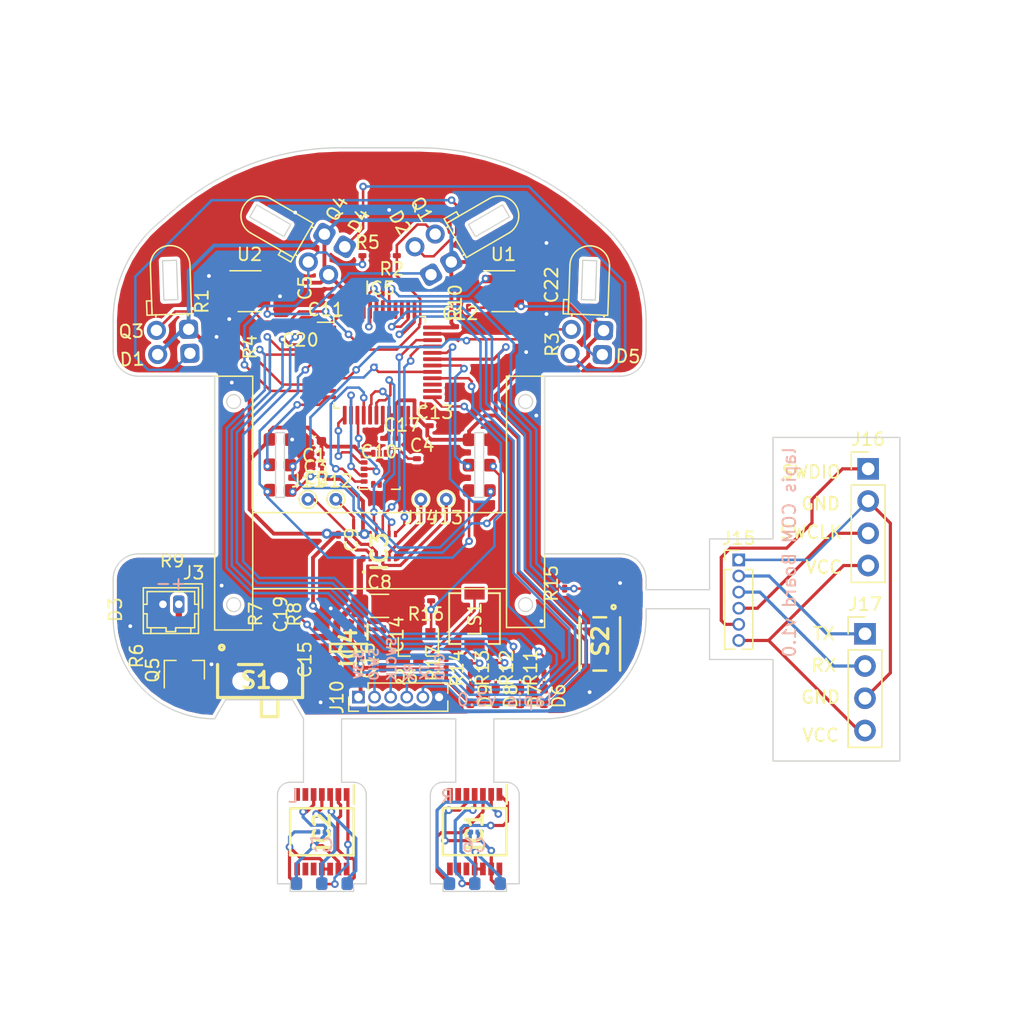
<source format=kicad_pcb>
(kicad_pcb (version 20171130) (host pcbnew "(5.1.7)-1")
  (layers (0 F.Cu signal) (31 B.Cu signal) (34 B.Paste user) (35 F.Paste user) (36 B.SilkS user) (37 F.SilkS user) (38 B.Mask user) (39 F.Mask user) (44 Edge.Cuts user))
  (net 0 "")
  (net 1 /MOTOR_ENCODER_R/ENC_CS)
  (net 2 /MOTOR_ENCODER_L/ENC_CS)
  (net 3 GND)
  (net 4 +3V3)
  (net 5 MR2)
  (net 6 MR1)
  (net 7 ML2)
  (net 8 ML1)
  (net 9 +BATT)
  (net 10 "Net-(C15-Pad1)")
  (net 11 "Net-(C4-Pad1)")
  (net 12 "Net-(D1-Pad1)")
  (net 13 "Net-(D2-Pad1)")
  (net 14 "Net-(D4-Pad1)")
  (net 15 "Net-(D5-Pad1)")
  (net 16 "Net-(J3-Pad1)")
  (net 17 /WALL_SENSOR_RS/WALLSENSOR_ADC)
  (net 18 /WALL_SENSOR_RF/WALLSENSOR_ADC)
  (net 19 /WALL_SENSOR_LF/WALLSENSOR_ADC)
  (net 20 /WALL_SENSOR_LS/WALLSENSOR_ADC)
  (net 21 "Net-(R1-Pad1)")
  (net 22 "Net-(R10-Pad1)")
  (net 23 ENC_GND_)
  (net 24 ENC_VCC_)
  (net 25 ENC_MOSI_)
  (net 26 ENC_MISO_)
  (net 27 ENC_SCK_)
  (net 28 ENC_CS_)
  (net 29 /CPU/ML_EN)
  (net 30 /CPU/MR_EN)
  (net 31 /CPU/SW)
  (net 32 /CPU/LED_LFRS)
  (net 33 /CPU/TX)
  (net 34 /CPU/RX)
  (net 35 /CPU/ENC_MOSI)
  (net 36 /CPU/ENC_MISO)
  (net 37 /CPU/ENC_SCK)
  (net 38 /CPU/IMU_CS)
  (net 39 /CPU/IMU_MOSI)
  (net 40 /CPU/IMU_MISO)
  (net 41 /CPU/IMU_SCK)
  (net 42 /POWER/AD_BATT)
  (net 43 "Net-(D3-Pad2)")
  (net 44 "Net-(D6-Pad1)")
  (net 45 "Net-(D7-Pad1)")
  (net 46 "Net-(D8-Pad1)")
  (net 47 "Net-(D9-Pad1)")
  (net 48 "Net-(LS1-Pad2)")
  (net 49 "Net-(Q5-Pad1)")
  (net 50 "Net-(LS1-Pad1)")
  (net 51 "Net-(IC1-Pad14)")
  (net 52 "Net-(IC1-Pad10)")
  (net 53 "Net-(IC1-Pad9)")
  (net 54 "Net-(IC1-Pad8)")
  (net 55 "Net-(IC1-Pad7)")
  (net 56 "Net-(IC1-Pad6)")
  (net 57 "Net-(IC2-Pad14)")
  (net 58 "Net-(IC2-Pad10)")
  (net 59 "Net-(IC2-Pad9)")
  (net 60 "Net-(IC2-Pad8)")
  (net 61 "Net-(IC2-Pad7)")
  (net 62 "Net-(IC2-Pad6)")
  (net 63 "Net-(S1-Pad1)")
  (net 64 "Net-(S2-Pad3)")
  (net 65 "Net-(S2-Pad2)")
  (net 66 "Net-(IC5-Pad43)")
  (net 67 "Net-(IC5-Pad40)")
  (net 68 "Net-(IC5-Pad39)")
  (net 69 "Net-(IC5-Pad27)")
  (net 70 "Net-(IC5-Pad26)")
  (net 71 "Net-(IC5-Pad22)")
  (net 72 "Net-(IC5-Pad7)")
  (net 73 /UI/LED1)
  (net 74 /UI/LED2)
  (net 75 /UI/LED3)
  (net 76 "Net-(U3-Pad7)")
  (net 77 "Net-(U3-Pad6)")
  (net 78 /CPU/ML_PHASE)
  (net 79 /CPU/MR_PHASE)
  (net 80 /CPU/BUZZER)
  (net 81 /CPU/SWDIO)
  (net 82 /CPU/SWCLK)
  (net 83 VCC)
  (net 84 SWDIO)
  (net 85 SWCLK)
  (net 86 RX)
  (net 87 TX)
  (net 88 /CPU/LED_LSRF)
  (net 89 /UI/LED4)
  (module Resistor_SMD:R_0201_0603Metric_Pad0.64x0.40mm_HandSolder (layer F.Cu) (at 158.2 119.7 90)
    (fp_text reference R11 (at 0 -1.05 90) (layer F.SilkS))
    (fp_text value 1k)
    (pad 2 smd roundrect (at 0.4075 0 90) (size 0.635 0.4) (layers F.Cu F.Mask) (net 73 /UI/LED1))
    (pad 1 smd roundrect (at -0.4075 0 90) (size 0.635 0.4) (layers F.Cu F.Mask) (net 44 "Net-(D6-Pad1)"))
  )
  (module Resistor_SMD:R_0201_0603Metric_Pad0.64x0.40mm_HandSolder (layer F.Cu) (at 156.3 119.7 90)
    (fp_text reference R12 (at 0 -1.05 90) (layer F.SilkS))
    (fp_text value 1k)
    (pad 2 smd roundrect (at 0.4075 0 90) (size 0.635 0.4) (layers F.Cu F.Mask) (net 74 /UI/LED2))
    (pad 1 smd roundrect (at -0.4075 0 90) (size 0.635 0.4) (layers F.Cu F.Mask) (net 45 "Net-(D7-Pad1)"))
  )
  (module Resistor_SMD:R_0201_0603Metric_Pad0.64x0.40mm_HandSolder (layer F.Cu) (at 154.4 119.7 90)
    (fp_text reference R13 (at 0 -1.05 90) (layer F.SilkS))
    (fp_text value 1k)
    (pad 2 smd roundrect (at 0.4075 0 90) (size 0.635 0.4) (layers F.Cu F.Mask) (net 75 /UI/LED3))
    (pad 1 smd roundrect (at -0.4075 0 90) (size 0.635 0.4) (layers F.Cu F.Mask) (net 46 "Net-(D8-Pad1)"))
  )
  (module Resistor_SMD:R_0201_0603Metric_Pad0.64x0.40mm_HandSolder (layer F.Cu) (at 152.4 119.7325 90)
    (fp_text reference R14 (at 0 -1.05 90) (layer F.SilkS))
    (fp_text value 1k)
    (pad 2 smd roundrect (at 0.4075 0 90) (size 0.635 0.4) (layers F.Cu F.Mask) (net 89 /UI/LED4))
    (pad 1 smd roundrect (at -0.4075 0 90) (size 0.635 0.4) (layers F.Cu F.Mask) (net 47 "Net-(D9-Pad1)"))
  )
  (module Package_QFP:LQFP-48_7x7mm_P0.5mm (layer F.Cu) (at 145.25 95.61)
    (fp_text reference IC5 (at 0 -5.85) (layer F.SilkS))
    (fp_text value STM32G484CET6)
    (pad 48 smd roundrect (at -2.75 -4.1625) (size 0.3 1.475) (layers F.Cu F.Paste F.Mask) (net 4 +3V3))
    (pad 47 smd roundrect (at -2.25 -4.1625) (size 0.3 1.475) (layers F.Cu F.Paste F.Mask) (net 3 GND))
    (pad 46 smd roundrect (at -1.75 -4.1625) (size 0.3 1.475) (layers F.Cu F.Paste F.Mask) (net 31 /CPU/SW))
    (pad 45 smd roundrect (at -1.25 -4.1625) (size 0.3 1.475) (layers F.Cu F.Paste F.Mask) (net 31 /CPU/SW))
    (pad 44 smd roundrect (at -0.75 -4.1625) (size 0.3 1.475) (layers F.Cu F.Paste F.Mask) (net 34 /CPU/RX))
    (pad 43 smd roundrect (at -0.25 -4.1625) (size 0.3 1.475) (layers F.Cu F.Paste F.Mask) (net 66 "Net-(IC5-Pad43)"))
    (pad 42 smd roundrect (at 0.25 -4.1625) (size 0.3 1.475) (layers F.Cu F.Paste F.Mask) (net 32 /CPU/LED_LFRS))
    (pad 41 smd roundrect (at 0.75 -4.1625) (size 0.3 1.475) (layers F.Cu F.Paste F.Mask) (net 88 /CPU/LED_LSRF))
    (pad 40 smd roundrect (at 1.25 -4.1625) (size 0.3 1.475) (layers F.Cu F.Paste F.Mask) (net 67 "Net-(IC5-Pad40)"))
    (pad 39 smd roundrect (at 1.75 -4.1625) (size 0.3 1.475) (layers F.Cu F.Paste F.Mask) (net 68 "Net-(IC5-Pad39)"))
    (pad 38 smd roundrect (at 2.25 -4.1625) (size 0.3 1.475) (layers F.Cu F.Paste F.Mask) (net 82 /CPU/SWCLK))
    (pad 37 smd roundrect (at 2.75 -4.1625) (size 0.3 1.475) (layers F.Cu F.Paste F.Mask) (net 81 /CPU/SWDIO))
    (pad 36 smd roundrect (at 4.1625 -2.75) (size 1.475 0.3) (layers F.Cu F.Paste F.Mask) (net 4 +3V3))
    (pad 35 smd roundrect (at 4.1625 -2.25) (size 1.475 0.3) (layers F.Cu F.Paste F.Mask) (net 3 GND))
    (pad 34 smd roundrect (at 4.1625 -1.75) (size 1.475 0.3) (layers F.Cu F.Paste F.Mask) (net 29 /CPU/ML_EN))
    (pad 33 smd roundrect (at 4.1625 -1.25) (size 1.475 0.3) (layers F.Cu F.Paste F.Mask) (net 30 /CPU/MR_EN))
    (pad 32 smd roundrect (at 4.1625 -0.75) (size 1.475 0.3) (layers F.Cu F.Paste F.Mask) (net 36 /CPU/ENC_MISO))
    (pad 31 smd roundrect (at 4.1625 -0.25) (size 1.475 0.3) (layers F.Cu F.Paste F.Mask) (net 33 /CPU/TX))
    (pad 30 smd roundrect (at 4.1625 0.25) (size 1.475 0.3) (layers F.Cu F.Paste F.Mask) (net 1 /MOTOR_ENCODER_R/ENC_CS))
    (pad 29 smd roundrect (at 4.1625 0.75) (size 1.475 0.3) (layers F.Cu F.Paste F.Mask) (net 35 /CPU/ENC_MOSI))
    (pad 28 smd roundrect (at 4.1625 1.25) (size 1.475 0.3) (layers F.Cu F.Paste F.Mask) (net 42 /POWER/AD_BATT))
    (pad 27 smd roundrect (at 4.1625 1.75) (size 1.475 0.3) (layers F.Cu F.Paste F.Mask) (net 69 "Net-(IC5-Pad27)"))
    (pad 26 smd roundrect (at 4.1625 2.25) (size 1.475 0.3) (layers F.Cu F.Paste F.Mask) (net 70 "Net-(IC5-Pad26)"))
    (pad 25 smd roundrect (at 4.1625 2.75) (size 1.475 0.3) (layers F.Cu F.Paste F.Mask) (net 80 /CPU/BUZZER))
    (pad 24 smd roundrect (at 2.75 4.1625) (size 0.3 1.475) (layers F.Cu F.Paste F.Mask) (net 4 +3V3))
    (pad 23 smd roundrect (at 2.25 4.1625) (size 0.3 1.475) (layers F.Cu F.Paste F.Mask) (net 3 GND))
    (pad 22 smd roundrect (at 1.75 4.1625) (size 0.3 1.475) (layers F.Cu F.Paste F.Mask) (net 71 "Net-(IC5-Pad22)"))
    (pad 21 smd roundrect (at 1.25 4.1625) (size 0.3 1.475) (layers F.Cu F.Paste F.Mask) (net 4 +3V3))
    (pad 20 smd roundrect (at 0.75 4.1625) (size 0.3 1.475) (layers F.Cu F.Paste F.Mask) (net 4 +3V3))
    (pad 19 smd roundrect (at 0.25 4.1625) (size 0.3 1.475) (layers F.Cu F.Paste F.Mask) (net 3 GND))
    (pad 18 smd roundrect (at -0.25 4.1625) (size 0.3 1.475) (layers F.Cu F.Paste F.Mask) (net 79 /CPU/MR_PHASE))
    (pad 17 smd roundrect (at -0.75 4.1625) (size 0.3 1.475) (layers F.Cu F.Paste F.Mask) (net 78 /CPU/ML_PHASE))
    (pad 16 smd roundrect (at -1.25 4.1625) (size 0.3 1.475) (layers F.Cu F.Paste F.Mask) (net 38 /CPU/IMU_CS))
    (pad 15 smd roundrect (at -1.75 4.1625) (size 0.3 1.475) (layers F.Cu F.Paste F.Mask) (net 39 /CPU/IMU_MOSI))
    (pad 14 smd roundrect (at -2.25 4.1625) (size 0.3 1.475) (layers F.Cu F.Paste F.Mask) (net 40 /CPU/IMU_MISO))
    (pad 13 smd roundrect (at -2.75 4.1625) (size 0.3 1.475) (layers F.Cu F.Paste F.Mask) (net 41 /CPU/IMU_SCK))
    (pad 12 smd roundrect (at -4.1625 2.75) (size 1.475 0.3) (layers F.Cu F.Paste F.Mask) (net 2 /MOTOR_ENCODER_L/ENC_CS))
    (pad 11 smd roundrect (at -4.1625 2.25) (size 1.475 0.3) (layers F.Cu F.Paste F.Mask) (net 20 /WALL_SENSOR_LS/WALLSENSOR_ADC))
    (pad 10 smd roundrect (at -4.1625 1.75) (size 1.475 0.3) (layers F.Cu F.Paste F.Mask) (net 19 /WALL_SENSOR_LF/WALLSENSOR_ADC))
    (pad 9 smd roundrect (at -4.1625 1.25) (size 1.475 0.3) (layers F.Cu F.Paste F.Mask) (net 18 /WALL_SENSOR_RF/WALLSENSOR_ADC))
    (pad 8 smd roundrect (at -4.1625 0.75) (size 1.475 0.3) (layers F.Cu F.Paste F.Mask) (net 17 /WALL_SENSOR_RS/WALLSENSOR_ADC))
    (pad 7 smd roundrect (at -4.1625 0.25) (size 1.475 0.3) (layers F.Cu F.Paste F.Mask) (net 72 "Net-(IC5-Pad7)"))
    (pad 6 smd roundrect (at -4.1625 -0.25) (size 1.475 0.3) (layers F.Cu F.Paste F.Mask) (net 37 /CPU/ENC_SCK))
    (pad 5 smd roundrect (at -4.1625 -0.75) (size 1.475 0.3) (layers F.Cu F.Paste F.Mask) (net 89 /UI/LED4))
    (pad 4 smd roundrect (at -4.1625 -1.25) (size 1.475 0.3) (layers F.Cu F.Paste F.Mask) (net 75 /UI/LED3))
    (pad 3 smd roundrect (at -4.1625 -1.75) (size 1.475 0.3) (layers F.Cu F.Paste F.Mask) (net 74 /UI/LED2))
    (pad 2 smd roundrect (at -4.1625 -2.25) (size 1.475 0.3) (layers F.Cu F.Paste F.Mask) (net 73 /UI/LED1))
    (pad 1 smd roundrect (at -4.1625 -2.75) (size 1.475 0.3) (layers F.Cu F.Paste F.Mask) (net 4 +3V3))
  )
  (module Capacitor_SMD:C_0201_0603Metric_Pad0.64x0.40mm_HandSolder (layer F.Cu) (at 149.6075 100.6)
    (fp_text reference C13 (at 0 -1.05) (layer F.SilkS))
    (fp_text value 0.1u)
    (pad 2 smd roundrect (at 0.4075 0) (size 0.635 0.4) (layers F.Cu F.Mask) (net 3 GND))
    (pad 1 smd roundrect (at -0.4075 0) (size 0.635 0.4) (layers F.Cu F.Mask) (net 4 +3V3))
  )
  (module Connector_PinHeader_2.54mm:PinHeader_1x04_P2.54mm_Vertical (layer F.Cu) (at 183.5 117)
    (fp_text reference J17 (at 0 -2.33) (layer F.SilkS))
    (fp_text value Conn_01x04_Female)
    (pad 4 thru_hole oval (at 0 7.62) (size 1.7 1.7) (drill 1) (layers *.Cu *.Mask) (net 83 VCC))
    (pad 3 thru_hole oval (at 0 5.08) (size 1.7 1.7) (drill 1) (layers *.Cu *.Mask) (net 3 GND))
    (pad 2 thru_hole oval (at 0 2.54) (size 1.7 1.7) (drill 1) (layers *.Cu *.Mask) (net 86 RX))
    (pad 1 thru_hole rect (at 0 0) (size 1.7 1.7) (drill 1) (layers *.Cu *.Mask) (net 87 TX))
  )
  (module Connector_PinHeader_2.54mm:PinHeader_1x04_P2.54mm_Vertical (layer F.Cu) (at 183.75 104)
    (fp_text reference J16 (at 0 -2.33) (layer F.SilkS))
    (fp_text value Conn_01x04_Female)
    (pad 4 thru_hole oval (at 0 7.62) (size 1.7 1.7) (drill 1) (layers *.Cu *.Mask) (net 83 VCC))
    (pad 3 thru_hole oval (at 0 5.08) (size 1.7 1.7) (drill 1) (layers *.Cu *.Mask) (net 85 SWCLK))
    (pad 2 thru_hole oval (at 0 2.54) (size 1.7 1.7) (drill 1) (layers *.Cu *.Mask) (net 3 GND))
    (pad 1 thru_hole rect (at 0 0) (size 1.7 1.7) (drill 1) (layers *.Cu *.Mask) (net 84 SWDIO))
  )
  (module Connector_PinHeader_1.27mm:PinHeader_1x06_P1.27mm_Vertical (layer F.Cu) (at 173.55 111.175)
    (fp_text reference J15 (at 0 -1.695) (layer F.SilkS))
    (fp_text value Conn_01x06_Male)
    (pad 6 thru_hole oval (at 0 6.35) (size 1 1) (drill 0.65) (layers *.Cu *.Mask) (net 83 VCC))
    (pad 5 thru_hole oval (at 0 5.08) (size 1 1) (drill 0.65) (layers *.Cu *.Mask) (net 84 SWDIO))
    (pad 4 thru_hole oval (at 0 3.81) (size 1 1) (drill 0.65) (layers *.Cu *.Mask) (net 85 SWCLK))
    (pad 3 thru_hole oval (at 0 2.54) (size 1 1) (drill 0.65) (layers *.Cu *.Mask) (net 86 RX))
    (pad 2 thru_hole oval (at 0 1.27) (size 1 1) (drill 0.65) (layers *.Cu *.Mask) (net 87 TX))
    (pad 1 thru_hole rect (at 0 0) (size 1 1) (drill 0.65) (layers *.Cu *.Mask) (net 3 GND))
  )
  (module Capacitor_SMD:C_0201_0603Metric_Pad0.64x0.40mm_HandSolder (layer F.Cu) (at 140.2 102.8 180)
    (fp_text reference C3 (at 0 -1.05) (layer F.SilkS))
    (fp_text value 0.01u)
    (pad 2 smd roundrect (at 0.4075 0 180) (size 0.635 0.4) (layers F.Cu F.Mask) (net 3 GND))
    (pad 1 smd roundrect (at -0.4075 0 180) (size 0.635 0.4) (layers F.Cu F.Mask) (net 4 +3V3))
  )
  (module Connector_PinHeader_1.27mm:PinHeader_1x06_P1.27mm_Vertical (layer F.Cu) (at 143.58 121.99 90)
    (fp_text reference J10 (at 0 -1.695 90) (layer F.SilkS))
    (fp_text value Conn_01x06_Female)
    (pad 1 thru_hole rect (at 0 0 90) (size 1 1) (drill 0.65) (layers *.Cu *.Mask) (net 4 +3V3))
    (pad 2 thru_hole oval (at 0 1.27 90) (size 1 1) (drill 0.65) (layers *.Cu *.Mask) (net 81 /CPU/SWDIO))
    (pad 3 thru_hole oval (at 0 2.54 90) (size 1 1) (drill 0.65) (layers *.Cu *.Mask) (net 82 /CPU/SWCLK))
    (pad 4 thru_hole oval (at 0 3.81 90) (size 1 1) (drill 0.65) (layers *.Cu *.Mask) (net 34 /CPU/RX))
    (pad 5 thru_hole oval (at 0 5.08 90) (size 1 1) (drill 0.65) (layers *.Cu *.Mask) (net 33 /CPU/TX))
    (pad 6 thru_hole oval (at 0 6.35 90) (size 1 1) (drill 0.65) (layers *.Cu *.Mask) (net 3 GND))
  )
  (module Capacitor_SMD:C_0201_0603Metric_Pad0.64x0.40mm_HandSolder (layer F.Cu) (at 145.2 101.6 180)
    (fp_text reference C10 (at 0 -1.05) (layer F.SilkS))
    (fp_text value 0.1u)
    (pad 2 smd roundrect (at 0.4075 0 180) (size 0.635 0.4) (layers F.Cu F.Mask) (net 3 GND))
    (pad 1 smd roundrect (at -0.4075 0 180) (size 0.635 0.4) (layers F.Cu F.Mask) (net 4 +3V3))
  )
  (module Capacitor_SMD:C_0201_0603Metric_Pad0.64x0.40mm_HandSolder (layer F.Cu) (at 139 92.8 180)
    (fp_text reference C20 (at 0 -1.05) (layer F.SilkS))
    (fp_text value 1u)
    (pad 2 smd roundrect (at 0.4075 0 180) (size 0.635 0.4) (layers F.Cu F.Mask) (net 3 GND))
    (pad 1 smd roundrect (at -0.4075 0 180) (size 0.635 0.4) (layers F.Cu F.Mask) (net 4 +3V3))
  )
  (module Capacitor_SMD:C_0201_0603Metric_Pad0.64x0.40mm_HandSolder (layer F.Cu) (at 147 101.6)
    (fp_text reference C17 (at 0 -1.05) (layer F.SilkS))
    (fp_text value 1u)
    (pad 2 smd roundrect (at 0.4075 0) (size 0.635 0.4) (layers F.Cu F.Mask) (net 3 GND))
    (pad 1 smd roundrect (at -0.4075 0) (size 0.635 0.4) (layers F.Cu F.Mask) (net 4 +3V3))
  )
  (module Capacitor_SMD:C_0201_0603Metric_Pad0.64x0.40mm_HandSolder (layer F.Cu) (at 151.6 92.8)
    (fp_text reference C12 (at 0 -1.05) (layer F.SilkS))
    (fp_text value 0.1u)
    (pad 2 smd roundrect (at 0.4075 0) (size 0.635 0.4) (layers F.Cu F.Mask) (net 3 GND))
    (pad 1 smd roundrect (at -0.4075 0) (size 0.635 0.4) (layers F.Cu F.Mask) (net 4 +3V3))
  )
  (module Capacitor_SMD:C_0201_0603Metric_Pad0.64x0.40mm_HandSolder (layer F.Cu) (at 141 90.4 180)
    (fp_text reference C11 (at 0 -1.05) (layer F.SilkS))
    (fp_text value 0.1u)
    (pad 2 smd roundrect (at 0.4075 0 180) (size 0.635 0.4) (layers F.Cu F.Mask) (net 3 GND))
    (pad 1 smd roundrect (at -0.4075 0 180) (size 0.635 0.4) (layers F.Cu F.Mask) (net 4 +3V3))
  )
  (module Package_LGA:LGA-16_3x3mm_P0.5mm_LayoutBorder3x5y (layer F.Cu) (at 145.25 104)
    (fp_text reference U3 hide)
    (fp_text value ICM-20602)
    (pad 16 smd roundrect (at -0.5 -1.225) (size 0.35 0.55) (layers F.Cu F.Paste F.Mask) (net 4 +3V3))
    (pad 15 smd roundrect (at 0 -1.225) (size 0.35 0.55) (layers F.Cu F.Paste F.Mask) (net 3 GND))
    (pad 14 smd roundrect (at 0.5 -1.225) (size 0.35 0.55) (layers F.Cu F.Paste F.Mask) (net 11 "Net-(C4-Pad1)"))
    (pad 13 smd roundrect (at 1.225 -1) (size 0.55 0.35) (layers F.Cu F.Paste F.Mask) (net 3 GND))
    (pad 12 smd roundrect (at 1.225 -0.5) (size 0.55 0.35) (layers F.Cu F.Paste F.Mask) (net 3 GND))
    (pad 11 smd roundrect (at 1.225 0) (size 0.55 0.35) (layers F.Cu F.Paste F.Mask) (net 3 GND))
    (pad 10 smd roundrect (at 1.225 0.5) (size 0.55 0.35) (layers F.Cu F.Paste F.Mask) (net 3 GND))
    (pad 9 smd roundrect (at 1.225 1) (size 0.55 0.35) (layers F.Cu F.Paste F.Mask) (net 3 GND))
    (pad 8 smd roundrect (at 0.5 1.225) (size 0.35 0.55) (layers F.Cu F.Paste F.Mask) (net 3 GND))
    (pad 7 smd roundrect (at 0 1.225) (size 0.35 0.55) (layers F.Cu F.Paste F.Mask) (net 76 "Net-(U3-Pad7)"))
    (pad 6 smd roundrect (at -0.5 1.225) (size 0.35 0.55) (layers F.Cu F.Paste F.Mask) (net 77 "Net-(U3-Pad6)"))
    (pad 5 smd roundrect (at -1.225 1) (size 0.55 0.35) (layers F.Cu F.Paste F.Mask) (net 38 /CPU/IMU_CS))
    (pad 4 smd roundrect (at -1.225 0.5) (size 0.55 0.35) (layers F.Cu F.Paste F.Mask) (net 40 /CPU/IMU_MISO))
    (pad 3 smd roundrect (at -1.225 0) (size 0.55 0.35) (layers F.Cu F.Paste F.Mask) (net 39 /CPU/IMU_MOSI))
    (pad 2 smd roundrect (at -1.225 -0.5) (size 0.55 0.35) (layers F.Cu F.Paste F.Mask) (net 41 /CPU/IMU_SCK))
    (pad 1 smd roundrect (at -1.225 -1) (size 0.55 0.35) (layers F.Cu F.Paste F.Mask) (net 4 +3V3))
  )
  (module TestPoint:TestPoint_THTPad_D1.0mm_Drill0.5mm (layer F.Cu) (at 148.5 106.4 180)
    (fp_text reference J14 (at 0 -1.448) (layer F.SilkS))
    (fp_text value Conn_01x01)
    (pad 1 thru_hole circle (at 0 0 180) (size 1 1) (drill 0.5) (layers *.Cu *.Mask) (net 5 MR2))
  )
  (module TestPoint:TestPoint_THTPad_D1.0mm_Drill0.5mm (layer F.Cu) (at 150.5 106.4 180)
    (fp_text reference J13 (at 0 -1.448) (layer F.SilkS))
    (fp_text value Conn_01x01)
    (pad 1 thru_hole circle (at 0 0 180) (size 1 1) (drill 0.5) (layers *.Cu *.Mask) (net 6 MR1))
  )
  (module TestPoint:TestPoint_THTPad_D1.0mm_Drill0.5mm (layer F.Cu) (at 141.8 106.4)
    (fp_text reference J12 (at 0 -1.448) (layer F.SilkS))
    (fp_text value Conn_01x01)
    (pad 1 thru_hole circle (at 0 0) (size 1 1) (drill 0.5) (layers *.Cu *.Mask) (net 7 ML2))
  )
  (module TestPoint:TestPoint_THTPad_D1.0mm_Drill0.5mm (layer F.Cu) (at 139.6 106.4)
    (fp_text reference J11 (at 0 -1.448) (layer F.SilkS))
    (fp_text value Conn_01x01)
    (pad 1 thru_hole circle (at 0 0) (size 1 1) (drill 0.5) (layers *.Cu *.Mask) (net 8 ML1))
  )
  (module SamacSys_Parts:ENC_connector (layer F.Cu) (at 153.75 134.69)
    (fp_text reference J4 hide)
    (fp_text value Conn_01x03)
    (pad 3 smd roundrect (at 1 2) (size 0.9 1) (layers F.Cu F.Paste F.Mask) (net 23 ENC_GND_))
    (pad 2 smd roundrect (at -1 2) (size 0.9 1) (layers F.Cu F.Paste F.Mask Eco1.User) (net 25 ENC_MOSI_))
    (pad 1 smd roundrect (at -3 2) (size 0.9 1) (layers F.Cu F.Paste F.Mask) (net 26 ENC_MISO_))
  )
  (module SamacSys_Parts:ENC_connector (layer B.Cu) (at 151.75 134.69 180)
    (fp_text reference J1 hide)
    (fp_text value Conn_01x03)
    (pad 3 smd roundrect (at 1 -2 180) (size 0.9 1) (layers B.Cu B.Paste B.Mask) (net 27 ENC_SCK_))
    (pad 2 smd roundrect (at -1 -2 180) (size 0.9 1) (layers B.Cu B.Paste B.Mask Eco1.User) (net 28 ENC_CS_))
    (pad 1 smd roundrect (at -3 -2 180) (size 0.9 1) (layers B.Cu B.Paste B.Mask) (net 24 ENC_VCC_))
  )
  (module SamacSys_Parts:ENC_connector (layer F.Cu) (at 141.695 134.69)
    (fp_text reference J6 hide)
    (fp_text value Conn_01x03)
    (pad 3 smd roundrect (at 1 2) (size 0.9 1) (layers F.Cu F.Paste F.Mask) (net 27 ENC_SCK_))
    (pad 2 smd roundrect (at -1 2) (size 0.9 1) (layers F.Cu F.Paste F.Mask Eco1.User) (net 28 ENC_CS_))
    (pad 1 smd roundrect (at -3 2) (size 0.9 1) (layers F.Cu F.Paste F.Mask) (net 24 ENC_VCC_))
  )
  (module SamacSys_Parts:ENC_connector (layer B.Cu) (at 139.695 134.69 180)
    (fp_text reference J8 hide)
    (fp_text value Conn_01x03)
    (pad 3 smd roundrect (at 1 -2 180) (size 0.9 1) (layers B.Cu B.Paste B.Mask) (net 23 ENC_GND_))
    (pad 2 smd roundrect (at -1 -2 180) (size 0.9 1) (layers B.Cu B.Paste B.Mask Eco1.User) (net 25 ENC_MOSI_))
    (pad 1 smd roundrect (at -3 -2 180) (size 0.9 1) (layers B.Cu B.Paste B.Mask) (net 26 ENC_MISO_))
  )
  (module Resistor_SMD:R_0201_0603Metric_Pad0.64x0.40mm_HandSolder (layer F.Cu) (at 150.49 119.31 90)
    (fp_text reference R17 (at 0 -1.05 90) (layer F.SilkS))
    (fp_text value 100)
    (pad 2 smd roundrect (at 0.4075 0 90) (size 0.635 0.4) (layers F.Cu F.Mask) (net 50 "Net-(LS1-Pad1)"))
    (pad 1 smd roundrect (at -0.4075 0 90) (size 0.635 0.4) (layers F.Cu F.Mask) (net 4 +3V3))
  )
  (module Resistor_SMD:R_0201_0603Metric_Pad0.64x0.40mm_HandSolder (layer F.Cu) (at 148.9 114.4 180)
    (fp_text reference R16 (at 0 -1.05) (layer F.SilkS))
    (fp_text value 10k)
    (pad 2 smd roundrect (at 0.4075 0 180) (size 0.635 0.4) (layers F.Cu F.Mask) (net 3 GND))
    (pad 1 smd roundrect (at -0.4075 0 180) (size 0.635 0.4) (layers F.Cu F.Mask) (net 80 /CPU/BUZZER))
  )
  (module Resistor_SMD:R_0201_0603Metric_Pad0.64x0.40mm_HandSolder (layer F.Cu) (at 159.83 113.03 90)
    (fp_text reference R15 (at 0 -1.05 90) (layer F.SilkS))
    (fp_text value 10k)
    (pad 2 smd roundrect (at 0.4075 0 90) (size 0.635 0.4) (layers F.Cu F.Mask) (net 3 GND))
    (pad 1 smd roundrect (at -0.4075 0 90) (size 0.635 0.4) (layers F.Cu F.Mask) (net 31 /CPU/SW))
  )
  (module Resistor_SMD:R_0201_0603Metric_Pad0.64x0.40mm_HandSolder (layer F.Cu) (at 152.26 90.9 90)
    (fp_text reference R10 (at 0 -1.05 90) (layer F.SilkS))
    (fp_text value 1)
    (pad 2 smd roundrect (at 0.4075 0 90) (size 0.635 0.4) (layers F.Cu F.Mask) (net 3 GND))
    (pad 1 smd roundrect (at -0.4075 0 90) (size 0.635 0.4) (layers F.Cu F.Mask) (net 22 "Net-(R10-Pad1)"))
  )
  (module Resistor_SMD:R_0201_0603Metric_Pad0.64x0.40mm_HandSolder (layer F.Cu) (at 128.9 112.3)
    (fp_text reference R9 (at 0 -1.05) (layer F.SilkS))
    (fp_text value 1k)
    (pad 2 smd roundrect (at 0.4075 0) (size 0.635 0.4) (layers F.Cu F.Mask) (net 9 +BATT))
    (pad 1 smd roundrect (at -0.4075 0) (size 0.635 0.4) (layers F.Cu F.Mask) (net 43 "Net-(D3-Pad2)"))
  )
  (module Resistor_SMD:R_0201_0603Metric_Pad0.64x0.40mm_HandSolder (layer F.Cu) (at 137.5 115.46 270)
    (fp_text reference R8 (at 0 -1.05 90) (layer F.SilkS))
    (fp_text value 10k)
    (pad 2 smd roundrect (at 0.4075 0 270) (size 0.635 0.4) (layers F.Cu F.Mask) (net 42 /POWER/AD_BATT))
    (pad 1 smd roundrect (at -0.4075 0 270) (size 0.635 0.4) (layers F.Cu F.Mask) (net 3 GND))
  )
  (module Resistor_SMD:R_0201_0603Metric_Pad0.64x0.40mm_HandSolder (layer F.Cu) (at 136.53 115.44 90)
    (fp_text reference R7 (at 0 -1.05 90) (layer F.SilkS))
    (fp_text value 10k)
    (pad 2 smd roundrect (at 0.4075 0 90) (size 0.635 0.4) (layers F.Cu F.Mask) (net 9 +BATT))
    (pad 1 smd roundrect (at -0.4075 0 90) (size 0.635 0.4) (layers F.Cu F.Mask) (net 42 /POWER/AD_BATT))
  )
  (module Resistor_SMD:R_0201_0603Metric_Pad0.64x0.40mm_HandSolder (layer F.Cu) (at 127.14 118.74 90)
    (fp_text reference R6 (at 0 -1.05 90) (layer F.SilkS))
    (fp_text value 10k)
    (pad 2 smd roundrect (at 0.4075 0 90) (size 0.635 0.4) (layers F.Cu F.Mask) (net 16 "Net-(J3-Pad1)"))
    (pad 1 smd roundrect (at -0.4075 0 90) (size 0.635 0.4) (layers F.Cu F.Mask) (net 49 "Net-(Q5-Pad1)"))
  )
  (module Resistor_SMD:R_0201_0603Metric_Pad0.64x0.40mm_HandSolder (layer F.Cu) (at 144.3 87.2)
    (fp_text reference R5 (at 0 -1.05) (layer F.SilkS))
    (fp_text value 1k)
    (pad 2 smd roundrect (at 0.4075 0) (size 0.635 0.4) (layers F.Cu F.Mask) (net 3 GND))
    (pad 1 smd roundrect (at -0.4075 0) (size 0.635 0.4) (layers F.Cu F.Mask) (net 20 /WALL_SENSOR_LS/WALLSENSOR_ADC))
  )
  (module Resistor_SMD:R_0201_0603Metric_Pad0.64x0.40mm_HandSolder (layer F.Cu) (at 134 94.4 270)
    (fp_text reference R4 (at 0 -1.05 90) (layer F.SilkS))
    (fp_text value 1k)
    (pad 2 smd roundrect (at 0.4075 0 270) (size 0.635 0.4) (layers F.Cu F.Mask) (net 3 GND))
    (pad 1 smd roundrect (at -0.4075 0 270) (size 0.635 0.4) (layers F.Cu F.Mask) (net 19 /WALL_SENSOR_LF/WALLSENSOR_ADC))
  )
  (module Resistor_SMD:R_0201_0603Metric_Pad0.64x0.40mm_HandSolder (layer F.Cu) (at 157.8 94.2 270)
    (fp_text reference R3 (at 0 -1.05 90) (layer F.SilkS))
    (fp_text value 1k)
    (pad 2 smd roundrect (at 0.4075 0 270) (size 0.635 0.4) (layers F.Cu F.Mask) (net 3 GND))
    (pad 1 smd roundrect (at -0.4075 0 270) (size 0.635 0.4) (layers F.Cu F.Mask) (net 18 /WALL_SENSOR_RF/WALLSENSOR_ADC))
  )
  (module Resistor_SMD:R_0201_0603Metric_Pad0.64x0.40mm_HandSolder (layer F.Cu) (at 146.2 87.2 180)
    (fp_text reference R2 (at 0 -1.05) (layer F.SilkS))
    (fp_text value 1k)
    (pad 2 smd roundrect (at 0.4075 0 180) (size 0.635 0.4) (layers F.Cu F.Mask) (net 3 GND))
    (pad 1 smd roundrect (at -0.4075 0 180) (size 0.635 0.4) (layers F.Cu F.Mask) (net 17 /WALL_SENSOR_RS/WALLSENSOR_ADC))
  )
  (module Resistor_SMD:R_0201_0603Metric_Pad0.64x0.40mm_HandSolder (layer F.Cu) (at 132.3 90.8025 90)
    (fp_text reference R1 (at 0 -1.05 90) (layer F.SilkS))
    (fp_text value 1)
    (pad 2 smd roundrect (at 0.4075 0 90) (size 0.635 0.4) (layers F.Cu F.Mask) (net 3 GND))
    (pad 1 smd roundrect (at -0.4075 0 90) (size 0.635 0.4) (layers F.Cu F.Mask) (net 21 "Net-(R1-Pad1)"))
  )
  (module LED_SMD:LED_0402_1005Metric_Pad0.77x0.64mm_HandSolder (layer F.Cu) (at 152.4 121.9 270)
    (fp_text reference D9 (at 0 -1.17 90) (layer F.SilkS))
    (fp_text value LED)
    (pad 2 smd roundrect (at 0.5725 0 270) (size 0.765 0.64) (layers F.Cu F.Paste F.Mask) (net 4 +3V3))
    (pad 1 smd roundrect (at -0.5725 0 270) (size 0.765 0.64) (layers F.Cu F.Paste F.Mask) (net 47 "Net-(D9-Pad1)"))
  )
  (module LED_SMD:LED_0402_1005Metric_Pad0.77x0.64mm_HandSolder (layer F.Cu) (at 154.4 121.9 270)
    (fp_text reference D8 (at 0 -1.17 90) (layer F.SilkS))
    (fp_text value LED)
    (pad 2 smd roundrect (at 0.5725 0 270) (size 0.765 0.64) (layers F.Cu F.Paste F.Mask) (net 4 +3V3))
    (pad 1 smd roundrect (at -0.5725 0 270) (size 0.765 0.64) (layers F.Cu F.Paste F.Mask) (net 46 "Net-(D8-Pad1)"))
  )
  (module LED_SMD:LED_0402_1005Metric_Pad0.77x0.64mm_HandSolder (layer F.Cu) (at 156.32 121.91 270)
    (fp_text reference D7 (at 0 -1.17 90) (layer F.SilkS))
    (fp_text value LED)
    (pad 2 smd roundrect (at 0.5725 0 270) (size 0.765 0.64) (layers F.Cu F.Paste F.Mask) (net 4 +3V3))
    (pad 1 smd roundrect (at -0.5725 0 270) (size 0.765 0.64) (layers F.Cu F.Paste F.Mask) (net 45 "Net-(D7-Pad1)"))
  )
  (module LED_SMD:LED_0402_1005Metric_Pad0.77x0.64mm_HandSolder (layer F.Cu) (at 158.2 121.9 270)
    (fp_text reference D6 (at 0 -1.17 90) (layer F.SilkS))
    (fp_text value LED)
    (pad 2 smd roundrect (at 0.5725 0 270) (size 0.765 0.64) (layers F.Cu F.Paste F.Mask) (net 4 +3V3))
    (pad 1 smd roundrect (at -0.5725 0 270) (size 0.765 0.64) (layers F.Cu F.Paste F.Mask) (net 44 "Net-(D6-Pad1)"))
  )
  (module LED_SMD:LED_0402_1005Metric_Pad0.77x0.64mm_HandSolder (layer F.Cu) (at 125.6 115.1 90)
    (fp_text reference D3 (at 0 -1.17 90) (layer F.SilkS))
    (fp_text value LED)
    (pad 2 smd roundrect (at 0.5725 0 90) (size 0.765 0.64) (layers F.Cu F.Paste F.Mask) (net 43 "Net-(D3-Pad2)"))
    (pad 1 smd roundrect (at -0.5725 0 90) (size 0.765 0.64) (layers F.Cu F.Paste F.Mask) (net 3 GND))
  )
  (module Capacitor_SMD:C_0201_0603Metric_Pad0.64x0.40mm_HandSolder (layer F.Cu) (at 157.75 89.5 270)
    (fp_text reference C22 (at 0 -1.05 90) (layer F.SilkS))
    (fp_text value 0.1u)
    (pad 2 smd roundrect (at 0.4075 0 270) (size 0.635 0.4) (layers F.Cu F.Mask) (net 3 GND))
    (pad 1 smd roundrect (at -0.4075 0 270) (size 0.635 0.4) (layers F.Cu F.Mask) (net 4 +3V3))
  )
  (module Capacitor_SMD:C_0201_0603Metric_Pad0.64x0.40mm_HandSolder (layer F.Cu) (at 138.5 115.46 90)
    (fp_text reference C19 (at 0 -1.05 90) (layer F.SilkS))
    (fp_text value 0.1u)
    (pad 2 smd roundrect (at 0.4075 0 90) (size 0.635 0.4) (layers F.Cu F.Mask) (net 3 GND))
    (pad 1 smd roundrect (at -0.4075 0 90) (size 0.635 0.4) (layers F.Cu F.Mask) (net 42 /POWER/AD_BATT))
  )
  (module Capacitor_SMD:C_0402_1005Metric_Pad0.74x0.62mm_HandSolder (layer F.Cu) (at 145.5 119.11 90)
    (fp_text reference C16 (at 0 -1.16 90) (layer F.SilkS))
    (fp_text value 2.2u)
    (pad 2 smd roundrect (at 0.5675 0 90) (size 0.735 0.62) (layers F.Cu F.Paste F.Mask) (net 3 GND))
    (pad 1 smd roundrect (at -0.5675 0 90) (size 0.735 0.62) (layers F.Cu F.Paste F.Mask) (net 4 +3V3))
  )
  (module Capacitor_SMD:C_0201_0603Metric_Pad0.64x0.40mm_HandSolder (layer F.Cu) (at 140.41 119.04 90)
    (fp_text reference C15 (at 0 -1.05 90) (layer F.SilkS))
    (fp_text value 470p)
    (pad 2 smd roundrect (at 0.4075 0 90) (size 0.635 0.4) (layers F.Cu F.Mask) (net 3 GND))
    (pad 1 smd roundrect (at -0.4075 0 90) (size 0.635 0.4) (layers F.Cu F.Mask) (net 10 "Net-(C15-Pad1)"))
  )
  (module Capacitor_SMD:C_0201_0603Metric_Pad0.64x0.40mm_HandSolder (layer F.Cu) (at 145.57 117.05 270)
    (fp_text reference C14 (at 0 -1.05 90) (layer F.SilkS))
    (fp_text value 0.1u)
    (pad 2 smd roundrect (at 0.4075 0 270) (size 0.635 0.4) (layers F.Cu F.Mask) (net 3 GND))
    (pad 1 smd roundrect (at -0.4075 0 270) (size 0.635 0.4) (layers F.Cu F.Mask) (net 9 +BATT))
  )
  (module Capacitor_SMD:C_0201_0603Metric_Pad0.64x0.40mm_HandSolder (layer F.Cu) (at 142 109.6 270)
    (fp_text reference C9 (at 0 -1.05 90) (layer F.SilkS))
    (fp_text value 0.1u)
    (pad 1 smd roundrect (at -0.4075 0 270) (size 0.635 0.4) (layers F.Cu F.Mask) (net 4 +3V3))
    (pad 2 smd roundrect (at 0.4075 0 270) (size 0.635 0.4) (layers F.Cu F.Mask) (net 3 GND))
  )
  (module Capacitor_SMD:C_1206_3216Metric_Pad1.33x1.80mm_HandSolder (layer F.Cu) (at 145.25 114.8)
    (fp_text reference C8 (at 0 -1.85) (layer F.SilkS))
    (fp_text value 100u)
    (pad 2 smd roundrect (at 1.5625 0) (size 1.325 1.8) (layers F.Cu F.Paste F.Mask) (roundrect_rratio 0.1886769811320755) (net 3 GND))
    (pad 1 smd roundrect (at -1.5625 0) (size 1.325 1.8) (layers F.Cu F.Paste F.Mask) (roundrect_rratio 0.1886769811320755) (net 9 +BATT))
  )
  (module Capacitor_SMD:C_0201_0603Metric_Pad0.64x0.40mm_HandSolder (layer B.Cu) (at 140.67 132.61)
    (fp_text reference C7 (at 0 1.05) (layer B.SilkS) (effects (justify mirror)))
    (fp_text value 0.1u)
    (pad 2 smd roundrect (at 0.4075 0) (size 0.635 0.4) (layers B.Cu B.Mask) (net 23 ENC_GND_))
    (pad 1 smd roundrect (at -0.4075 0) (size 0.635 0.4) (layers B.Cu B.Mask) (net 24 ENC_VCC_))
  )
  (module Capacitor_SMD:C_0201_0603Metric_Pad0.64x0.40mm_HandSolder (layer B.Cu) (at 152.71 132.63)
    (fp_text reference C6 (at 0 1.05) (layer B.SilkS) (effects (justify mirror)))
    (fp_text value 0.1u)
    (pad 2 smd roundrect (at 0.4075 0) (size 0.635 0.4) (layers B.Cu B.Mask) (net 23 ENC_GND_))
    (pad 1 smd roundrect (at -0.4075 0) (size 0.635 0.4) (layers B.Cu B.Mask) (net 24 ENC_VCC_))
  )
  (module Capacitor_SMD:C_0201_0603Metric_Pad0.64x0.40mm_HandSolder (layer F.Cu) (at 138.32 89.74 270)
    (fp_text reference C5 (at 0 -1.05 90) (layer F.SilkS))
    (fp_text value 0.1u)
    (pad 2 smd roundrect (at 0.4075 0 270) (size 0.635 0.4) (layers F.Cu F.Mask) (net 3 GND))
    (pad 1 smd roundrect (at -0.4075 0 270) (size 0.635 0.4) (layers F.Cu F.Mask) (net 4 +3V3))
  )
  (module Capacitor_SMD:C_0201_0603Metric_Pad0.64x0.40mm_HandSolder (layer F.Cu) (at 148.6 103.2)
    (fp_text reference C4 (at 0 -1.05) (layer F.SilkS))
    (fp_text value 0.1u)
    (pad 2 smd roundrect (at 0.4075 0) (size 0.635 0.4) (layers F.Cu F.Mask) (net 3 GND))
    (pad 1 smd roundrect (at -0.4075 0) (size 0.635 0.4) (layers F.Cu F.Mask) (net 11 "Net-(C4-Pad1)"))
  )
  (module Capacitor_SMD:C_0201_0603Metric_Pad0.64x0.40mm_HandSolder (layer F.Cu) (at 140.3 103.7 180)
    (fp_text reference C2 (at 0 -1.05) (layer F.SilkS))
    (fp_text value 0.1u)
    (pad 2 smd roundrect (at 0.4075 0 180) (size 0.635 0.4) (layers F.Cu F.Mask) (net 3 GND))
    (pad 1 smd roundrect (at -0.4075 0 180) (size 0.635 0.4) (layers F.Cu F.Mask) (net 4 +3V3))
  )
  (module Capacitor_SMD:C_0402_1005Metric_Pad0.74x0.62mm_HandSolder (layer F.Cu) (at 140.1 101.8 180)
    (fp_text reference C1 (at 0 -1.16) (layer F.SilkS))
    (fp_text value 2.2u)
    (pad 2 smd roundrect (at 0.5675 0 180) (size 0.735 0.62) (layers F.Cu F.Paste F.Mask) (net 3 GND))
    (pad 1 smd roundrect (at -0.5675 0 180) (size 0.735 0.62) (layers F.Cu F.Paste F.Mask) (net 4 +3V3))
  )
  (module SamacSys_Parts:ENC_connector (layer F.Cu) (at 138.61 104.68 270)
    (fp_text reference J7 hide)
    (fp_text value Conn_01x03)
    (pad 3 smd roundrect (at 1 2 270) (size 1 1) (layers F.Cu F.Paste F.Mask) (net 37 /CPU/ENC_SCK))
    (pad 2 smd roundrect (at -1 2 270) (size 1 1) (layers F.Cu F.Paste F.Mask) (net 2 /MOTOR_ENCODER_L/ENC_CS))
    (pad 1 smd roundrect (at -3 2 270) (size 1 1) (layers F.Cu F.Paste F.Mask) (net 4 +3V3))
  )
  (module SamacSys_Parts:ENC_connector (layer F.Cu) (at 136.19 102.7 90)
    (fp_text reference J9 hide)
    (fp_text value Conn_01x03)
    (pad 3 smd roundrect (at 1 2 90) (size 1 1) (layers F.Cu F.Paste F.Mask) (net 3 GND))
    (pad 2 smd roundrect (at -1 2 90) (size 1 1) (layers F.Cu F.Paste F.Mask) (net 35 /CPU/ENC_MOSI))
    (pad 1 smd roundrect (at -3 2 90) (size 1 1) (layers F.Cu F.Paste F.Mask) (net 36 /CPU/ENC_MISO))
  )
  (module SamacSys_Parts:ENC_connector (layer F.Cu) (at 154.3 104.71 270)
    (fp_text reference J2 hide)
    (fp_text value Conn_01x03)
    (pad 3 smd roundrect (at 1 2 270) (size 1 1) (layers F.Cu F.Paste F.Mask) (net 37 /CPU/ENC_SCK))
    (pad 2 smd roundrect (at -1 2 270) (size 1 1) (layers F.Cu F.Paste F.Mask) (net 1 /MOTOR_ENCODER_R/ENC_CS))
    (pad 1 smd roundrect (at -3 2 270) (size 1 1) (layers F.Cu F.Paste F.Mask) (net 4 +3V3))
  )
  (module SamacSys_Parts:ENC_connector (layer F.Cu) (at 151.9 102.71 90)
    (fp_text reference J5 hide)
    (fp_text value Conn_01x03)
    (pad 3 smd roundrect (at 1 2 90) (size 1 1) (layers F.Cu F.Paste F.Mask) (net 3 GND))
    (pad 2 smd roundrect (at -1 2 90) (size 1 1) (layers F.Cu F.Paste F.Mask) (net 35 /CPU/ENC_MOSI))
    (pad 1 smd roundrect (at -3 2 90) (size 1 1) (layers F.Cu F.Paste F.Mask) (net 36 /CPU/ENC_MISO))
  )
  (module Package_TO_SOT_SMD:SOT-23-6 (layer F.Cu) (at 155 90)
    (fp_text reference U1 (at 0 -2.9) (layer F.SilkS))
    (fp_text value NJU6080)
    (pad 5 smd rect (at 1.1 0) (size 1.06 0.65) (layers F.Cu F.Paste F.Mask) (net 4 +3V3))
    (pad 6 smd rect (at 1.1 -0.95) (size 1.06 0.65) (layers F.Cu F.Paste F.Mask) (net 4 +3V3))
    (pad 4 smd rect (at 1.1 0.95) (size 1.06 0.65) (layers F.Cu F.Paste F.Mask) (net 15 "Net-(D5-Pad1)"))
    (pad 3 smd rect (at -1.1 0.95) (size 1.06 0.65) (layers F.Cu F.Paste F.Mask) (net 22 "Net-(R10-Pad1)"))
    (pad 2 smd rect (at -1.1 0) (size 1.06 0.65) (layers F.Cu F.Paste F.Mask) (net 3 GND))
    (pad 1 smd rect (at -1.1 -0.95) (size 1.06 0.65) (layers F.Cu F.Paste F.Mask) (net 88 /CPU/LED_LSRF))
  )
  (module Package_TO_SOT_SMD:SOT-23-6 (layer F.Cu) (at 135 90)
    (fp_text reference U2 (at 0 -2.9) (layer F.SilkS))
    (fp_text value NJU6080)
    (pad 5 smd rect (at 1.1 0) (size 1.06 0.65) (layers F.Cu F.Paste F.Mask) (net 4 +3V3))
    (pad 6 smd rect (at 1.1 -0.95) (size 1.06 0.65) (layers F.Cu F.Paste F.Mask) (net 4 +3V3))
    (pad 4 smd rect (at 1.1 0.95) (size 1.06 0.65) (layers F.Cu F.Paste F.Mask) (net 13 "Net-(D2-Pad1)"))
    (pad 3 smd rect (at -1.1 0.95) (size 1.06 0.65) (layers F.Cu F.Paste F.Mask) (net 21 "Net-(R1-Pad1)"))
    (pad 2 smd rect (at -1.1 0) (size 1.06 0.65) (layers F.Cu F.Paste F.Mask) (net 3 GND))
    (pad 1 smd rect (at -1.1 -0.95) (size 1.06 0.65) (layers F.Cu F.Paste F.Mask) (net 32 /CPU/LED_LFRS))
  )
  (module SamacSys_Parts:SMT_4.2X3.2_ (layer F.Cu) (at 162.6 117.8 270)
    (fp_text reference S2 (at -0.23333 -0.0507 90) (layer F.SilkS) (effects (font (size 1.27 1.27) (thickness 0.254))))
    (fp_text value SKRPACE010 hide)
    (pad 4 smd rect (at 2.075 1.075) (size 0.65 1.05) (layers F.Cu F.Paste F.Mask) (net 4 +3V3))
    (pad 3 smd rect (at -2.075 1.075) (size 0.65 1.05) (layers F.Cu F.Paste F.Mask) (net 64 "Net-(S2-Pad3)"))
    (pad 2 smd rect (at 2.075 -1.075) (size 0.65 1.05) (layers F.Cu F.Paste F.Mask) (net 65 "Net-(S2-Pad2)"))
    (pad 1 smd rect (at -2.075 -1.075) (size 0.65 1.05) (layers F.Cu F.Paste F.Mask) (net 31 /CPU/SW))
  )
  (module LED_THT:LED_D3.0mm_Horizontal_O1.27mm_Z2.0mm_IRBlack (layer F.Cu) (at 162.8 95 178)
    (fp_text reference D5 (at -2.028652 -0.069243 178) (layer F.SilkS))
    (fp_text value OSI5FU3A11C)
    (pad 2 thru_hole circle (at 2.54 0 178) (size 1.5 1.5) (drill 0.9) (layers *.Cu *.Mask) (net 14 "Net-(D4-Pad1)"))
    (pad 1 thru_hole roundrect (at 0 0 178) (size 1.5 1.5) (drill 0.9) (layers *.Cu *.Mask) (net 15 "Net-(D5-Pad1)"))
  )
  (module LED_THT:LED_D3.0mm_Horizontal_O1.27mm_Z2.0mm_IRBlack (layer F.Cu) (at 149.3 88.7 120)
    (fp_text reference D2 (at 4.768874 -0.069932 120) (layer F.SilkS))
    (fp_text value OSI5FU3A11C)
    (pad 1 thru_hole roundrect (at 0 0 120) (size 1.5 1.5) (drill 0.9) (layers *.Cu *.Mask) (net 13 "Net-(D2-Pad1)"))
    (pad 2 thru_hole circle (at 2.54 0 120) (size 1.5 1.5) (drill 0.9) (layers *.Cu *.Mask) (net 12 "Net-(D1-Pad1)"))
  )
  (module LED_THT:LED_D3.0mm_Horizontal_O1.27mm_Z2.0mm_IRBlack (layer F.Cu) (at 142.5 86.5 240)
    (fp_text reference D4 (at -2.340608 0.046539 240) (layer F.SilkS))
    (fp_text value OSI5FU3A11C)
    (pad 2 thru_hole circle (at 2.54 0 240) (size 1.5 1.5) (drill 0.9) (layers *.Cu *.Mask) (net 4 +3V3))
    (pad 1 thru_hole roundrect (at 0 0 240) (size 1.5 1.5) (drill 0.9) (layers *.Cu *.Mask) (net 14 "Net-(D4-Pad1)"))
  )
  (module LED_THT:LED_D3.0mm_Horizontal_O1.27mm_Z2.0mm_IRBlack (layer F.Cu) (at 130.3 94.9 182)
    (fp_text reference D1 (at 4.563631 -0.310921 182) (layer F.SilkS))
    (fp_text value OSI5FU3A11C)
    (pad 2 thru_hole circle (at 2.54 0 182) (size 1.5 1.5) (drill 0.9) (layers *.Cu *.Mask) (net 4 +3V3))
    (pad 1 thru_hole roundrect (at 0 0 182) (size 1.5 1.5) (drill 0.9) (layers *.Cu *.Mask) (net 12 "Net-(D1-Pad1)"))
  )
  (module LED_THT:LED_D3.0mm_Horizontal_O1.27mm_Z2.0mm_IRBlack (layer F.Cu) (at 130.2 93 182)
    (fp_text reference Q3 (at 4.523179 -0.012151 2) (layer F.SilkS))
    (fp_text value LTR-4206E)
    (pad 1 thru_hole roundrect (at 0 0 182) (size 1.5 1.5) (drill 0.9) (layers *.Cu *.Mask) (net 4 +3V3))
    (pad 2 thru_hole circle (at 2.54 0 182) (size 1.5 1.5) (drill 0.9) (layers *.Cu *.Mask) (net 19 /WALL_SENSOR_LF/WALLSENSOR_ADC))
  )
  (module LED_THT:LED_D3.0mm_Horizontal_O1.27mm_Z2.0mm_IRBlack (layer F.Cu) (at 150.9 87.7 120)
    (fp_text reference Q1 (at 4.76021 0.055074 120) (layer F.SilkS))
    (fp_text value LTR-4206E)
    (pad 1 thru_hole roundrect (at 0 0 120) (size 1.5 1.5) (drill 0.9) (layers *.Cu *.Mask) (net 4 +3V3))
    (pad 2 thru_hole circle (at 2.54 0 120) (size 1.5 1.5) (drill 0.9) (layers *.Cu *.Mask) (net 17 /WALL_SENSOR_RS/WALLSENSOR_ADC))
  )
  (module LED_THT:LED_D3.0mm_Horizontal_O1.27mm_Z2.0mm_IRBlack (layer F.Cu) (at 140.9 85.5 240)
    (fp_text reference Q4 (at -2.235711 0.147635 60) (layer F.SilkS))
    (fp_text value LTR-4206E)
    (pad 2 thru_hole circle (at 2.54 0 240) (size 1.5 1.5) (drill 0.9) (layers *.Cu *.Mask) (net 20 /WALL_SENSOR_LS/WALLSENSOR_ADC))
    (pad 1 thru_hole roundrect (at 0 0 240) (size 1.5 1.5) (drill 0.9) (layers *.Cu *.Mask) (net 4 +3V3))
  )
  (module LED_THT:LED_D3.0mm_Horizontal_O1.27mm_Z2.0mm_IRBlack (layer F.Cu) (at 162.9 93.1 178)
    (fp_text reference Q2 hide)
    (fp_text value LTR-4206E hide)
    (pad 2 thru_hole circle (at 2.54 0 178) (size 1.5 1.5) (drill 0.9) (layers *.Cu *.Mask) (net 18 /WALL_SENSOR_RF/WALLSENSOR_ADC))
    (pad 1 thru_hole roundrect (at 0 0 178) (size 1.5 1.5) (drill 0.9) (layers *.Cu *.Mask) (net 4 +3V3))
  )
  (module Package_TO_SOT_SMD:SOT-23 (layer F.Cu) (at 148.3 118 270)
    (fp_text reference Q6 (at 2.4 1 180) (layer F.SilkS))
    (fp_text value MMBF0201NLT1G)
    (pad 3 smd rect (at 1 0 270) (size 0.9 0.8) (layers F.Cu F.Paste F.Mask) (net 48 "Net-(LS1-Pad2)"))
    (pad 2 smd rect (at -1 0.95 270) (size 0.9 0.8) (layers F.Cu F.Paste F.Mask) (net 3 GND))
    (pad 1 smd rect (at -1 -0.95 270) (size 0.9 0.8) (layers F.Cu F.Paste F.Mask) (net 80 /CPU/BUZZER))
  )
  (module Package_TO_SOT_SMD:SOT-23 (layer F.Cu) (at 129.86 119.86 90)
    (fp_text reference Q5 (at 0 -2.5 90) (layer F.SilkS))
    (fp_text value IRLML6402TRPBF)
    (pad 3 smd rect (at 1 0 90) (size 0.9 0.8) (layers F.Cu F.Paste F.Mask) (net 9 +BATT))
    (pad 2 smd rect (at -1 0.95 90) (size 0.9 0.8) (layers F.Cu F.Paste F.Mask) (net 16 "Net-(J3-Pad1)"))
    (pad 1 smd rect (at -1 -0.95 90) (size 0.9 0.8) (layers F.Cu F.Paste F.Mask) (net 49 "Net-(Q5-Pad1)"))
  )
  (module SamacSys_Parts:SMT-0440-S-R (layer F.Cu) (at 152.73 115.8 90)
    (fp_text reference LS1 (at -0.075 0.025 90) (layer F.SilkS))
    (fp_text value SMT-0440-S-R hide)
    (pad 2 smd rect (at 2 0 90) (size 1 1.6) (layers F.Cu F.Paste F.Mask) (net 48 "Net-(LS1-Pad2)"))
    (pad 1 smd rect (at -2 0 90) (size 1 1.6) (layers F.Cu F.Paste F.Mask) (net 50 "Net-(LS1-Pad1)"))
  )
  (module Connector_Hirose:Hirose_DF13-02P-1.25DSA_1x02_P1.25mm_Vertical (layer F.Cu) (at 129.425 114.675 180)
    (fp_text reference J3 (at -1.175 2.475) (layer F.SilkS))
    (fp_text value Conn_01x02)
    (pad 2 thru_hole oval (at 1.25 0 180) (size 0.9 1.4) (drill 0.6) (layers *.Cu *.Mask) (net 3 GND))
    (pad 1 thru_hole roundrect (at 0 0 180) (size 0.9 1.4) (drill 0.6) (layers *.Cu *.Mask) (net 16 "Net-(J3-Pad1)"))
  )
  (module SOP65P640X120-14N (layer F.Cu) (at 152.74 132.592 270)
    (fp_text reference IC1 (at 0 0 90) (layer F.SilkS) (effects (font (size 1.27 1.27) (thickness 0.254))))
    (fp_text value AS5047P-ATSM hide)
    (pad 1 smd rect (at -2.938 -1.95) (size 0.45 1) (layers F.Cu F.Paste F.Mask) (net 28 ENC_CS_))
    (pad 2 smd rect (at -2.938 -1.3) (size 0.45 1) (layers F.Cu F.Paste F.Mask) (net 27 ENC_SCK_))
    (pad 3 smd rect (at -2.938 -0.65) (size 0.45 1) (layers F.Cu F.Paste F.Mask) (net 26 ENC_MISO_))
    (pad 4 smd rect (at -2.938 0) (size 0.45 1) (layers F.Cu F.Paste F.Mask) (net 25 ENC_MOSI_))
    (pad 5 smd rect (at -2.938 0.65) (size 0.45 1) (layers F.Cu F.Paste F.Mask) (net 23 ENC_GND_))
    (pad 6 smd rect (at -2.938 1.3) (size 0.45 1) (layers F.Cu F.Paste F.Mask) (net 56 "Net-(IC1-Pad6)"))
    (pad 7 smd rect (at -2.938 1.95) (size 0.45 1) (layers F.Cu F.Paste F.Mask) (net 55 "Net-(IC1-Pad7)"))
    (pad 8 smd rect (at 2.938 1.95) (size 0.45 1) (layers F.Cu F.Paste F.Mask) (net 54 "Net-(IC1-Pad8)"))
    (pad 9 smd rect (at 2.938 1.3) (size 0.45 1) (layers F.Cu F.Paste F.Mask) (net 53 "Net-(IC1-Pad9)"))
    (pad 10 smd rect (at 2.938 0.65) (size 0.45 1) (layers F.Cu F.Paste F.Mask) (net 52 "Net-(IC1-Pad10)"))
    (pad 11 smd rect (at 2.938 0) (size 0.45 1) (layers F.Cu F.Paste F.Mask) (net 24 ENC_VCC_))
    (pad 12 smd rect (at 2.938 -0.65) (size 0.45 1) (layers F.Cu F.Paste F.Mask) (net 24 ENC_VCC_))
    (pad 13 smd rect (at 2.938 -1.3) (size 0.45 1) (layers F.Cu F.Paste F.Mask) (net 23 ENC_GND_))
    (pad 14 smd rect (at 2.938 -1.95) (size 0.45 1) (layers F.Cu F.Paste F.Mask) (net 51 "Net-(IC1-Pad14)"))
  )
  (module SOP65P640X120-14N (layer F.Cu) (at 140.7 132.6 270)
    (fp_text reference IC2 (at 0 0 90) (layer F.SilkS) (effects (font (size 1.27 1.27) (thickness 0.254))))
    (fp_text value AS5047P-ATSM hide)
    (pad 14 smd rect (at 2.938 -1.95) (size 0.45 1) (layers F.Cu F.Paste F.Mask) (net 57 "Net-(IC2-Pad14)"))
    (pad 13 smd rect (at 2.938 -1.3) (size 0.45 1) (layers F.Cu F.Paste F.Mask) (net 23 ENC_GND_))
    (pad 12 smd rect (at 2.938 -0.65) (size 0.45 1) (layers F.Cu F.Paste F.Mask) (net 24 ENC_VCC_))
    (pad 11 smd rect (at 2.938 0) (size 0.45 1) (layers F.Cu F.Paste F.Mask) (net 24 ENC_VCC_))
    (pad 10 smd rect (at 2.938 0.65) (size 0.45 1) (layers F.Cu F.Paste F.Mask) (net 58 "Net-(IC2-Pad10)"))
    (pad 9 smd rect (at 2.938 1.3) (size 0.45 1) (layers F.Cu F.Paste F.Mask) (net 59 "Net-(IC2-Pad9)"))
    (pad 8 smd rect (at 2.938 1.95) (size 0.45 1) (layers F.Cu F.Paste F.Mask) (net 60 "Net-(IC2-Pad8)"))
    (pad 7 smd rect (at -2.938 1.95) (size 0.45 1) (layers F.Cu F.Paste F.Mask) (net 61 "Net-(IC2-Pad7)"))
    (pad 6 smd rect (at -2.938 1.3) (size 0.45 1) (layers F.Cu F.Paste F.Mask) (net 62 "Net-(IC2-Pad6)"))
    (pad 5 smd rect (at -2.938 0.65) (size 0.45 1) (layers F.Cu F.Paste F.Mask) (net 23 ENC_GND_))
    (pad 4 smd rect (at -2.938 0) (size 0.45 1) (layers F.Cu F.Paste F.Mask) (net 25 ENC_MOSI_))
    (pad 3 smd rect (at -2.938 -0.65) (size 0.45 1) (layers F.Cu F.Paste F.Mask) (net 26 ENC_MISO_))
    (pad 2 smd rect (at -2.938 -1.3) (size 0.45 1) (layers F.Cu F.Paste F.Mask) (net 27 ENC_SCK_))
    (pad 1 smd rect (at -2.938 -1.95) (size 0.45 1) (layers F.Cu F.Paste F.Mask) (net 28 ENC_CS_))
  )
  (module DRV8835DSSR (layer F.Cu) (at 145.25 110.09 90)
    (fp_text reference IC3 (at -0.45 0 90) (layer F.SilkS) (effects (font (size 1.27 1.27) (thickness 0.254))))
    (fp_text value DRV8835DSSR hide)
    (pad 1 smd rect (at -0.95 -1.25 180) (size 0.25 0.5) (layers F.Cu F.Paste F.Mask) (net 9 +BATT))
    (pad 2 smd rect (at -0.95 -0.75 180) (size 0.25 0.5) (layers F.Cu F.Paste F.Mask) (net 8 ML1))
    (pad 3 smd rect (at -0.95 -0.25 180) (size 0.25 0.5) (layers F.Cu F.Paste F.Mask) (net 7 ML2))
    (pad 4 smd rect (at -0.95 0.25 180) (size 0.25 0.5) (layers F.Cu F.Paste F.Mask) (net 6 MR1))
    (pad 5 smd rect (at -0.95 0.75 180) (size 0.25 0.5) (layers F.Cu F.Paste F.Mask) (net 5 MR2))
    (pad 6 smd rect (at -0.95 1.25 180) (size 0.25 0.5) (layers F.Cu F.Paste F.Mask) (net 3 GND))
    (pad 7 smd rect (at 0.95 1.25 180) (size 0.25 0.5) (layers F.Cu F.Paste F.Mask) (net 30 /CPU/MR_EN))
    (pad 8 smd rect (at 0.95 0.75 180) (size 0.25 0.5) (layers F.Cu F.Paste F.Mask) (net 79 /CPU/MR_PHASE))
    (pad 9 smd rect (at 0.95 0.25 180) (size 0.25 0.5) (layers F.Cu F.Paste F.Mask) (net 29 /CPU/ML_EN))
    (pad 10 smd rect (at 0.95 -0.25 180) (size 0.25 0.5) (layers F.Cu F.Paste F.Mask) (net 78 /CPU/ML_PHASE))
    (pad 11 smd rect (at 0.95 -0.75 180) (size 0.25 0.5) (layers F.Cu F.Paste F.Mask) (net 4 +3V3))
    (pad 12 smd rect (at 0.95 -1.25 180) (size 0.25 0.5) (layers F.Cu F.Paste F.Mask) (net 4 +3V3))
  )
  (module SOT95P280X130-5N (layer F.Cu) (at 142.8 118.1 270)
    (fp_text reference IC4 (at 0 0 90) (layer F.SilkS) (effects (font (size 1.27 1.27) (thickness 0.254))))
    (fp_text value MIC5219-3.3YM5-TR hide)
    (pad 1 smd rect (at -1.25 -0.95) (size 0.6 1.2) (layers F.Cu F.Paste F.Mask) (net 9 +BATT))
    (pad 2 smd rect (at -1.25 0) (size 0.6 1.2) (layers F.Cu F.Paste F.Mask) (net 3 GND))
    (pad 3 smd rect (at -1.25 0.95) (size 0.6 1.2) (layers F.Cu F.Paste F.Mask) (net 9 +BATT))
    (pad 4 smd rect (at 1.25 0.95) (size 0.6 1.2) (layers F.Cu F.Paste F.Mask) (net 10 "Net-(C15-Pad1)"))
    (pad 5 smd rect (at 1.25 -0.95) (size 0.6 1.2) (layers F.Cu F.Paste F.Mask) (net 4 +3V3))
  )
  (module SSSS810701 (layer F.Cu) (at 136.58 118.97)
    (fp_text reference S1 (at -1.05567 1.691) (layer F.SilkS) (effects (font (size 1.27 1.27) (thickness 0.254))))
    (fp_text value SSSS810701 hide)
    (pad 1 smd rect (at -3 0) (size 0.7 1.5) (layers F.Cu F.Paste F.Mask) (net 63 "Net-(S1-Pad1)"))
    (pad 2 smd rect (at 0 0) (size 0.7 1.5) (layers F.Cu F.Paste F.Mask) (net 49 "Net-(Q5-Pad1)"))
    (pad 3 smd rect (at 1.5 0) (size 0.7 1.5) (layers F.Cu F.Paste F.Mask) (net 3 GND))
    (pad 4 np_thru_hole circle (at -2.25 1.75) (size 0.9 0) (drill 0.9) (layers *.Cu *.Mask))
    (pad 5 np_thru_hole circle (at 0.75 1.75) (size 0.9 0) (drill 0.9) (layers *.Cu *.Mask))
  )
  (gr_text "lapis COM Board v1.0" (at 177.54 110.58 90) (layer B.SilkS) (effects (font (size 1 1)) (justify mirror)))
  (gr_line (start 158.25 96.700001) (end 158.25 110.7) (layer Edge.Cuts) (width 0.1))
  (gr_line (start 158.25 110.7) (end 164.250001 110.7) (layer Edge.Cuts) (width 0.1))
  (gr_line (start 166.25 113.525) (end 166.25 112.701855) (layer Edge.Cuts) (width 0.1))
  (gr_text VCC (at 180.25 111.75) (layer F.SilkS) (effects (font (size 1 1))))
  (gr_text SWCLK (at 179.25 109) (layer F.SilkS) (effects (font (size 1 1))))
  (gr_text GND (at 180 106.75) (layer F.SilkS) (effects (font (size 1 1))))
  (gr_line (start 176.25 127.025) (end 176.25 119.025) (layer Edge.Cuts) (width 0.1))
  (gr_line (start 176.25 109.525) (end 176.25 101.525) (layer Edge.Cuts) (width 0.1))
  (gr_line (start 171.25 119.025) (end 176.25 119.025) (layer Edge.Cuts) (width 0.1))
  (gr_line (start 171.25 109.525) (end 176.25 109.525) (layer Edge.Cuts) (width 0.1))
  (gr_line (start 171.25 115.025) (end 171.25 119.025) (layer Edge.Cuts) (width 0.1))
  (gr_line (start 171.25 113.525) (end 171.25 109.525) (layer Edge.Cuts) (width 0.1))
  (gr_text SWDIO (at 179.25 104.25) (layer F.SilkS) (effects (font (size 1 1))))
  (gr_text TX (at 180.25 117) (layer F.SilkS) (effects (font (size 1 1))))
  (gr_text RX (at 180.25 119.5) (layer F.SilkS) (effects (font (size 1 1))))
  (gr_text GND (at 180 122) (layer F.SilkS) (effects (font (size 1 1))))
  (gr_text VCC (at 180 125) (layer F.SilkS) (effects (font (size 1 1))))
  (gr_line (start 186.25 101.525) (end 186.25 127.025) (layer Edge.Cuts) (width 0.1))
  (gr_line (start 176.25 127.025) (end 186.25 127.025) (layer Edge.Cuts) (width 0.1))
  (gr_line (start 176.25 101.525) (end 186.25 101.525) (layer Edge.Cuts) (width 0.1))
  (gr_line (start 166.249296 115.70188) (end 166.25 115.025) (layer Edge.Cuts) (width 0.1))
  (gr_line (start 166.25 115.025) (end 171.25 115.025) (layer Edge.Cuts) (width 0.1))
  (gr_line (start 166.25 113.525) (end 171.25 113.525) (layer Edge.Cuts) (width 0.1))
  (gr_text SWCLK (at 146.2 119 90) (layer B.SilkS) (effects (font (size 0.7 0.7)) (justify mirror)))
  (gr_text SWIO (at 144.8 119.4 90) (layer B.SilkS) (effects (font (size 0.7 0.7)) (justify mirror)))
  (gr_line (start 142.25 126.7) (end 142.25 123.7) (layer Edge.Cuts) (width 0.1))
  (gr_line (start 139.25 126.7) (end 139.25 123.7) (layer Edge.Cuts) (width 0.1))
  (gr_line (start 139.25 128.7) (end 139.25 126.7) (layer Edge.Cuts) (width 0.1))
  (gr_line (start 142.25 126.7) (end 142.25 128.7) (layer Edge.Cuts) (width 0.1))
  (gr_line (start 151.25 126.7) (end 151.25 128.7) (layer Edge.Cuts) (width 0.1))
  (gr_line (start 154.25 128.7) (end 154.25 126.7) (layer Edge.Cuts) (width 0.1))
  (gr_line (start 154.25 126.7) (end 154.25 123.7) (layer Edge.Cuts) (width 0.1))
  (gr_line (start 151.25 126.7) (end 151.25 123.7) (layer Edge.Cuts) (width 0.1))
  (gr_line (start 142.25 123.7) (end 151.25 123.7) (layer Edge.Cuts) (width 0.1))
  (gr_line (start 158.249296 123.7) (end 154.25 123.7) (layer Edge.Cuts) (width 0.1))
  (gr_line (start 138.2 128.7) (end 139.25 128.7) (layer Edge.Cuts) (width 0.1))
  (gr_line (start 142.25 128.7) (end 143.2 128.7) (layer Edge.Cuts) (width 0.1))
  (gr_line (start 150.25 128.7) (end 151.25 128.7) (layer Edge.Cuts) (width 0.1))
  (gr_line (start 154.25 128.7) (end 155.25 128.7) (layer Edge.Cuts) (width 0.1))
  (gr_text - (at 128.2 113) (layer B.SilkS) (effects (font (size 1 1)) (justify mirror)))
  (gr_text + (at 129.4 113) (layer B.SilkS) (effects (font (size 1 1)) (justify mirror)))
  (gr_text TX (at 148.8 120 90) (layer B.SilkS) (effects (font (size 0.7 0.7)) (justify mirror)))
  (gr_text RX (at 147.6 120 90) (layer B.SilkS) (effects (font (size 0.7 0.7)) (justify mirror)))
  (gr_text GND (at 150 119.6 90) (layer B.SilkS) (effects (font (size 0.7 0.7)) (justify mirror)))
  (gr_text 3.3V (at 143.6 119.4 90) (layer B.SilkS) (effects (font (size 0.7 0.7)) (justify mirror)))
  (gr_text "lapis v3.0" (at 155.1 122.2) (layer B.SilkS) (effects (font (size 1 1)) (justify mirror)))
  (gr_line (start 138.383975 122.2) (end 139.25 123.7) (layer Edge.Cuts) (width 0.1))
  (gr_line (start 138.383975 122.2) (end 133.116026 122.2) (layer Edge.Cuts) (width 0.1))
  (gr_line (start 133.116026 122.2) (end 132.250001 123.7) (layer Edge.Cuts) (width 0.1))
  (gr_arc (start 143.2 129.7) (end 144.2 129.7) (angle -90) (layer Edge.Cuts) (width 0.1))
  (gr_line (start 137.75 106.25) (end 137.75 101.15) (layer Edge.Cuts) (width 0.1))
  (gr_arc (start 126.25 112.7) (end 126.25 110.7) (angle -90.05313848) (layer Edge.Cuts) (width 0.1))
  (gr_line (start 143.2 137.3) (end 138.2 137.3) (layer Edge.Cuts) (width 0.1))
  (gr_line (start 138.2 137.3) (end 138.2 136.7) (layer Edge.Cuts) (width 0.1))
  (gr_line (start 137.05 101.15) (end 137.05 106.25) (layer Edge.Cuts) (width 0.1))
  (gr_line (start 143.2 136.7) (end 143.2 137.3) (layer Edge.Cuts) (width 0.1))
  (gr_line (start 137.75 101.15) (end 137.05 101.15) (layer Edge.Cuts) (width 0.1))
  (gr_arc (start 138.2 129.7) (end 138.2 128.7) (angle -90) (layer Edge.Cuts) (width 0.1))
  (gr_line (start 137.05 106.25) (end 137.75 106.25) (layer Edge.Cuts) (width 0.1))
  (gr_line (start 144.2 129.7) (end 144.2 136.7) (layer Edge.Cuts) (width 0.1))
  (gr_line (start 137.2 136.7) (end 137.2 129.7) (layer Edge.Cuts) (width 0.1))
  (gr_line (start 153.45 101.15) (end 153.45 106.25) (layer Edge.Cuts) (width 0.1))
  (gr_line (start 152.75 101.15) (end 153.45 101.15) (layer Edge.Cuts) (width 0.1))
  (gr_circle (center 156.75 114.7) (end 157.3 114.7) (layer Edge.Cuts) (width 0.1))
  (gr_line (start 138.25 84.747373) (end 137.7 85.700001) (layer Edge.Cuts) (width 0.1))
  (gr_line (start 135.015322 84.150001) (end 135.565322 83.197373) (layer Edge.Cuts) (width 0.1))
  (gr_line (start 137.7 85.700001) (end 135.015322 84.150001) (layer Edge.Cuts) (width 0.1))
  (gr_line (start 152.75 106.25) (end 152.75 101.15) (layer Edge.Cuts) (width 0.1))
  (gr_line (start 135.565322 83.197373) (end 138.25 84.747373) (layer Edge.Cuts) (width 0.1))
  (gr_arc (start 156.25 92.295944) (end 166.25 92.295678) (angle -49.41324078) (layer Edge.Cuts) (width 0.1))
  (gr_line (start 153.45 106.25) (end 152.75 106.25) (layer Edge.Cuts) (width 0.1))
  (gr_arc (start 164.250001 112.7) (end 166.25 112.701855) (angle -90.05313848) (layer Edge.Cuts) (width 0.1))
  (gr_line (start 162.755785 84.701554) (end 161.366276 83.511221) (layer Edge.Cuts) (width 0.1))
  (gr_line (start 155.484679 84.150001) (end 154.934679 83.197373) (layer Edge.Cuts) (width 0.1))
  (gr_line (start 154.934679 83.197373) (end 152.25 84.747373) (layer Edge.Cuts) (width 0.1))
  (gr_line (start 158.25 96.700001) (end 164.25 96.700001) (layer Edge.Cuts) (width 0.1))
  (gr_line (start 132.250001 96.700001) (end 126.250001 96.700001) (layer Edge.Cuts) (width 0.1))
  (gr_line (start 161.258859 87.5635) (end 161.15067 90.661612) (layer Edge.Cuts) (width 0.1))
  (gr_line (start 162.358189 87.60189) (end 161.258859 87.5635) (layer Edge.Cuts) (width 0.1))
  (gr_line (start 152.25 84.747373) (end 152.8 85.700001) (layer Edge.Cuts) (width 0.1))
  (gr_arc (start 164.25 94.700001) (end 164.25 96.700001) (angle -90) (layer Edge.Cuts) (width 0.1))
  (gr_line (start 127.744216 84.701554) (end 129.133726 83.511221) (layer Edge.Cuts) (width 0.1))
  (gr_arc (start 142.145295 98.700001) (end 142.145295 78.700001) (angle -40.58523309) (layer Edge.Cuts) (width 0.1))
  (gr_arc (start 134.25 92.295944) (end 127.744216 84.701554) (angle -49.41324078) (layer Edge.Cuts) (width 0.1))
  (gr_line (start 142.145295 78.700001) (end 145.25 78.700001) (layer Edge.Cuts) (width 0.1))
  (gr_line (start 162.25 90.700001) (end 162.358189 87.60189) (layer Edge.Cuts) (width 0.1))
  (gr_line (start 152.8 85.700001) (end 155.484679 84.150001) (layer Edge.Cuts) (width 0.1))
  (gr_line (start 148.354705 78.700001) (end 145.25 78.700001) (layer Edge.Cuts) (width 0.1))
  (gr_line (start 129.349331 90.661612) (end 128.250001 90.700001) (layer Edge.Cuts) (width 0.1))
  (gr_circle (center 156.75 98.700001) (end 157.3 98.700001) (layer Edge.Cuts) (width 0.1))
  (gr_line (start 129.241143 87.5635) (end 129.349331 90.661612) (layer Edge.Cuts) (width 0.1))
  (gr_arc (start 158.249296 115.7) (end 158.249296 123.7) (angle -89.98653781) (layer Edge.Cuts) (width 0.1))
  (gr_line (start 161.15067 90.661612) (end 162.25 90.700001) (layer Edge.Cuts) (width 0.1))
  (gr_line (start 128.141813 87.60189) (end 129.241143 87.5635) (layer Edge.Cuts) (width 0.1))
  (gr_line (start 126.25 110.7) (end 132.250001 110.7) (layer Edge.Cuts) (width 0.1))
  (gr_arc (start 132.250001 115.7) (end 124.250001 115.7) (angle -90) (layer Edge.Cuts) (width 0.1))
  (gr_circle (center 133.75 114.7) (end 134.3 114.7) (layer Edge.Cuts) (width 0.1))
  (gr_line (start 124.250001 115.7) (end 124.250001 112.701855) (layer Edge.Cuts) (width 0.1))
  (gr_arc (start 148.354705 98.700001) (end 161.366276 83.511221) (angle -40.58523309) (layer Edge.Cuts) (width 0.1))
  (gr_line (start 149.25 136.7) (end 150.25 136.7) (layer Edge.Cuts) (width 0.1))
  (gr_line (start 144.2 136.7) (end 143.2 136.7) (layer Edge.Cuts) (width 0.1))
  (gr_line (start 155.25 136.7) (end 156.25 136.7) (layer Edge.Cuts) (width 0.1))
  (gr_line (start 138.2 136.7) (end 137.2 136.7) (layer Edge.Cuts) (width 0.1))
  (gr_arc (start 155.25 129.7) (end 156.25 129.7) (angle -90) (layer Edge.Cuts) (width 0.1))
  (gr_line (start 150.25 136.7) (end 150.25 137.3) (layer Edge.Cuts) (width 0.1))
  (gr_line (start 149.25 129.7) (end 149.25 136.7) (layer Edge.Cuts) (width 0.1))
  (gr_line (start 156.25 136.7) (end 156.25 129.7) (layer Edge.Cuts) (width 0.1))
  (gr_arc (start 150.25 129.7) (end 150.25 128.7) (angle -90) (layer Edge.Cuts) (width 0.1))
  (gr_line (start 166.25 94.700001) (end 166.25 92.295678) (layer Edge.Cuts) (width 0.1))
  (gr_line (start 150.25 137.3) (end 155.25 137.3) (layer Edge.Cuts) (width 0.1))
  (gr_circle (center 133.75 98.700001) (end 134.3 98.700001) (layer Edge.Cuts) (width 0.1))
  (gr_arc (start 126.250001 94.700001) (end 124.250001 94.700001) (angle -90) (layer Edge.Cuts) (width 0.1))
  (gr_line (start 132.250001 96.700001) (end 132.250001 110.7) (layer Edge.Cuts) (width 0.1))
  (gr_line (start 124.250001 94.700001) (end 124.250001 92.295678) (layer Edge.Cuts) (width 0.1))
  (gr_line (start 128.250001 90.700001) (end 128.141813 87.60189) (layer Edge.Cuts) (width 0.1))
  (gr_line (start 155.25 137.3) (end 155.25 136.7) (layer Edge.Cuts) (width 0.1))
  (gr_text "R\n" (at 150.56 129.82) (layer B.SilkS) (effects (font (size 1 1)) (justify mirror)))
  (gr_text L (at 138.455 129.79) (layer B.SilkS) (effects (font (size 1 1)) (justify mirror)))
  (gr_line (start 135.25 113.45) (end 155.25 113.45) (layer F.SilkS) (width 0.12))
  (gr_line (start 135.25 107.45) (end 155.25 107.45) (layer F.SilkS) (width 0.12))
  (gr_line (start 155.25 96.7) (end 158.25 96.7) (layer F.SilkS) (width 0.12))
  (gr_line (start 155.25 96.75) (end 155.25 96.7) (layer F.SilkS) (width 0.12))
  (gr_line (start 155.25 116.5) (end 155.25 96.75) (layer F.SilkS) (width 0.12))
  (gr_line (start 158.25 116.5) (end 155.25 116.5) (layer F.SilkS) (width 0.12))
  (gr_line (start 158.25 116.5) (end 158.25 96.7) (layer F.SilkS) (width 0.12))
  (gr_line (start 135.25 96.7) (end 135.25 116.7) (layer F.SilkS) (width 0.12))
  (gr_line (start 132.25 96.7) (end 135.25 96.7) (layer F.SilkS) (width 0.12))
  (gr_line (start 132.25 116.7) (end 135.25 116.7) (layer F.SilkS) (width 0.12))
  (gr_line (start 132.25 96.7) (end 132.25 116.7) (layer F.SilkS) (width 0.12))
  (via (at 152.2 103.8) (size 0.6) (drill 0.3) (layers F.Cu B.Cu) (net 1))
  (segment (start 152.2 103.8) (end 151.899999 103.499999) (width 0.2) (layer B.Cu) (net 1))
  (segment (start 151.899999 96.099999) (end 151.899999 96.099999) (width 0.2) (layer B.Cu) (net 1))
  (via (at 151.899999 96.099999) (size 0.6) (drill 0.3) (layers F.Cu B.Cu) (net 1))
  (segment (start 151.66 95.86) (end 151.899999 96.099999) (width 0.2) (layer F.Cu) (net 1))
  (segment (start 149.4125 95.86) (end 151.66 95.86) (width 0.2) (layer F.Cu) (net 1))
  (segment (start 151.899999 103.499999) (end 151.699999 103.499999) (width 0.2) (layer B.Cu) (net 1))
  (segment (start 151.699999 103.499999) (end 151.2 103) (width 0.2) (layer B.Cu) (net 1))
  (segment (start 151.2 96.799998) (end 151.899999 96.099999) (width 0.2) (layer B.Cu) (net 1))
  (segment (start 151.2 103) (end 151.2 96.799998) (width 0.2) (layer B.Cu) (net 1))
  (via (at 136.4 103.8) (size 0.6) (drill 0.3) (layers F.Cu B.Cu) (net 2))
  (segment (start 138.752506 98.952506) (end 138.8 98.905012) (width 0.2) (layer B.Cu) (net 2))
  (via (at 138.752506 98.952506) (size 0.6) (drill 0.3) (layers F.Cu B.Cu) (net 2))
  (segment (start 140.494994 98.952506) (end 141.0875 98.36) (width 0.2) (layer F.Cu) (net 2))
  (segment (start 138.752506 98.952506) (end 140.494994 98.952506) (width 0.2) (layer F.Cu) (net 2))
  (segment (start 136.4 101.305012) (end 136.752506 100.952506) (width 0.2) (layer B.Cu) (net 2))
  (segment (start 136.4 103.8) (end 136.4 101.305012) (width 0.2) (layer B.Cu) (net 2))
  (segment (start 136.752506 100.952506) (end 138.752506 98.952506) (width 0.2) (layer B.Cu) (net 2))
  (segment (start 136.6 101.105012) (end 136.752506 100.952506) (width 0.2) (layer B.Cu) (net 2))
  (via (at 138.36 101.69) (size 0.6) (drill 0.3) (layers F.Cu B.Cu) (net 3))
  (via (at 132.4 93.6) (size 0.6) (drill 0.3) (layers F.Cu B.Cu) (net 3))
  (via (at 158.4 91.8) (size 0.6) (drill 0.3) (layers F.Cu B.Cu) (net 3))
  (via (at 156.8 94.8) (size 0.6) (drill 0.3) (layers F.Cu B.Cu) (net 3))
  (via (at 164.2 113) (size 0.6) (drill 0.3) (layers F.Cu B.Cu) (net 3))
  (via (at 140.6 122.4) (size 0.6) (drill 0.3) (layers F.Cu B.Cu) (net 3))
  (via (at 125.6 116.4) (size 0.6) (drill 0.3) (layers F.Cu B.Cu) (net 3))
  (via (at 132.8 113.2) (size 0.6) (drill 0.3) (layers F.Cu B.Cu) (net 3))
  (via (at 133.4 92.2) (size 0.6) (drill 0.3) (layers F.Cu B.Cu) (net 3))
  (via (at 137.4 90.4) (size 0.6) (drill 0.3) (layers F.Cu B.Cu) (net 3))
  (via (at 146 83.6) (size 0.6) (drill 0.3) (layers F.Cu B.Cu) (net 3))
  (via (at 157.6 99.8) (size 0.6) (drill 0.3) (layers F.Cu B.Cu) (net 3))
  (via (at 133.6 97.2) (size 0.6) (drill 0.3) (layers F.Cu B.Cu) (net 3))
  (via (at 141.4 115) (size 0.6) (drill 0.3) (layers F.Cu B.Cu) (net 3))
  (segment (start 147.5 101.5075) (end 147.4075 101.6) (width 0.2) (layer F.Cu) (net 3))
  (segment (start 147.5 99.7725) (end 147.5 101.5075) (width 0.2) (layer F.Cu) (net 3))
  (segment (start 144.7925 101.247846) (end 144.7925 101.6) (width 0.2) (layer F.Cu) (net 3))
  (segment (start 145.5 100.540346) (end 144.7925 101.247846) (width 0.2) (layer F.Cu) (net 3))
  (segment (start 145.5 99.7725) (end 145.5 100.540346) (width 0.2) (layer F.Cu) (net 3))
  (segment (start 145.25 102.451976) (end 145.25 102.775) (width 0.2) (layer F.Cu) (net 3))
  (segment (start 144.7925 101.994476) (end 145.25 102.451976) (width 0.2) (layer F.Cu) (net 3))
  (segment (start 144.7925 101.6) (end 144.7925 101.994476) (width 0.2) (layer F.Cu) (net 3))
  (segment (start 146.075 103.4) (end 146.475 103) (width 0.2) (layer F.Cu) (net 3))
  (segment (start 145.551976 103.4) (end 146.075 103.4) (width 0.2) (layer F.Cu) (net 3))
  (segment (start 145.25 103.098024) (end 145.551976 103.4) (width 0.2) (layer F.Cu) (net 3))
  (segment (start 145.25 102.775) (end 145.25 103.098024) (width 0.2) (layer F.Cu) (net 3))
  (segment (start 151.6475 93.36) (end 149.4125 93.36) (width 0.2) (layer F.Cu) (net 3))
  (segment (start 152.0075 93) (end 151.6475 93.36) (width 0.2) (layer F.Cu) (net 3))
  (segment (start 152.0075 92.8) (end 152.0075 93) (width 0.2) (layer F.Cu) (net 3))
  (segment (start 144.7075 87.965502) (end 144.7075 87.2) (width 0.2) (layer F.Cu) (net 3))
  (segment (start 143 89.673002) (end 144.7075 87.965502) (width 0.2) (layer F.Cu) (net 3))
  (segment (start 143 91.4475) (end 143 89.673002) (width 0.2) (layer F.Cu) (net 3))
  (segment (start 137.4 90.4) (end 140.5925 90.4) (width 0.2) (layer F.Cu) (net 3))
  (via (at 161.8 121.6) (size 0.6) (drill 0.3) (layers F.Cu B.Cu) (net 3))
  (via (at 158.4 86.2) (size 0.6) (drill 0.3) (layers F.Cu B.Cu) (net 3))
  (via (at 138.6 83.8) (size 0.6) (drill 0.3) (layers F.Cu B.Cu) (net 3))
  (via (at 158 116) (size 0.6) (drill 0.3) (layers F.Cu B.Cu) (net 3))
  (via (at 132 119.4) (size 0.6) (drill 0.3) (layers F.Cu B.Cu) (net 3))
  (via (at 131.8 88.8) (size 0.6) (drill 0.3) (layers F.Cu B.Cu) (net 3))
  (segment (start 185.5 120.08) (end 183.5 122.08) (width 0.25) (layer F.Cu) (net 3))
  (segment (start 185.5 108.29) (end 185.5 120.08) (width 0.25) (layer F.Cu) (net 3))
  (segment (start 183.75 106.54) (end 185.5 108.29) (width 0.25) (layer F.Cu) (net 3))
  (segment (start 179.115 111.175) (end 173.55 111.175) (width 0.2) (layer B.Cu) (net 3))
  (segment (start 183.75 106.54) (end 179.115 111.175) (width 0.2) (layer B.Cu) (net 3))
  (segment (start 143.75 119.35) (end 143.75 119.35) (width 0.3) (layer F.Cu) (net 4))
  (segment (start 143.8575 119.6775) (end 145.5 119.6775) (width 0.3) (layer F.Cu) (net 4))
  (segment (start 143.75 119.57) (end 143.8575 119.6775) (width 0.3) (layer F.Cu) (net 4))
  (segment (start 150.407499 119.800001) (end 150.49 119.7175) (width 0.3) (layer F.Cu) (net 4))
  (segment (start 145.622501 119.800001) (end 150.407499 119.800001) (width 0.3) (layer F.Cu) (net 4))
  (segment (start 145.5 119.6775) (end 145.622501 119.800001) (width 0.3) (layer F.Cu) (net 4))
  (segment (start 150.49 120.5625) (end 152.4 122.4725) (width 0.3) (layer F.Cu) (net 4))
  (segment (start 150.49 119.7175) (end 150.49 120.5625) (width 0.3) (layer F.Cu) (net 4))
  (segment (start 152.4 122.4725) (end 158 122.4725) (width 0.3) (layer F.Cu) (net 4))
  (segment (start 158.9275 122.4725) (end 161.525 119.875) (width 0.3) (layer F.Cu) (net 4))
  (segment (start 158 122.4725) (end 158.9275 122.4725) (width 0.3) (layer F.Cu) (net 4))
  (segment (start 143.75 121.82) (end 143.58 121.99) (width 0.3) (layer F.Cu) (net 4))
  (segment (start 143.75 119.35) (end 143.75 121.82) (width 0.3) (layer F.Cu) (net 4))
  (segment (start 144.5 109.14) (end 144.06 109.14) (width 0.3) (layer F.Cu) (net 4))
  (segment (start 141.9325 109.14) (end 141.9 109.1075) (width 0.3) (layer F.Cu) (net 4))
  (segment (start 136.9075 109.1075) (end 141.0925 109.1075) (width 0.3) (layer F.Cu) (net 4))
  (segment (start 135 107.2) (end 136.9075 109.1075) (width 0.3) (layer F.Cu) (net 4))
  (segment (start 135 103.29) (end 135 107.2) (width 0.3) (layer F.Cu) (net 4))
  (segment (start 136.61 101.68) (end 135 103.29) (width 0.3) (layer F.Cu) (net 4))
  (segment (start 136.61 101.024301) (end 136.884311 100.74999) (width 0.3) (layer F.Cu) (net 4))
  (segment (start 136.61 101.68) (end 136.61 101.024301) (width 0.3) (layer F.Cu) (net 4))
  (segment (start 143.85001 102.8) (end 144.025 102.97499) (width 0.3) (layer F.Cu) (net 4))
  (segment (start 144.69999 102.8) (end 144.72499 102.775) (width 0.3) (layer F.Cu) (net 4))
  (segment (start 143.75 119.35) (end 143.75 119.57) (width 0.3) (layer F.Cu) (net 4))
  (segment (start 144.06 109.14) (end 144 109.14) (width 0.3) (layer F.Cu) (net 4))
  (via (at 144.06 109.14) (size 0.8) (drill 0.4) (layers F.Cu B.Cu) (net 4))
  (segment (start 141.0925 109.1075) (end 141.9 109.1075) (width 0.3) (layer F.Cu) (net 4))
  (segment (start 141.125 109.14) (end 141.0925 109.1075) (width 0.3) (layer B.Cu) (net 4))
  (segment (start 130.4 93) (end 130.2 93) (width 0.3) (layer F.Cu) (net 4))
  (segment (start 135 97.6) (end 130.4 93) (width 0.3) (layer F.Cu) (net 4))
  (segment (start 135 103.29) (end 135 97.6) (width 0.3) (layer F.Cu) (net 4))
  (segment (start 129.750192 93) (end 130.2 93) (width 0.3) (layer B.Cu) (net 4))
  (segment (start 127.761547 94.988645) (end 129.750192 93) (width 0.3) (layer B.Cu) (net 4))
  (segment (start 136.1 89.05) (end 136.1 90) (width 0.3) (layer F.Cu) (net 4))
  (segment (start 138.0375 89.05) (end 138.32 89.3325) (width 0.3) (layer F.Cu) (net 4))
  (segment (start 136.1 89.05) (end 138.0375 89.05) (width 0.3) (layer F.Cu) (net 4))
  (segment (start 140.597205 89.3325) (end 141.23 88.699705) (width 0.3) (layer F.Cu) (net 4))
  (segment (start 138.32 89.3325) (end 140.597205 89.3325) (width 0.3) (layer F.Cu) (net 4))
  (segment (start 142.5 91.4475) (end 141.0875 92.86) (width 0.3) (layer F.Cu) (net 4))
  (segment (start 142.5 89.969705) (end 141.23 88.699705) (width 0.3) (layer F.Cu) (net 4))
  (segment (start 142.5 91.4475) (end 142.5 89.969705) (width 0.3) (layer F.Cu) (net 4))
  (segment (start 156.1 89.05) (end 156.1 90) (width 0.3) (layer F.Cu) (net 4))
  (segment (start 157.7075 89.05) (end 157.75 89.0925) (width 0.3) (layer F.Cu) (net 4))
  (segment (start 156.1 89.05) (end 157.7075 89.05) (width 0.3) (layer F.Cu) (net 4))
  (segment (start 154.75 87.7) (end 156.1 89.05) (width 0.3) (layer F.Cu) (net 4))
  (segment (start 150.9 87.7) (end 154.75 87.7) (width 0.3) (layer F.Cu) (net 4))
  (segment (start 162.9 92.984474) (end 162.9 93.1) (width 0.3) (layer F.Cu) (net 4))
  (segment (start 159.008026 89.0925) (end 162.9 92.984474) (width 0.3) (layer F.Cu) (net 4))
  (segment (start 157.75 89.0925) (end 159.008026 89.0925) (width 0.3) (layer F.Cu) (net 4))
  (segment (start 152.3 101.034301) (end 152.3 101.71) (width 0.3) (layer F.Cu) (net 4))
  (segment (start 153.534301 99.8) (end 152.3 101.034301) (width 0.3) (layer F.Cu) (net 4))
  (segment (start 154.4 99.8) (end 153.534301 99.8) (width 0.3) (layer F.Cu) (net 4))
  (segment (start 156.2 101.6) (end 154.4 99.8) (width 0.3) (layer F.Cu) (net 4))
  (segment (start 156.2 112.2) (end 156.2 101.6) (width 0.3) (layer F.Cu) (net 4))
  (segment (start 161.525 117.525) (end 156.2 112.2) (width 0.3) (layer F.Cu) (net 4))
  (segment (start 161.525 119.875) (end 161.525 117.525) (width 0.3) (layer F.Cu) (net 4))
  (segment (start 154.4 99.8) (end 154.4 98.2) (width 0.3) (layer F.Cu) (net 4))
  (segment (start 161.687359 94.312641) (end 162.9 93.1) (width 0.3) (layer F.Cu) (net 4))
  (segment (start 161.687359 95.113545) (end 161.687359 94.312641) (width 0.3) (layer F.Cu) (net 4))
  (segment (start 160.789548 96.011356) (end 161.687359 95.113545) (width 0.3) (layer F.Cu) (net 4))
  (segment (start 156.588644 96.011356) (end 160.789548 96.011356) (width 0.3) (layer F.Cu) (net 4))
  (segment (start 154.4 98.2) (end 156.588644 96.011356) (width 0.3) (layer F.Cu) (net 4))
  (segment (start 141.23 85.83) (end 140.9 85.5) (width 0.3) (layer B.Cu) (net 4))
  (segment (start 141.999706 84.400294) (end 140.9 85.5) (width 0.3) (layer B.Cu) (net 4))
  (segment (start 150.158001 84.400294) (end 141.999706 84.400294) (width 0.3) (layer B.Cu) (net 4))
  (segment (start 150.9 85.142293) (end 150.158001 84.400294) (width 0.3) (layer B.Cu) (net 4))
  (segment (start 150.9 87.7) (end 150.9 85.142293) (width 0.3) (layer B.Cu) (net 4))
  (segment (start 143.75 119.35) (end 143.75 119.35) (width 0.3) (layer F.Cu) (net 4))
  (via (at 143.75 119.35) (size 0.6) (drill 0.3) (layers F.Cu B.Cu) (net 4))
  (segment (start 140.8 115.6) (end 140.8 115.6) (width 0.3) (layer B.Cu) (net 4))
  (segment (start 141.8 109.1925) (end 142 109.1925) (width 0.3) (layer F.Cu) (net 4))
  (segment (start 140.8 110.1925) (end 141.8 109.1925) (width 0.3) (layer F.Cu) (net 4))
  (segment (start 144.06 109.14) (end 141.125 109.14) (width 0.3) (layer B.Cu) (net 4))
  (via (at 141.0925 109.1075) (size 0.8) (drill 0.4) (layers F.Cu B.Cu) (net 4))
  (segment (start 141.0275 92.8) (end 141.0875 92.86) (width 0.3) (layer F.Cu) (net 4))
  (segment (start 139.6075 92.8) (end 141.0275 92.8) (width 0.3) (layer F.Cu) (net 4))
  (segment (start 152.3 101.71) (end 149.4975 101.71) (width 0.3) (layer F.Cu) (net 4))
  (segment (start 149.3175 101.71) (end 149.0075 101.4) (width 0.3) (layer F.Cu) (net 4))
  (segment (start 149.4975 101.71) (end 149.3175 101.71) (width 0.3) (layer F.Cu) (net 4))
  (segment (start 149.0075 100.7925) (end 149.2 100.6) (width 0.3) (layer F.Cu) (net 4))
  (segment (start 149.0075 101.4) (end 149.0075 100.7925) (width 0.3) (layer F.Cu) (net 4))
  (segment (start 148.8275 100.6) (end 148 99.7725) (width 0.3) (layer F.Cu) (net 4))
  (segment (start 149.2 100.6) (end 148.8275 100.6) (width 0.3) (layer F.Cu) (net 4))
  (segment (start 148 99.7725) (end 148 98.6) (width 0.3) (layer F.Cu) (net 4))
  (segment (start 146.5 98.933942) (end 146.5 99.7725) (width 0.3) (layer F.Cu) (net 4))
  (segment (start 146.833942 98.6) (end 146.5 98.933942) (width 0.3) (layer F.Cu) (net 4))
  (segment (start 148 98.6) (end 146.833942 98.6) (width 0.3) (layer F.Cu) (net 4))
  (segment (start 146.5 99.7725) (end 146 99.7725) (width 0.3) (layer F.Cu) (net 4))
  (segment (start 150.9 92.5075) (end 151.1925 92.8) (width 0.3) (layer F.Cu) (net 4))
  (segment (start 150.9 87.7) (end 150.9 92.5075) (width 0.3) (layer F.Cu) (net 4))
  (segment (start 151.1325 92.86) (end 151.1925 92.8) (width 0.3) (layer F.Cu) (net 4))
  (segment (start 149.4125 92.86) (end 151.1325 92.86) (width 0.3) (layer F.Cu) (net 4))
  (segment (start 139.61749 100.74999) (end 140.6675 101.8) (width 0.3) (layer F.Cu) (net 4))
  (segment (start 136.884311 100.74999) (end 139.61749 100.74999) (width 0.3) (layer F.Cu) (net 4))
  (segment (start 140.6675 103.66) (end 140.7075 103.7) (width 0.3) (layer F.Cu) (net 4))
  (segment (start 140.6675 101.8) (end 140.6675 103.66) (width 0.3) (layer F.Cu) (net 4))
  (segment (start 140.7075 103.7) (end 140.7075 104.5075) (width 0.3) (layer F.Cu) (net 4))
  (segment (start 140.7075 104.5075) (end 141 104.8) (width 0.3) (layer F.Cu) (net 4))
  (segment (start 141 104.8) (end 142.2 104.8) (width 0.3) (layer F.Cu) (net 4))
  (segment (start 142.2 104.8) (end 143.94 106.54) (width 0.3) (layer F.Cu) (net 4))
  (segment (start 143.94 109.02) (end 144.06 109.14) (width 0.3) (layer F.Cu) (net 4))
  (segment (start 143.94 106.54) (end 143.94 109.02) (width 0.3) (layer F.Cu) (net 4))
  (segment (start 141.117501 102.250001) (end 143.287999 102.250001) (width 0.3) (layer F.Cu) (net 4))
  (segment (start 140.6675 101.8) (end 141.117501 102.250001) (width 0.3) (layer F.Cu) (net 4))
  (segment (start 143.825 102.8) (end 144.69999 102.8) (width 0.3) (layer F.Cu) (net 4))
  (segment (start 143.287999 102.262999) (end 143.825 102.8) (width 0.3) (layer F.Cu) (net 4))
  (segment (start 143.287999 102.250001) (end 143.287999 102.262999) (width 0.3) (layer F.Cu) (net 4))
  (segment (start 130.2 93) (end 130.2 88.4) (width 0.3) (layer B.Cu) (net 4))
  (segment (start 130.2 88.4) (end 132.2 86.4) (width 0.3) (layer B.Cu) (net 4))
  (segment (start 140 86.4) (end 140.9 85.5) (width 0.3) (layer B.Cu) (net 4))
  (segment (start 132.2 86.4) (end 140 86.4) (width 0.3) (layer B.Cu) (net 4))
  (segment (start 140.9 88.369705) (end 141.23 88.699705) (width 0.3) (layer F.Cu) (net 4))
  (segment (start 140.9 85.5) (end 140.9 88.369705) (width 0.3) (layer F.Cu) (net 4))
  (segment (start 146 101.2075) (end 145.6075 101.6) (width 0.3) (layer F.Cu) (net 4))
  (segment (start 146 99.7725) (end 146 101.2075) (width 0.3) (layer F.Cu) (net 4))
  (segment (start 146.5 101.5075) (end 146.5925 101.6) (width 0.3) (layer F.Cu) (net 4))
  (segment (start 146.5 99.7725) (end 146.5 101.5075) (width 0.3) (layer F.Cu) (net 4))
  (segment (start 141.4525 90.4) (end 142.5 91.4475) (width 0.2) (layer F.Cu) (net 4))
  (segment (start 141.4075 90.4) (end 141.4525 90.4) (width 0.2) (layer F.Cu) (net 4))
  (segment (start 140.8 110.1925) (end 140.8 110.2) (width 0.3) (layer F.Cu) (net 4))
  (segment (start 140.8 110.2) (end 140 111) (width 0.3) (layer F.Cu) (net 4))
  (segment (start 140 111) (end 140 114.8) (width 0.3) (layer F.Cu) (net 4))
  (via (at 140 114.8) (size 0.6) (drill 0.3) (layers F.Cu B.Cu) (net 4))
  (segment (start 143.75 118.55) (end 143.75 119.35) (width 0.3) (layer B.Cu) (net 4))
  (segment (start 140 114.8) (end 143.75 118.55) (width 0.3) (layer B.Cu) (net 4))
  (segment (start 146 110.600002) (end 146 111.04) (width 0.25) (layer F.Cu) (net 5))
  (segment (start 148.5 108.100002) (end 146 110.600002) (width 0.25) (layer F.Cu) (net 5))
  (segment (start 148.5 106) (end 148.5 108.100002) (width 0.25) (layer F.Cu) (net 5))
  (segment (start 145.5 111.5) (end 145.5 111.04) (width 0.25) (layer F.Cu) (net 6))
  (segment (start 145.615001 111.615001) (end 145.5 111.5) (width 0.25) (layer F.Cu) (net 6))
  (segment (start 150.5 108.000002) (end 146.885001 111.615001) (width 0.25) (layer F.Cu) (net 6))
  (segment (start 146.885001 111.615001) (end 145.615001 111.615001) (width 0.25) (layer F.Cu) (net 6))
  (segment (start 150.5 106) (end 150.5 108.000002) (width 0.25) (layer F.Cu) (net 6))
  (segment (start 145 110.56359) (end 145 111.04) (width 0.25) (layer F.Cu) (net 7))
  (segment (start 144.386401 109.949991) (end 145 110.56359) (width 0.25) (layer F.Cu) (net 7))
  (segment (start 143.796988 109.94999) (end 144.386401 109.949991) (width 0.25) (layer F.Cu) (net 7))
  (segment (start 143.2 109.353002) (end 143.796988 109.94999) (width 0.25) (layer F.Cu) (net 7))
  (segment (start 143 107.6) (end 141.8 106.4) (width 0.2) (layer F.Cu) (net 7))
  (segment (start 143.2 108) (end 143.2 109.353002) (width 0.25) (layer F.Cu) (net 7))
  (segment (start 143.2 107.8) (end 143 107.6) (width 0.2) (layer F.Cu) (net 7))
  (segment (start 143.2 108) (end 143.2 107.8) (width 0.2) (layer F.Cu) (net 7))
  (segment (start 144.5 110.7) (end 144.5 111.04) (width 0.25) (layer F.Cu) (net 8))
  (segment (start 144.2 110.4) (end 144.5 110.7) (width 0.25) (layer F.Cu) (net 8))
  (segment (start 143.4 110.4) (end 144.2 110.4) (width 0.25) (layer F.Cu) (net 8))
  (segment (start 142.6 109.6) (end 143.4 110.4) (width 0.25) (layer F.Cu) (net 8))
  (segment (start 140.090702 106.4) (end 139.6 106.4) (width 0.2) (layer F.Cu) (net 8))
  (segment (start 142.6 108.909298) (end 140.090702 106.4) (width 0.2) (layer F.Cu) (net 8))
  (segment (start 142.6 109) (end 142.6 108.909298) (width 0.2) (layer F.Cu) (net 8))
  (segment (start 142.6 109) (end 142.6 109.6) (width 0.25) (layer F.Cu) (net 8))
  (segment (start 136.249666 115.0325) (end 134.62 116.662166) (width 0.5) (layer F.Cu) (net 9))
  (segment (start 143.75 114.8625) (end 143.6875 114.8) (width 0.5) (layer F.Cu) (net 9))
  (segment (start 143.75 116.85) (end 143.75 114.8625) (width 0.5) (layer F.Cu) (net 9))
  (segment (start 143.6875 111.277499) (end 143.924999 111.04) (width 0.5) (layer F.Cu) (net 9))
  (segment (start 143.6875 114.8) (end 143.6875 111.277499) (width 0.5) (layer F.Cu) (net 9))
  (segment (start 143.9575 116.6425) (end 145.57 116.6425) (width 0.3) (layer F.Cu) (net 9))
  (segment (start 143.75 116.85) (end 143.9575 116.6425) (width 0.3) (layer F.Cu) (net 9))
  (segment (start 143.139998 114.8) (end 143.6875 114.8) (width 0.5) (layer F.Cu) (net 9))
  (segment (start 141.85 116.089998) (end 143.139998 114.8) (width 0.5) (layer F.Cu) (net 9))
  (segment (start 141.85 116.85) (end 141.85 116.089998) (width 0.5) (layer F.Cu) (net 9))
  (segment (start 129.86 118.86) (end 131.18 117.54) (width 0.5) (layer F.Cu) (net 9))
  (segment (start 141.44 117.26) (end 141.85 116.85) (width 0.5) (layer F.Cu) (net 9))
  (segment (start 129.86 118.86) (end 131.46 117.26) (width 0.5) (layer F.Cu) (net 9))
  (segment (start 134.06 117.222166) (end 134.06 117.26) (width 0.5) (layer F.Cu) (net 9))
  (segment (start 136.249666 115.0325) (end 134.06 117.222166) (width 0.5) (layer F.Cu) (net 9))
  (segment (start 136.53 115.0325) (end 136.249666 115.0325) (width 0.5) (layer F.Cu) (net 9))
  (segment (start 134.06 117.26) (end 141.44 117.26) (width 0.5) (layer F.Cu) (net 9))
  (segment (start 131.46 117.26) (end 134.06 117.26) (width 0.5) (layer F.Cu) (net 9))
  (segment (start 130.13 112.3) (end 129.3075 112.3) (width 0.5) (layer F.Cu) (net 9))
  (segment (start 131.46 113.63) (end 130.13 112.3) (width 0.5) (layer F.Cu) (net 9))
  (segment (start 131.46 117.26) (end 131.46 113.63) (width 0.5) (layer F.Cu) (net 9))
  (segment (start 141.7525 119.4475) (end 141.85 119.35) (width 0.2) (layer F.Cu) (net 10))
  (segment (start 140.41 119.4475) (end 141.7525 119.4475) (width 0.2) (layer F.Cu) (net 10))
  (segment (start 145.75 102.775) (end 146.125 102.4) (width 0.2) (layer F.Cu) (net 11))
  (segment (start 147.498024 103.2) (end 148.1925 103.2) (width 0.2) (layer F.Cu) (net 11))
  (segment (start 146.698024 102.4) (end 147.498024 103.2) (width 0.2) (layer F.Cu) (net 11))
  (segment (start 146.125 102.4) (end 146.698024 102.4) (width 0.2) (layer F.Cu) (net 11))
  (via (at 150.92 82.83) (size 0.6) (drill 0.3) (layers F.Cu B.Cu) (net 12))
  (segment (start 129 96.2) (end 130.3 94.9) (width 0.2) (layer B.Cu) (net 12))
  (segment (start 127 96.2) (end 129 96.2) (width 0.2) (layer B.Cu) (net 12))
  (segment (start 126 95.2) (end 127 96.2) (width 0.2) (layer B.Cu) (net 12))
  (segment (start 126 88.843534) (end 126 95.2) (width 0.2) (layer B.Cu) (net 12))
  (segment (start 148.779999 87.250294) (end 149.508002 87.250294) (width 0.2) (layer F.Cu) (net 12))
  (segment (start 148.03 86.500295) (end 148.779999 87.250294) (width 0.2) (layer F.Cu) (net 12))
  (segment (start 149.508002 87.250294) (end 150.079148 86.679148) (width 0.2) (layer F.Cu) (net 12))
  (segment (start 150.079148 86.679148) (end 150.234148 86.524148) (width 0.2) (layer F.Cu) (net 12))
  (segment (start 151.285 83.195) (end 151.285 83.205) (width 0.2) (layer F.Cu) (net 12))
  (segment (start 151.285 83.205) (end 150.92 82.84) (width 0.2) (layer F.Cu) (net 12))
  (segment (start 150.92 82.83) (end 151.285 83.195) (width 0.2) (layer F.Cu) (net 12))
  (segment (start 132.013534 82.83) (end 131.661767 83.181767) (width 0.2) (layer B.Cu) (net 12))
  (segment (start 150.92 82.83) (end 132.013534 82.83) (width 0.2) (layer B.Cu) (net 12))
  (segment (start 131.661767 83.181767) (end 126 88.843534) (width 0.2) (layer B.Cu) (net 12))
  (segment (start 132.021767 82.821767) (end 131.661767 83.181767) (width 0.2) (layer B.Cu) (net 12))
  (segment (start 151.285 85.473296) (end 151.179148 85.579148) (width 0.2) (layer F.Cu) (net 12))
  (segment (start 151.285 83.195) (end 151.285 85.473296) (width 0.2) (layer F.Cu) (net 12))
  (segment (start 150.079148 86.679148) (end 151.179148 85.579148) (width 0.2) (layer F.Cu) (net 12))
  (segment (start 142.783707 88.7) (end 139.683707 91.8) (width 0.2) (layer B.Cu) (net 13))
  (segment (start 139.683707 91.8) (end 136.4 91.8) (width 0.2) (layer B.Cu) (net 13))
  (segment (start 136.4 91.8) (end 136.2 91.8) (width 0.2) (layer B.Cu) (net 13))
  (via (at 136.4 91.8) (size 0.6) (drill 0.3) (layers F.Cu B.Cu) (net 13))
  (segment (start 136.4 91.25) (end 136.1 90.95) (width 0.2) (layer F.Cu) (net 13))
  (segment (start 136.4 91.8) (end 136.4 91.25) (width 0.2) (layer F.Cu) (net 13))
  (segment (start 142.783707 88.7) (end 142.783707 88.616293) (width 0.2) (layer B.Cu) (net 13))
  (segment (start 142.783707 88.616293) (end 142.8 88.6) (width 0.2) (layer B.Cu) (net 13))
  (segment (start 149.2 88.6) (end 149.3 88.7) (width 0.2) (layer B.Cu) (net 13))
  (segment (start 142.8 88.6) (end 149.2 88.6) (width 0.2) (layer B.Cu) (net 13))
  (segment (start 160.261547 94.911355) (end 161.412833 96.062641) (width 0.2) (layer B.Cu) (net 14))
  (segment (start 143.949991 81.749991) (end 143.949991 81.749991) (width 0.2) (layer B.Cu) (net 14))
  (via (at 143.949991 81.749991) (size 0.6) (drill 0.3) (layers F.Cu B.Cu) (net 14))
  (segment (start 143.949991 85.050009) (end 142.5 86.5) (width 0.2) (layer F.Cu) (net 14))
  (segment (start 143.949991 81.749991) (end 143.949991 85.050009) (width 0.2) (layer F.Cu) (net 14))
  (segment (start 158.05814 82.8) (end 157.008131 81.749991) (width 0.2) (layer B.Cu) (net 14))
  (segment (start 157.008131 81.749991) (end 143.949991 81.749991) (width 0.2) (layer B.Cu) (net 14))
  (segment (start 160.261547 94.911355) (end 161.550192 96.2) (width 0.2) (layer B.Cu) (net 14))
  (segment (start 161.550192 96.2) (end 163.6 96.2) (width 0.2) (layer B.Cu) (net 14))
  (segment (start 163.6 96.2) (end 164.6 95.2) (width 0.2) (layer B.Cu) (net 14))
  (segment (start 164.6 89.34186) (end 163.82907 88.57093) (width 0.2) (layer B.Cu) (net 14))
  (segment (start 164.6 95.2) (end 164.6 89.34186) (width 0.2) (layer B.Cu) (net 14))
  (segment (start 163.82907 88.57093) (end 158.05814 82.8) (width 0.2) (layer B.Cu) (net 14))
  (segment (start 163.962641 88.704501) (end 163.82907 88.57093) (width 0.2) (layer B.Cu) (net 14))
  (segment (start 161.411548 92.507354) (end 160.104194 91.2) (width 0.2) (layer B.Cu) (net 15))
  (segment (start 161.411548 94.362005) (end 161.411548 92.507354) (width 0.2) (layer B.Cu) (net 15))
  (segment (start 162.049543 95) (end 161.411548 94.362005) (width 0.2) (layer B.Cu) (net 15))
  (segment (start 162.8 95) (end 162.049543 95) (width 0.2) (layer B.Cu) (net 15))
  (segment (start 160.104194 91.2) (end 156.4 91.2) (width 0.2) (layer B.Cu) (net 15))
  (segment (start 156.4 91.2) (end 156.4 91.2) (width 0.2) (layer B.Cu) (net 15))
  (via (at 156.4 91.2) (size 0.6) (drill 0.3) (layers F.Cu B.Cu) (net 15))
  (segment (start 129.425 116.0475) (end 127.14 118.3325) (width 0.5) (layer F.Cu) (net 16))
  (segment (start 129.425 114.675) (end 129.425 116.0475) (width 0.5) (layer F.Cu) (net 16))
  (segment (start 129.909999 119.959999) (end 130.81 120.86) (width 0.5) (layer F.Cu) (net 16))
  (segment (start 129.047833 119.959999) (end 129.909999 119.959999) (width 0.5) (layer F.Cu) (net 16))
  (segment (start 127.420334 118.3325) (end 129.047833 119.959999) (width 0.5) (layer F.Cu) (net 16))
  (segment (start 127.14 118.3325) (end 127.420334 118.3325) (width 0.5) (layer F.Cu) (net 16))
  (segment (start 146.6075 86.368793) (end 146.6075 87.2) (width 0.2) (layer F.Cu) (net 17))
  (segment (start 148.225997 84.750296) (end 146.6075 86.368793) (width 0.2) (layer F.Cu) (net 17))
  (segment (start 148.880001 84.750296) (end 148.225997 84.750296) (width 0.2) (layer F.Cu) (net 17))
  (segment (start 149.63 85.500295) (end 148.880001 84.750296) (width 0.2) (layer F.Cu) (net 17))
  (segment (start 141.13749 96.31001) (end 141.0875 96.36) (width 0.2) (layer F.Cu) (net 17))
  (segment (start 142.351998 96.36) (end 141.0875 96.36) (width 0.2) (layer F.Cu) (net 17))
  (segment (start 148.37499 92.629664) (end 148.37499 92.82501) (width 0.2) (layer F.Cu) (net 17))
  (segment (start 148.45001 92.554644) (end 148.37499 92.629664) (width 0.2) (layer F.Cu) (net 17))
  (segment (start 148.45001 90.629664) (end 148.45001 92.554644) (width 0.2) (layer F.Cu) (net 17))
  (segment (start 148.37499 92.82501) (end 146.6 94.6) (width 0.2) (layer F.Cu) (net 17))
  (segment (start 146.6075 88.787154) (end 148.45001 90.629664) (width 0.2) (layer F.Cu) (net 17))
  (segment (start 146.6075 87.2) (end 146.6075 88.787154) (width 0.2) (layer F.Cu) (net 17))
  (segment (start 143.854325 94.857673) (end 143.055999 95.655999) (width 0.2) (layer F.Cu) (net 17))
  (segment (start 144.111998 94.6) (end 144.2 94.6) (width 0.2) (layer F.Cu) (net 17))
  (segment (start 142.455999 96.255999) (end 144.111998 94.6) (width 0.2) (layer F.Cu) (net 17))
  (segment (start 143.055999 95.655999) (end 142.455999 96.255999) (width 0.2) (layer F.Cu) (net 17))
  (segment (start 146.6 94.6) (end 144.2 94.6) (width 0.2) (layer F.Cu) (net 17))
  (segment (start 142.455999 96.255999) (end 142.351998 96.36) (width 0.2) (layer F.Cu) (net 17))
  (segment (start 158.581145 93.011355) (end 157.8 93.7925) (width 0.2) (layer F.Cu) (net 18))
  (segment (start 160.361547 93.011355) (end 158.581145 93.011355) (width 0.2) (layer F.Cu) (net 18))
  (segment (start 157.8 93.7925) (end 152.2075 93.7925) (width 0.2) (layer F.Cu) (net 18))
  (segment (start 152.2075 93.7925) (end 152.1 93.9) (width 0.2) (layer F.Cu) (net 18))
  (segment (start 152.1 93.9) (end 152 94) (width 0.2) (layer F.Cu) (net 18))
  (via (at 152.1 93.9) (size 0.6) (drill 0.3) (layers F.Cu B.Cu) (net 18))
  (segment (start 142.74 96.86) (end 142.8 96.8) (width 0.2) (layer F.Cu) (net 18))
  (via (at 143.4 96.2) (size 0.6) (drill 0.3) (layers F.Cu B.Cu) (net 18))
  (segment (start 142.74 96.86) (end 143.4 96.2) (width 0.2) (layer F.Cu) (net 18))
  (segment (start 141.0875 96.86) (end 142.74 96.86) (width 0.2) (layer F.Cu) (net 18))
  (segment (start 152.1 93.9) (end 152 93.8) (width 0.2) (layer B.Cu) (net 18))
  (segment (start 150.711998 93.8) (end 150.111998 94.4) (width 0.2) (layer B.Cu) (net 18))
  (segment (start 152 93.8) (end 150.711998 93.8) (width 0.2) (layer B.Cu) (net 18))
  (segment (start 150.111998 94.4) (end 145.2 94.4) (width 0.2) (layer B.Cu) (net 18))
  (segment (start 145.2 94.4) (end 143.4 96.2) (width 0.2) (layer B.Cu) (net 18))
  (segment (start 127.661547 93.088645) (end 128.812833 91.937359) (width 0.2) (layer F.Cu) (net 19))
  (segment (start 140.319654 97.36) (end 141.0875 97.36) (width 0.2) (layer F.Cu) (net 19))
  (segment (start 137.5675 97.36) (end 141.0875 97.36) (width 0.2) (layer F.Cu) (net 19))
  (segment (start 134.2 93.9925) (end 137.5675 97.36) (width 0.2) (layer F.Cu) (net 19))
  (segment (start 134 93.9925) (end 134.2 93.9925) (width 0.2) (layer F.Cu) (net 19))
  (segment (start 131.944859 91.937359) (end 134 93.9925) (width 0.2) (layer F.Cu) (net 19))
  (segment (start 131.6075 91.6) (end 131.944859 91.937359) (width 0.2) (layer F.Cu) (net 19))
  (segment (start 129.150192 91.6) (end 131.6075 91.6) (width 0.2) (layer F.Cu) (net 19))
  (segment (start 127.661547 93.088645) (end 129.150192 91.6) (width 0.2) (layer F.Cu) (net 19))
  (segment (start 139.63 87.699705) (end 139.729705 87.6) (width 0.2) (layer F.Cu) (net 20))
  (segment (start 143.8925 87.2) (end 143.8925 87.8925) (width 0.3) (layer F.Cu) (net 20))
  (segment (start 143.8925 87.8925) (end 144 88) (width 0.3) (layer F.Cu) (net 20))
  (segment (start 143.8925 87.8925) (end 143.8925 87.8925) (width 0.3) (layer F.Cu) (net 20))
  (via (at 143.8925 87.8925) (size 0.6) (drill 0.3) (layers F.Cu B.Cu) (net 20))
  (segment (start 140.379999 86.949706) (end 139.63 87.699705) (width 0.2) (layer B.Cu) (net 20))
  (segment (start 141.034003 86.949706) (end 140.379999 86.949706) (width 0.2) (layer B.Cu) (net 20))
  (segment (start 141.976797 87.8925) (end 141.034003 86.949706) (width 0.2) (layer B.Cu) (net 20))
  (segment (start 143.8925 87.8925) (end 141.976797 87.8925) (width 0.2) (layer B.Cu) (net 20))
  (segment (start 134.6 92.8) (end 134.6 92.8) (width 0.2) (layer B.Cu) (net 20))
  (segment (start 134.6 95.8) (end 134.6 95.8) (width 0.2) (layer B.Cu) (net 20))
  (via (at 134.6 95.8) (size 0.6) (drill 0.3) (layers F.Cu B.Cu) (net 20))
  (segment (start 136.66 97.86) (end 141.0875 97.86) (width 0.2) (layer F.Cu) (net 20))
  (segment (start 134.6 95.8) (end 136.66 97.86) (width 0.2) (layer F.Cu) (net 20))
  (segment (start 134.6 92.8) (end 134.6 95.8) (width 0.2) (layer B.Cu) (net 20))
  (segment (start 134.6 92.729705) (end 134.6 92.8) (width 0.2) (layer B.Cu) (net 20))
  (segment (start 136.164853 91.164853) (end 134.6 92.729705) (width 0.2) (layer B.Cu) (net 20))
  (segment (start 138.635147 91.164853) (end 136.164853 91.164853) (width 0.2) (layer B.Cu) (net 20))
  (segment (start 139.63 90.17) (end 138.635147 91.164853) (width 0.2) (layer B.Cu) (net 20))
  (segment (start 139.63 87.699705) (end 139.63 90.17) (width 0.2) (layer B.Cu) (net 20))
  (segment (start 133.64 91.21) (end 133.9 90.95) (width 0.2) (layer F.Cu) (net 21))
  (segment (start 132.3 91.21) (end 133.64 91.21) (width 0.2) (layer F.Cu) (net 21))
  (segment (start 153.5425 91.3075) (end 152.26 91.3075) (width 0.2) (layer F.Cu) (net 22))
  (segment (start 153.9 90.95) (end 153.5425 91.3075) (width 0.2) (layer F.Cu) (net 22))
  (segment (start 154.352 136.69) (end 154.05 136.388) (width 0.25) (layer F.Cu) (net 23))
  (segment (start 154.75 136.69) (end 154.352 136.69) (width 0.25) (layer F.Cu) (net 23))
  (segment (start 150.5 133.3) (end 150.4 133.3) (width 0.25) (layer F.Cu) (net 23))
  (segment (start 150.4 133.3) (end 150.4 133.3) (width 0.25) (layer F.Cu) (net 23))
  (via (at 150.4 133.3) (size 0.6) (drill 0.3) (layers F.Cu B.Cu) (net 23))
  (segment (start 150.4 133.3) (end 150.4 131.2) (width 0.25) (layer B.Cu) (net 23))
  (segment (start 150.4 131.2) (end 150.7 130.9) (width 0.25) (layer B.Cu) (net 23))
  (segment (start 150.7 130.9) (end 150.7 130.9) (width 0.25) (layer B.Cu) (net 23))
  (via (at 150.7 130.9) (size 0.6) (drill 0.3) (layers F.Cu B.Cu) (net 23))
  (segment (start 152.1 130.322002) (end 152.1 129.662) (width 0.25) (layer F.Cu) (net 23))
  (segment (start 151.522002 130.9) (end 152.1 130.322002) (width 0.25) (layer F.Cu) (net 23))
  (segment (start 150.7 130.9) (end 151.522002 130.9) (width 0.25) (layer F.Cu) (net 23))
  (segment (start 141.0775 132.713558) (end 141.0775 132.61) (width 0.25) (layer B.Cu) (net 23))
  (segment (start 140.05 130.326998) (end 140.05 129.662) (width 0.25) (layer F.Cu) (net 23))
  (segment (start 142 134.95) (end 142 135.538) (width 0.25) (layer F.Cu) (net 23))
  (segment (start 140.05 130.474998) (end 139.504998 131.02) (width 0.25) (layer F.Cu) (net 23))
  (segment (start 140.05 130.326998) (end 140.05 130.474998) (width 0.25) (layer F.Cu) (net 23))
  (segment (start 139.504998 131.02) (end 139.22 131.02) (width 0.25) (layer F.Cu) (net 23))
  (segment (start 139.22 131.02) (end 139.22 131.02) (width 0.25) (layer F.Cu) (net 23))
  (via (at 139.22 131.02) (size 0.6) (drill 0.3) (layers F.Cu B.Cu) (net 23))
  (segment (start 140.99 132.240352) (end 140.99 132.61) (width 0.25) (layer B.Cu) (net 23))
  (segment (start 140.834638 132.08499) (end 140.99 132.240352) (width 0.25) (layer B.Cu) (net 23))
  (segment (start 139.22 131.444264) (end 139.860726 132.08499) (width 0.25) (layer B.Cu) (net 23))
  (segment (start 139.860726 132.08499) (end 140.834638 132.08499) (width 0.25) (layer B.Cu) (net 23))
  (segment (start 139.22 131.02) (end 139.22 131.444264) (width 0.25) (layer B.Cu) (net 23))
  (segment (start 138.695 135.105) (end 138.695 135.505) (width 0.25) (layer B.Cu) (net 23))
  (segment (start 140.99 132.61) (end 140.99 132.81) (width 0.25) (layer B.Cu) (net 23))
  (segment (start 140.99 132.81) (end 138.695 135.105) (width 0.25) (layer B.Cu) (net 23))
  (segment (start 138.695 136.69) (end 138.695 135.505) (width 0.25) (layer B.Cu) (net 23))
  (segment (start 142 134.95) (end 140.75 133.7) (width 0.25) (layer F.Cu) (net 23))
  (segment (start 140.75 133.7) (end 140.06 133.7) (width 0.25) (layer F.Cu) (net 23))
  (segment (start 140.06 133.7) (end 140.06 133.7) (width 0.25) (layer F.Cu) (net 23))
  (via (at 140.06 133.7) (size 0.6) (drill 0.3) (layers F.Cu B.Cu) (net 23))
  (segment (start 154.05 134.09) (end 154.05 134.09) (width 0.25) (layer F.Cu) (net 23))
  (segment (start 153.26 133.3) (end 150.4 133.3) (width 0.25) (layer F.Cu) (net 23))
  (segment (start 154.05 134.09) (end 153.26 133.3) (width 0.25) (layer F.Cu) (net 23))
  (segment (start 153.03 133.07) (end 154.05 134.09) (width 0.25) (layer B.Cu) (net 23))
  (segment (start 153.03 132.63) (end 153.03 133.07) (width 0.25) (layer B.Cu) (net 23))
  (segment (start 154.05 134.788) (end 154.05 134.09) (width 0.25) (layer F.Cu) (net 23))
  (segment (start 154.05 135.538) (end 154.05 134.788) (width 0.25) (layer F.Cu) (net 23))
  (via (at 154.05 134.09) (size 0.6) (drill 0.3) (layers F.Cu B.Cu) (net 23))
  (segment (start 154.05 136.388) (end 154.05 135.638) (width 0.25) (layer F.Cu) (net 23))
  (via (at 152.8 134.2) (size 0.6) (drill 0.33) (layers F.Cu B.Cu) (net 24))
  (segment (start 152.75 135.538) (end 153.4 135.538) (width 0.25) (layer F.Cu) (net 24))
  (segment (start 152.8 135.488) (end 152.75 135.538) (width 0.25) (layer F.Cu) (net 24))
  (segment (start 152.8 134.2) (end 152.8 135.488) (width 0.25) (layer F.Cu) (net 24))
  (segment (start 138.27499 136.32499) (end 138.15 136.2) (width 0.25) (layer F.Cu) (net 24))
  (segment (start 138.355334 136.32499) (end 138.27499 136.32499) (width 0.25) (layer F.Cu) (net 24))
  (segment (start 138.695 136.664656) (end 138.355334 136.32499) (width 0.25) (layer F.Cu) (net 24))
  (segment (start 138.695 136.69) (end 138.695 136.664656) (width 0.25) (layer F.Cu) (net 24))
  (segment (start 138.15 136.2) (end 138.15 134.827998) (width 0.25) (layer F.Cu) (net 24))
  (segment (start 140.7 135.538) (end 141.35 135.538) (width 0.25) (layer F.Cu) (net 24))
  (segment (start 138.15 134.827998) (end 138.15 133.8) (width 0.25) (layer F.Cu) (net 24))
  (segment (start 138.15 133.8) (end 138.15 133.8) (width 0.25) (layer F.Cu) (net 24))
  (segment (start 138.54 132.61) (end 138.15 133) (width 0.25) (layer B.Cu) (net 24))
  (segment (start 138.15 133) (end 138.15 133.8) (width 0.25) (layer B.Cu) (net 24))
  (segment (start 138.15 133.8) (end 138.15 133.8) (width 0.25) (layer B.Cu) (net 24))
  (via (at 138.15 133.8) (size 0.6) (drill 0.3) (layers F.Cu B.Cu) (net 24))
  (segment (start 138.54 132.61) (end 140.35 132.61) (width 0.25) (layer B.Cu) (net 24))
  (segment (start 152.39 133.79) (end 152.8 134.2) (width 0.25) (layer B.Cu) (net 24))
  (segment (start 152.39 132.63) (end 152.39 133.79) (width 0.25) (layer B.Cu) (net 24))
  (segment (start 154.75 136.15) (end 152.8 134.2) (width 0.25) (layer B.Cu) (net 24))
  (segment (start 154.75 136.69) (end 154.75 136.15) (width 0.25) (layer B.Cu) (net 24))
  (segment (start 140.7 134.877998) (end 140.7 135.538) (width 0.25) (layer F.Cu) (net 24))
  (segment (start 140.535001 134.712999) (end 140.7 134.877998) (width 0.25) (layer F.Cu) (net 24))
  (segment (start 139.062999 134.712999) (end 140.535001 134.712999) (width 0.25) (layer F.Cu) (net 24))
  (segment (start 138.15 133.8) (end 139.062999 134.712999) (width 0.25) (layer F.Cu) (net 24))
  (segment (start 152.6 130.9) (end 152.6 130.9) (width 0.25) (layer B.Cu) (net 25))
  (via (at 152.6 130.9) (size 0.6) (drill 0.3) (layers F.Cu B.Cu) (net 25))
  (segment (start 152.034315 130.9) (end 151.20998 131.724335) (width 0.25) (layer B.Cu) (net 25))
  (segment (start 152.6 130.9) (end 152.034315 130.9) (width 0.25) (layer B.Cu) (net 25))
  (segment (start 140.7 130.25) (end 140.7 129.662) (width 0.25) (layer F.Cu) (net 25))
  (segment (start 140.25 131.2) (end 140.25 131.2) (width 0.25) (layer B.Cu) (net 25))
  (via (at 140.25 131.2) (size 0.6) (drill 0.3) (layers F.Cu B.Cu) (net 25))
  (segment (start 140.7 130.75) (end 140.7 130.25) (width 0.25) (layer F.Cu) (net 25))
  (segment (start 140.25 131.2) (end 140.7 130.75) (width 0.25) (layer F.Cu) (net 25))
  (segment (start 152.75 130.75) (end 152.6 130.9) (width 0.25) (layer F.Cu) (net 25))
  (segment (start 152.75 129.662) (end 152.75 130.75) (width 0.25) (layer F.Cu) (net 25))
  (segment (start 151.81 136.69) (end 151.736412 136.69) (width 0.25) (layer B.Cu) (net 25))
  (via (at 151.75 136.67) (size 0.6) (drill 0.3) (layers F.Cu B.Cu) (net 25))
  (segment (start 151.20998 131.724335) (end 151.20998 135.73679) (width 0.25) (layer B.Cu) (net 25))
  (segment (start 151.77 136.69) (end 151.75 136.67) (width 0.25) (layer F.Cu) (net 25))
  (segment (start 152.75 136.69) (end 151.77 136.69) (width 0.25) (layer F.Cu) (net 25))
  (segment (start 151.75 136.27681) (end 151.75 136.67) (width 0.25) (layer B.Cu) (net 25))
  (segment (start 151.20998 135.73679) (end 151.75 136.27681) (width 0.25) (layer B.Cu) (net 25))
  (segment (start 140.695 135.11859) (end 140.695 136.69) (width 0.25) (layer B.Cu) (net 25))
  (segment (start 141.72001 134.09358) (end 140.695 135.11859) (width 0.25) (layer B.Cu) (net 25))
  (segment (start 141.72001 132.245746) (end 141.72001 134.09358) (width 0.25) (layer B.Cu) (net 25))
  (segment (start 140.674264 131.2) (end 141.72001 132.245746) (width 0.25) (layer B.Cu) (net 25))
  (segment (start 140.25 131.2) (end 140.674264 131.2) (width 0.25) (layer B.Cu) (net 25))
  (segment (start 142.45 132.2) (end 141.45 131.2) (width 0.25) (layer B.Cu) (net 26))
  (segment (start 141.45 131.2) (end 141.45 131) (width 0.25) (layer B.Cu) (net 26))
  (segment (start 141.45 131) (end 141.45 131) (width 0.25) (layer B.Cu) (net 26))
  (via (at 141.45 131) (size 0.6) (drill 0.3) (layers F.Cu B.Cu) (net 26))
  (segment (start 141.45 129.762) (end 141.35 129.662) (width 0.25) (layer F.Cu) (net 26))
  (segment (start 141.45 131) (end 141.45 129.762) (width 0.25) (layer F.Cu) (net 26))
  (segment (start 142.695 136.34) (end 142.695 136.69) (width 0.25) (layer B.Cu) (net 26))
  (segment (start 143.375001 135.659999) (end 142.695 136.34) (width 0.25) (layer B.Cu) (net 26))
  (segment (start 143.375001 133.125001) (end 143.375001 135.659999) (width 0.25) (layer B.Cu) (net 26))
  (segment (start 142.45 132.2) (end 143.375001 133.125001) (width 0.25) (layer B.Cu) (net 26))
  (segment (start 150.75 136.669656) (end 150.75 136.69) (width 0.25) (layer F.Cu) (net 26))
  (segment (start 150.405334 136.32499) (end 150.75 136.669656) (width 0.25) (layer F.Cu) (net 26))
  (segment (start 150.38499 136.32499) (end 150.405334 136.32499) (width 0.25) (layer F.Cu) (net 26))
  (segment (start 149.774999 135.714999) (end 150.38499 136.32499) (width 0.25) (layer F.Cu) (net 26))
  (segment (start 149.774999 132.999999) (end 149.774999 135.714999) (width 0.25) (layer F.Cu) (net 26))
  (segment (start 150.099999 132.674999) (end 149.774999 132.999999) (width 0.25) (layer F.Cu) (net 26))
  (segment (start 151.750003 132.674999) (end 150.099999 132.674999) (width 0.25) (layer F.Cu) (net 26))
  (segment (start 153.4 131.025002) (end 151.750003 132.674999) (width 0.25) (layer F.Cu) (net 26))
  (segment (start 153.4 129.662) (end 153.4 131.025002) (width 0.25) (layer F.Cu) (net 26))
  (segment (start 154.6 131.2) (end 154.6 131.2) (width 0.25) (layer B.Cu) (net 27))
  (via (at 154.6 131.2) (size 0.6) (drill 0.3) (layers F.Cu B.Cu) (net 27))
  (segment (start 154.05 130.65) (end 154.05 129.662) (width 0.25) (layer F.Cu) (net 27))
  (segment (start 154.6 131.2) (end 154.05 130.65) (width 0.25) (layer F.Cu) (net 27))
  (segment (start 150.75 136.69) (end 150.69 136.69) (width 0.25) (layer B.Cu) (net 27))
  (segment (start 143.12501 136.32499) (end 143.25 136.2) (width 0.25) (layer F.Cu) (net 27))
  (segment (start 143.044666 136.32499) (end 143.12501 136.32499) (width 0.25) (layer F.Cu) (net 27))
  (segment (start 142.695 136.674656) (end 143.044666 136.32499) (width 0.25) (layer F.Cu) (net 27))
  (segment (start 142.695 136.69) (end 142.695 136.674656) (width 0.25) (layer F.Cu) (net 27))
  (segment (start 143.25 136.2) (end 143.25 134.827998) (width 0.25) (layer F.Cu) (net 27))
  (segment (start 143.25 134.827998) (end 143.122002 134.7) (width 0.25) (layer F.Cu) (net 27))
  (segment (start 143.122002 134.7) (end 142.65 134.7) (width 0.25) (layer F.Cu) (net 27))
  (segment (start 142.65 134.7) (end 141.95 134) (width 0.25) (layer F.Cu) (net 27))
  (segment (start 142.175001 130.487001) (end 142 130.312) (width 0.25) (layer F.Cu) (net 27))
  (segment (start 142 130.312) (end 142 130.15) (width 0.25) (layer F.Cu) (net 27))
  (segment (start 142.175001 131.348001) (end 142.175001 130.487001) (width 0.25) (layer F.Cu) (net 27))
  (segment (start 141.95 131.573002) (end 142.175001 131.348001) (width 0.25) (layer F.Cu) (net 27))
  (segment (start 141.95 134) (end 141.95 131.573002) (width 0.25) (layer F.Cu) (net 27))
  (segment (start 142 130.15) (end 142 129.662) (width 0.25) (layer F.Cu) (net 27))
  (segment (start 149.774999 130.899999) (end 149.774999 135.364999) (width 0.25) (layer B.Cu) (net 27))
  (segment (start 150.399999 130.274999) (end 149.774999 130.899999) (width 0.25) (layer B.Cu) (net 27))
  (segment (start 153.674999 130.274999) (end 150.399999 130.274999) (width 0.25) (layer B.Cu) (net 27))
  (segment (start 154.6 131.2) (end 153.674999 130.274999) (width 0.25) (layer B.Cu) (net 27))
  (segment (start 150.75 136.34) (end 150.75 136.69) (width 0.25) (layer B.Cu) (net 27))
  (segment (start 149.774999 135.364999) (end 150.75 136.34) (width 0.25) (layer B.Cu) (net 27))
  (segment (start 151.65999 132.353952) (end 151.908952 132.10499) (width 0.25) (layer B.Cu) (net 28))
  (segment (start 152.75 135.223002) (end 151.65999 134.132992) (width 0.25) (layer B.Cu) (net 28))
  (segment (start 151.65999 134.132992) (end 151.65999 132.353952) (width 0.25) (layer B.Cu) (net 28))
  (segment (start 152.75 136.69) (end 152.75 135.223002) (width 0.25) (layer B.Cu) (net 28))
  (segment (start 151.908952 132.10499) (end 154.00499 132.10499) (width 0.25) (layer B.Cu) (net 28))
  (segment (start 155.325001 130.287001) (end 154.7 129.662) (width 0.25) (layer F.Cu) (net 28))
  (segment (start 155.325001 131.774999) (end 155.325001 130.287001) (width 0.25) (layer F.Cu) (net 28))
  (segment (start 142.75 133.7) (end 142.75 133.6) (width 0.25) (layer B.Cu) (net 28))
  (segment (start 142.75 133.6) (end 142.75 133.6) (width 0.25) (layer B.Cu) (net 28))
  (via (at 142.75 133.6) (size 0.6) (drill 0.3) (layers F.Cu B.Cu) (net 28))
  (segment (start 142.75 129.762) (end 142.65 129.662) (width 0.25) (layer F.Cu) (net 28))
  (segment (start 142.75 133.6) (end 142.75 129.762) (width 0.25) (layer F.Cu) (net 28))
  (segment (start 154.00499 132.10499) (end 154.00499 132.10499) (width 0.25) (layer B.Cu) (net 28))
  (via (at 154.00499 132.10499) (size 0.6) (drill 0.3) (layers F.Cu B.Cu) (net 28))
  (segment (start 154.99501 132.10499) (end 154.00499 132.10499) (width 0.25) (layer F.Cu) (net 28))
  (segment (start 155.325001 131.774999) (end 154.99501 132.10499) (width 0.25) (layer F.Cu) (net 28))
  (segment (start 142.75 135.18) (end 141.7 136.23) (width 0.2) (layer B.Cu) (net 28))
  (segment (start 142.75 133.6) (end 142.75 135.18) (width 0.2) (layer B.Cu) (net 28))
  (segment (start 141.7 136.23) (end 141.7 136.71) (width 0.2) (layer B.Cu) (net 28))
  (segment (start 141.7 136.71) (end 141.71 136.71) (width 0.2) (layer B.Cu) (net 28))
  (segment (start 141.71 136.71) (end 141.725 136.725) (width 0.2) (layer B.Cu) (net 28))
  (segment (start 141.71 136.71) (end 141.69 136.71) (width 0.2) (layer B.Cu) (net 28))
  (via (at 141.725 136.725) (size 0.6) (drill 0.3) (layers F.Cu B.Cu) (net 28))
  (segment (start 140.73 136.725) (end 140.695 136.69) (width 0.2) (layer F.Cu) (net 28))
  (segment (start 141.725 136.725) (end 140.73 136.725) (width 0.2) (layer F.Cu) (net 28))
  (segment (start 145.5 109.14) (end 145.5 107.7) (width 0.2) (layer F.Cu) (net 29))
  (segment (start 145.5 107.7) (end 145.5 107.7) (width 0.2) (layer F.Cu) (net 29))
  (segment (start 145.5 107.7) (end 146.2 107) (width 0.2) (layer F.Cu) (net 29))
  (via (at 146.2 107) (size 0.6) (drill 0.3) (layers F.Cu B.Cu) (net 29))
  (segment (start 146.2 107) (end 146.8 106.4) (width 0.2) (layer B.Cu) (net 29))
  (segment (start 146.8 95.2) (end 146.8 95) (width 0.2) (layer B.Cu) (net 29))
  (segment (start 146.8 106.4) (end 146.8 95.2) (width 0.2) (layer B.Cu) (net 29))
  (via (at 146.8 95.2) (size 0.6) (drill 0.3) (layers F.Cu B.Cu) (net 29))
  (segment (start 148.14 93.86) (end 149.4125 93.86) (width 0.2) (layer F.Cu) (net 29))
  (segment (start 146.8 95.2) (end 148.14 93.86) (width 0.2) (layer F.Cu) (net 29))
  (segment (start 146.5 109.14) (end 146.5 109.1) (width 0.2) (layer F.Cu) (net 30))
  (segment (start 146.5 109.1) (end 147.2 108.4) (width 0.2) (layer F.Cu) (net 30))
  (segment (start 147.2 108.4) (end 147.2 107.8) (width 0.2) (layer F.Cu) (net 30))
  (segment (start 147.2 107.8) (end 147.2 107.8) (width 0.2) (layer F.Cu) (net 30))
  (via (at 147.2 107.8) (size 0.6) (drill 0.3) (layers F.Cu B.Cu) (net 30))
  (segment (start 147.2 96) (end 147.7 95.5) (width 0.2) (layer B.Cu) (net 30))
  (segment (start 147.2 107.8) (end 147.2 96) (width 0.2) (layer B.Cu) (net 30))
  (segment (start 147.7 95.5) (end 147.8 95.4) (width 0.2) (layer B.Cu) (net 30))
  (via (at 147.7 95.5) (size 0.6) (drill 0.3) (layers F.Cu B.Cu) (net 30))
  (segment (start 148.415736 94.36) (end 149.4125 94.36) (width 0.2) (layer F.Cu) (net 30))
  (segment (start 147.7 95.075736) (end 148.415736 94.36) (width 0.2) (layer F.Cu) (net 30))
  (segment (start 147.7 95.5) (end 147.7 95.075736) (width 0.2) (layer F.Cu) (net 30))
  (segment (start 161.3875 113.4375) (end 160.5625 113.4375) (width 0.2) (layer F.Cu) (net 31))
  (segment (start 163.675 115.725) (end 161.3875 113.4375) (width 0.2) (layer F.Cu) (net 31))
  (segment (start 160.5625 113.4375) (end 159.83 113.4375) (width 0.2) (layer F.Cu) (net 31))
  (via (at 160.5625 113.4375) (size 0.6) (drill 0.3) (layers F.Cu B.Cu) (net 31))
  (segment (start 160.5625 113.4375) (end 159.8375 113.4375) (width 0.25) (layer B.Cu) (net 31))
  (segment (start 160.5625 113.4375) (end 159.58314 113.4375) (width 0.25) (layer B.Cu) (net 31))
  (segment (start 159.58314 113.4375) (end 157.87282 111.72718) (width 0.2) (layer B.Cu) (net 31))
  (segment (start 157.87282 111.72718) (end 157.60004 111.4544) (width 0.2) (layer B.Cu) (net 31))
  (segment (start 157.60004 111.4544) (end 157.60004 111.4) (width 0.2) (layer B.Cu) (net 31))
  (segment (start 144.8 89.6) (end 144.8 89.6) (width 0.2) (layer B.Cu) (net 31))
  (via (at 144.8 89.8) (size 0.6) (drill 0.3) (layers F.Cu B.Cu) (net 31))
  (segment (start 143.5 91.4475) (end 144 91.4475) (width 0.2) (layer F.Cu) (net 31))
  (segment (start 145.79997 90.79997) (end 144.8 89.8) (width 0.2) (layer B.Cu) (net 31))
  (segment (start 152.40003 90.79997) (end 145.79997 90.79997) (width 0.2) (layer B.Cu) (net 31))
  (segment (start 152.462501 90.737499) (end 152.40003 90.79997) (width 0.2) (layer B.Cu) (net 31))
  (segment (start 155.825001 94.099999) (end 152.462501 90.737499) (width 0.2) (layer B.Cu) (net 31))
  (segment (start 155.825001 94.700001) (end 155.825001 94.099999) (width 0.2) (layer B.Cu) (net 31))
  (segment (start 155.6 94.925002) (end 155.825001 94.700001) (width 0.2) (layer B.Cu) (net 31))
  (segment (start 155.6 98.89077) (end 155.6 94.925002) (width 0.2) (layer B.Cu) (net 31))
  (segment (start 157.60004 100.89081) (end 155.6 98.89077) (width 0.2) (layer B.Cu) (net 31))
  (segment (start 157.60004 111.4544) (end 157.60004 100.89081) (width 0.2) (layer B.Cu) (net 31))
  (segment (start 144 90.6) (end 144.8 89.8) (width 0.2) (layer F.Cu) (net 31))
  (segment (start 144 91.4475) (end 144 90.6) (width 0.2) (layer F.Cu) (net 31))
  (segment (start 135.269999 91.558001) (end 136.111999 92.400001) (width 0.2) (layer F.Cu) (net 32))
  (segment (start 135.269999 89.689999) (end 135.269999 91.558001) (width 0.2) (layer F.Cu) (net 32))
  (segment (start 138.109297 92.400001) (end 138.909298 91.6) (width 0.2) (layer F.Cu) (net 32))
  (segment (start 134.63 89.05) (end 135.269999 89.689999) (width 0.2) (layer F.Cu) (net 32))
  (segment (start 136.111999 92.400001) (end 138.109297 92.400001) (width 0.2) (layer F.Cu) (net 32))
  (segment (start 133.9 89.05) (end 134.63 89.05) (width 0.2) (layer F.Cu) (net 32))
  (segment (start 138.909298 91.6) (end 141 91.6) (width 0.2) (layer F.Cu) (net 32))
  (segment (start 141 91.6) (end 141 91.6) (width 0.2) (layer F.Cu) (net 32))
  (via (at 141 91.6) (size 0.6) (drill 0.3) (layers F.Cu B.Cu) (net 32))
  (segment (start 145.5 93.5) (end 145.5 91.4475) (width 0.2) (layer F.Cu) (net 32))
  (segment (start 145 94) (end 145.5 93.5) (width 0.2) (layer F.Cu) (net 32))
  (segment (start 143.4 94) (end 145 94) (width 0.2) (layer F.Cu) (net 32))
  (via (at 142.8 93.4) (size 0.6) (drill 0.3) (layers F.Cu B.Cu) (net 32))
  (segment (start 142.8 93.4) (end 141 91.6) (width 0.2) (layer B.Cu) (net 32))
  (segment (start 142.8 93.4) (end 143.4 94) (width 0.2) (layer F.Cu) (net 32))
  (segment (start 148.66 121.282894) (end 148.792864 121.15003) (width 0.2) (layer B.Cu) (net 33))
  (segment (start 148.66 121.99) (end 148.66 121.282894) (width 0.2) (layer B.Cu) (net 33))
  (segment (start 157.15003 111.6408) (end 157.15003 102) (width 0.2) (layer B.Cu) (net 33))
  (segment (start 157.55003 112.0408) (end 157.15003 111.6408) (width 0.2) (layer B.Cu) (net 33))
  (segment (start 157.15003 102) (end 157.15003 101.07721) (width 0.2) (layer B.Cu) (net 33))
  (segment (start 157.15003 101.07721) (end 157.150028 101.077208) (width 0.2) (layer B.Cu) (net 33))
  (segment (start 157.150028 101.077208) (end 154.63641 98.56359) (width 0.2) (layer B.Cu) (net 33))
  (segment (start 154.63641 98.56359) (end 154.63641 96.56359) (width 0.2) (layer B.Cu) (net 33))
  (segment (start 154.63641 96.56359) (end 154.63641 96.16359) (width 0.2) (layer B.Cu) (net 33))
  (segment (start 154.63641 96.16359) (end 154.63641 94.96359) (width 0.2) (layer B.Cu) (net 33))
  (segment (start 154.63641 94.96359) (end 155.2 94.4) (width 0.2) (layer B.Cu) (net 33))
  (segment (start 155.2 94.4) (end 155.2 94.4) (width 0.25) (layer B.Cu) (net 33))
  (via (at 155.2 94.4) (size 0.6) (drill 0.3) (layers F.Cu B.Cu) (net 33))
  (segment (start 154.24 95.36) (end 149.4125 95.36) (width 0.25) (layer F.Cu) (net 33))
  (segment (start 155.2 94.4) (end 154.24 95.36) (width 0.25) (layer F.Cu) (net 33))
  (segment (start 148.792864 121.15003) (end 150.55003 121.15003) (width 0.2) (layer B.Cu) (net 33))
  (segment (start 150.55003 121.15003) (end 152 122.6) (width 0.2) (layer B.Cu) (net 33))
  (segment (start 152 122.6) (end 158.473872 122.6) (width 0.2) (layer B.Cu) (net 33))
  (segment (start 158.473872 122.6) (end 159.948844 121.125028) (width 0.2) (layer B.Cu) (net 33))
  (segment (start 161.500029 119.573843) (end 160.436936 120.636936) (width 0.2) (layer B.Cu) (net 33))
  (segment (start 160.436936 120.636936) (end 160.536936 120.536936) (width 0.2) (layer B.Cu) (net 33))
  (segment (start 159.948844 121.125028) (end 160.436936 120.636936) (width 0.2) (layer B.Cu) (net 33))
  (segment (start 161.500029 119.299971) (end 161.500029 115.990799) (width 0.2) (layer B.Cu) (net 33))
  (segment (start 161.354615 115.845385) (end 157.554615 112.045385) (width 0.2) (layer B.Cu) (net 33))
  (segment (start 161.500029 119.099971) (end 161.500029 119.299971) (width 0.2) (layer B.Cu) (net 33))
  (segment (start 161.500029 115.990799) (end 161.354615 115.845385) (width 0.2) (layer B.Cu) (net 33))
  (segment (start 161.500029 119.299971) (end 161.500029 119.573843) (width 0.2) (layer B.Cu) (net 33))
  (segment (start 161 119.400038) (end 161.100019 119.300019) (width 0.2) (layer B.Cu) (net 34))
  (segment (start 152.165699 122.2) (end 158.308174 122.2) (width 0.2) (layer B.Cu) (net 34))
  (segment (start 150.8 120.834301) (end 152.165699 122.2) (width 0.2) (layer B.Cu) (net 34))
  (segment (start 158.308174 122.2) (end 161 119.508174) (width 0.2) (layer B.Cu) (net 34))
  (segment (start 150.8 120.8) (end 150.8 120.834301) (width 0.2) (layer B.Cu) (net 34))
  (segment (start 150.70002 120.70002) (end 150.8 120.8) (width 0.2) (layer B.Cu) (net 34))
  (segment (start 147.49998 120.70002) (end 150.70002 120.70002) (width 0.2) (layer B.Cu) (net 34))
  (segment (start 147.39 120.81) (end 147.49998 120.70002) (width 0.2) (layer B.Cu) (net 34))
  (segment (start 161 119.508174) (end 161 119.400038) (width 0.2) (layer B.Cu) (net 34))
  (segment (start 147.39 121.99) (end 147.39 120.81) (width 0.2) (layer B.Cu) (net 34))
  (segment (start 161.100019 119.372799) (end 161.100019 119.300019) (width 0.2) (layer B.Cu) (net 34))
  (segment (start 161.100019 116.500019) (end 161.100019 119.300019) (width 0.2) (layer B.Cu) (net 34))
  (segment (start 161.100018 116.227198) (end 161.100019 116.500019) (width 0.2) (layer B.Cu) (net 34))
  (segment (start 156.70002 111.8272) (end 161.100018 116.227198) (width 0.2) (layer B.Cu) (net 34))
  (segment (start 156.70002 102.0136) (end 156.70002 111.8272) (width 0.2) (layer B.Cu) (net 34))
  (segment (start 156.700019 101.263609) (end 156.70002 102.0136) (width 0.2) (layer B.Cu) (net 34))
  (segment (start 154.100018 98.663608) (end 156.700019 101.263609) (width 0.2) (layer B.Cu) (net 34))
  (segment (start 154.100018 93.627198) (end 154.100018 98.663608) (width 0.2) (layer B.Cu) (net 34))
  (segment (start 151.6728 91.19998) (end 154.100018 93.627198) (width 0.2) (layer B.Cu) (net 34))
  (segment (start 144.60002 91.19998) (end 151.6728 91.19998) (width 0.2) (layer B.Cu) (net 34))
  (segment (start 144.4 91.4) (end 144.60002 91.19998) (width 0.2) (layer B.Cu) (net 34))
  (segment (start 144.4 92.8) (end 144.4 92.8) (width 0.2) (layer B.Cu) (net 34))
  (segment (start 144.4 92.8) (end 144.4 91.4) (width 0.2) (layer B.Cu) (net 34))
  (via (at 144.4 92.8) (size 0.6) (drill 0.3) (layers F.Cu B.Cu) (net 34))
  (segment (start 144.5 92.7) (end 144.4 92.8) (width 0.2) (layer F.Cu) (net 34))
  (segment (start 144.5 91.4475) (end 144.5 92.7) (width 0.2) (layer F.Cu) (net 34))
  (via (at 154.2 103.8) (size 0.6) (drill 0.3) (layers F.Cu B.Cu) (net 35))
  (via (at 138.4 103.8) (size 0.6) (drill 0.3) (layers F.Cu B.Cu) (net 35))
  (segment (start 143.2 107.243998) (end 146.556002 110.6) (width 0.2) (layer B.Cu) (net 35))
  (segment (start 143.2 106.215998) (end 143.2 107.243998) (width 0.2) (layer B.Cu) (net 35))
  (segment (start 142.492001 105.507999) (end 143.2 106.215998) (width 0.2) (layer B.Cu) (net 35))
  (segment (start 142.184001 105.199999) (end 142.492001 105.507999) (width 0.2) (layer B.Cu) (net 35))
  (segment (start 138.4 104.6) (end 138.4 103.8) (width 0.2) (layer B.Cu) (net 35))
  (segment (start 139.307999 105.507999) (end 138.4 104.6) (width 0.2) (layer B.Cu) (net 35))
  (segment (start 142.492001 105.507999) (end 139.307999 105.507999) (width 0.2) (layer B.Cu) (net 35))
  (segment (start 154.70001 104.51001) (end 154.70001 107.29999) (width 0.2) (layer F.Cu) (net 35))
  (segment (start 153.9 103.71) (end 154.70001 104.51001) (width 0.2) (layer F.Cu) (net 35))
  (segment (start 154.70001 107.29999) (end 153.7 108.3) (width 0.2) (layer F.Cu) (net 35))
  (segment (start 153.7 108.3) (end 153.6 108.4) (width 0.2) (layer F.Cu) (net 35))
  (via (at 153.7 108.3) (size 0.6) (drill 0.3) (layers F.Cu B.Cu) (net 35))
  (segment (start 153.7 108.3) (end 152.5 108.3) (width 0.2) (layer B.Cu) (net 35))
  (segment (start 152.5 108.3) (end 150.4 110.4) (width 0.2) (layer B.Cu) (net 35))
  (segment (start 150.4 110.4) (end 150.2 110.6) (width 0.2) (layer B.Cu) (net 35))
  (segment (start 146.556002 110.6) (end 150.2 110.6) (width 0.2) (layer B.Cu) (net 35))
  (segment (start 142.946298 96.800001) (end 143.999999 96.800001) (width 0.2) (layer B.Cu) (net 35))
  (segment (start 139.800001 99.946298) (end 142.946298 96.800001) (width 0.2) (layer B.Cu) (net 35))
  (segment (start 139.800001 102.399999) (end 139.800001 99.946298) (width 0.2) (layer B.Cu) (net 35))
  (segment (start 138.4 103.8) (end 139.800001 102.399999) (width 0.2) (layer B.Cu) (net 35))
  (segment (start 143.999999 96.800001) (end 144.8 96) (width 0.2) (layer B.Cu) (net 35))
  (segment (start 144.8 96) (end 145 95.8) (width 0.2) (layer B.Cu) (net 35))
  (via (at 144.8 96) (size 0.6) (drill 0.3) (layers F.Cu B.Cu) (net 35))
  (segment (start 145.16 96.36) (end 149.4125 96.36) (width 0.2) (layer F.Cu) (net 35))
  (segment (start 144.8 96) (end 145.16 96.36) (width 0.2) (layer F.Cu) (net 35))
  (via (at 154 105.8) (size 0.6) (drill 0.3) (layers F.Cu B.Cu) (net 36))
  (via (at 138.4 105.8) (size 0.6) (drill 0.3) (layers F.Cu B.Cu) (net 36))
  (segment (start 143.60001 106.050309) (end 142.149701 104.6) (width 0.2) (layer B.Cu) (net 36))
  (segment (start 143.60001 107.07831) (end 143.60001 106.050309) (width 0.2) (layer B.Cu) (net 36))
  (segment (start 146.72169 110.19999) (end 143.60001 107.07831) (width 0.2) (layer B.Cu) (net 36))
  (segment (start 142.149701 104.6) (end 140.2 104.6) (width 0.2) (layer B.Cu) (net 36))
  (segment (start 140.2 104.6) (end 139.8 104.6) (width 0.2) (layer B.Cu) (net 36))
  (segment (start 139.8 104.6) (end 139.8 104.6) (width 0.2) (layer B.Cu) (net 36))
  (via (at 139.8 104.6) (size 0.6) (drill 0.3) (layers F.Cu B.Cu) (net 36))
  (segment (start 138.6 105.8) (end 139.8 104.6) (width 0.2) (layer F.Cu) (net 36))
  (segment (start 138.4 105.8) (end 138.6 105.8) (width 0.2) (layer F.Cu) (net 36))
  (segment (start 154 106.19998) (end 149.99999 110.19999) (width 0.2) (layer B.Cu) (net 36))
  (segment (start 154 105.8) (end 154 106.19998) (width 0.2) (layer B.Cu) (net 36))
  (segment (start 149.99999 110.19999) (end 146.72169 110.19999) (width 0.2) (layer B.Cu) (net 36))
  (segment (start 150.79999 104.794978) (end 150.79999 96.312006) (width 0.2) (layer B.Cu) (net 36))
  (segment (start 153.624254 106.60001) (end 152.605022 106.60001) (width 0.2) (layer B.Cu) (net 36))
  (segment (start 154 106.224264) (end 153.624254 106.60001) (width 0.2) (layer B.Cu) (net 36))
  (segment (start 152.605022 106.60001) (end 150.79999 104.794978) (width 0.2) (layer B.Cu) (net 36))
  (segment (start 154 105.8) (end 154 106.224264) (width 0.2) (layer B.Cu) (net 36))
  (segment (start 150.79999 96.312006) (end 150.79999 94.60001) (width 0.2) (layer B.Cu) (net 36))
  (segment (start 150.79999 94.60001) (end 151 94.4) (width 0.2) (layer B.Cu) (net 36))
  (segment (start 151 94.4) (end 151 94.4) (width 0.2) (layer B.Cu) (net 36))
  (via (at 151 94.4) (size 0.6) (drill 0.3) (layers F.Cu B.Cu) (net 36))
  (segment (start 150.54 94.86) (end 149.4125 94.86) (width 0.2) (layer F.Cu) (net 36))
  (segment (start 151 94.4) (end 150.54 94.86) (width 0.2) (layer F.Cu) (net 36))
  (via (at 136.4 105.8) (size 0.6) (drill 0.3) (layers F.Cu B.Cu) (net 37))
  (segment (start 152.3 105.71) (end 152.3 109.5) (width 0.2) (layer F.Cu) (net 37))
  (segment (start 152.3 109.5) (end 152.3 109.5) (width 0.2) (layer F.Cu) (net 37))
  (segment (start 152.3 109.5) (end 152.3 109.7) (width 0.2) (layer F.Cu) (net 37))
  (segment (start 152.3 109.7) (end 152.3 109.7) (width 0.2) (layer F.Cu) (net 37))
  (via (at 152.3 109.7) (size 0.6) (drill 0.3) (layers F.Cu B.Cu) (net 37))
  (segment (start 136.4 106.224264) (end 136.4 105.8) (width 0.2) (layer B.Cu) (net 37))
  (segment (start 141.175746 111.00001) (end 136.4 106.224264) (width 0.2) (layer B.Cu) (net 37))
  (segment (start 150.99999 111.00001) (end 141.175746 111.00001) (width 0.2) (layer B.Cu) (net 37))
  (segment (start 152.3 109.7) (end 150.99999 111.00001) (width 0.2) (layer B.Cu) (net 37))
  (segment (start 136.4 105.8) (end 135.999999 105.399999) (width 0.2) (layer B.Cu) (net 37))
  (segment (start 138.81701 98) (end 138.81701 96.78299) (width 0.2) (layer B.Cu) (net 37))
  (segment (start 138.81701 96.78299) (end 139.4 96.2) (width 0.2) (layer B.Cu) (net 37))
  (segment (start 139.4 96.2) (end 139.4 96.2) (width 0.2) (layer B.Cu) (net 37))
  (via (at 139.4 96.2) (size 0.6) (drill 0.3) (layers F.Cu B.Cu) (net 37))
  (segment (start 139.4 96.2) (end 140.19001 95.40999) (width 0.2) (layer F.Cu) (net 37))
  (segment (start 140.19001 95.40999) (end 140.269664 95.40999) (width 0.2) (layer F.Cu) (net 37))
  (segment (start 140.269664 95.40999) (end 141 95.40999) (width 0.2) (layer F.Cu) (net 37))
  (segment (start 135.799999 105.199999) (end 135.799999 101.017011) (width 0.2) (layer B.Cu) (net 37))
  (segment (start 136.4 105.8) (end 135.799999 105.199999) (width 0.2) (layer B.Cu) (net 37))
  (segment (start 135.799999 101.017011) (end 136.208505 100.608505) (width 0.2) (layer B.Cu) (net 37))
  (segment (start 136.208505 100.608505) (end 138.81701 98) (width 0.2) (layer B.Cu) (net 37))
  (segment (start 135.999999 100.817011) (end 136.208505 100.608505) (width 0.2) (layer B.Cu) (net 37))
  (segment (start 144 99.7725) (end 144 98.4) (width 0.2) (layer F.Cu) (net 38))
  (segment (start 144 98.4) (end 144 98.4) (width 0.2) (layer F.Cu) (net 38))
  (segment (start 144 98.4) (end 144 98.2) (width 0.2) (layer F.Cu) (net 38))
  (via (at 144 98.4) (size 0.6) (drill 0.3) (layers F.Cu B.Cu) (net 38))
  (segment (start 141.399999 98.911999) (end 141.399999 103.599999) (width 0.2) (layer B.Cu) (net 38))
  (segment (start 143.624263 97.599999) (end 142.711999 97.599999) (width 0.2) (layer B.Cu) (net 38))
  (segment (start 144 97.975736) (end 143.624263 97.599999) (width 0.2) (layer B.Cu) (net 38))
  (segment (start 142.711999 97.599999) (end 141.399999 98.911999) (width 0.2) (layer B.Cu) (net 38))
  (segment (start 144 98.4) (end 144 97.975736) (width 0.2) (layer B.Cu) (net 38))
  (segment (start 141.399999 103.599999) (end 141.8 104) (width 0.2) (layer B.Cu) (net 38))
  (segment (start 141.8 104) (end 141.8 104) (width 0.2) (layer B.Cu) (net 38))
  (via (at 141.8 104) (size 0.6) (drill 0.3) (layers F.Cu B.Cu) (net 38))
  (segment (start 143.311998 105) (end 144.025 105) (width 0.2) (layer F.Cu) (net 38))
  (segment (start 142.311998 104) (end 143.311998 105) (width 0.2) (layer F.Cu) (net 38))
  (segment (start 141.8 104) (end 142.311998 104) (width 0.2) (layer F.Cu) (net 38))
  (segment (start 143.54999 100.14999) (end 143.54999 101.34999) (width 0.2) (layer F.Cu) (net 39))
  (segment (start 143.5 100.1) (end 143.54999 100.14999) (width 0.2) (layer F.Cu) (net 39))
  (segment (start 143.5 99.7725) (end 143.5 100.1) (width 0.2) (layer F.Cu) (net 39))
  (segment (start 143.54999 101.34999) (end 143.54999 101.34999) (width 0.2) (layer F.Cu) (net 39))
  (segment (start 143.54999 101.34999) (end 143.54999 101.54999) (width 0.2) (layer F.Cu) (net 39))
  (segment (start 143.54999 101.54999) (end 143.6 101.6) (width 0.2) (layer F.Cu) (net 39))
  (segment (start 143.6 101.6) (end 143.6 101.6) (width 0.2) (layer F.Cu) (net 39))
  (via (at 143.6 101.6) (size 0.6) (drill 0.3) (layers F.Cu B.Cu) (net 39))
  (segment (start 143.6 101.6) (end 143.6 102.4) (width 0.2) (layer B.Cu) (net 39))
  (segment (start 143.6 102.4) (end 145 103.8) (width 0.2) (layer B.Cu) (net 39))
  (segment (start 145 103.8) (end 145 103.8) (width 0.2) (layer B.Cu) (net 39))
  (segment (start 145 103.8) (end 145 104.2) (width 0.2) (layer B.Cu) (net 39))
  (segment (start 145 104.2) (end 145 104.2) (width 0.2) (layer B.Cu) (net 39))
  (via (at 145 104.2) (size 0.6) (drill 0.3) (layers F.Cu B.Cu) (net 39))
  (segment (start 144.8 104) (end 144.025 104) (width 0.2) (layer F.Cu) (net 39))
  (segment (start 145 104.2) (end 144.8 104) (width 0.2) (layer F.Cu) (net 39))
  (segment (start 143 99.7725) (end 143 98.2) (width 0.2) (layer F.Cu) (net 40))
  (segment (start 143 98.2) (end 143 98.2) (width 0.2) (layer F.Cu) (net 40))
  (via (at 143 103.8) (size 0.6) (drill 0.3) (layers F.Cu B.Cu) (net 40))
  (via (at 143 98.2) (size 0.6) (drill 0.3) (layers F.Cu B.Cu) (net 40))
  (segment (start 143 98.2) (end 143 103.8) (width 0.2) (layer B.Cu) (net 40))
  (segment (start 143.7 104.5) (end 144.025 104.5) (width 0.2) (layer F.Cu) (net 40))
  (segment (start 143 103.8) (end 143.7 104.5) (width 0.2) (layer F.Cu) (net 40))
  (segment (start 142.5 99.9) (end 142 100.4) (width 0.2) (layer F.Cu) (net 41))
  (segment (start 142.5 99.7725) (end 142.5 99.9) (width 0.2) (layer F.Cu) (net 41))
  (segment (start 142 100.4) (end 142 101) (width 0.2) (layer F.Cu) (net 41))
  (segment (start 142 101) (end 142 101) (width 0.2) (layer F.Cu) (net 41))
  (via (at 142 101) (size 0.6) (drill 0.3) (layers F.Cu B.Cu) (net 41))
  (segment (start 142 101) (end 142 102.8) (width 0.2) (layer B.Cu) (net 41))
  (segment (start 142 102.8) (end 142 103) (width 0.2) (layer B.Cu) (net 41))
  (segment (start 142 103) (end 142 103) (width 0.2) (layer B.Cu) (net 41))
  (segment (start 142 103) (end 142 103) (width 0.2) (layer B.Cu) (net 41))
  (via (at 142 103) (size 0.6) (drill 0.3) (layers F.Cu B.Cu) (net 41))
  (segment (start 143.701976 103.5) (end 144.025 103.5) (width 0.2) (layer F.Cu) (net 41))
  (segment (start 143.088601 102.886625) (end 143.701976 103.5) (width 0.2) (layer F.Cu) (net 41))
  (segment (start 142 103) (end 142.299989 102.700011) (width 0.2) (layer F.Cu) (net 41))
  (segment (start 143.086603 102.886625) (end 142.899989 102.700011) (width 0.2) (layer F.Cu) (net 41))
  (segment (start 143.088601 102.886625) (end 143.086603 102.886625) (width 0.2) (layer F.Cu) (net 41))
  (segment (start 142.299989 102.700011) (end 142.899989 102.700011) (width 0.2) (layer F.Cu) (net 41))
  (segment (start 138.48 115.8475) (end 138.5 115.8675) (width 0.2) (layer F.Cu) (net 42))
  (segment (start 136.53 115.8475) (end 138.48 115.8475) (width 0.2) (layer F.Cu) (net 42))
  (segment (start 143.290737 120.050001) (end 144.348945 120.050001) (width 0.2) (layer B.Cu) (net 42))
  (segment (start 139.5325 116.291764) (end 143.290737 120.050001) (width 0.2) (layer B.Cu) (net 42))
  (segment (start 155.37499 101.976044) (end 152.6 99.201054) (width 0.2) (layer B.Cu) (net 42))
  (segment (start 155.37499 114.77499) (end 155.37499 101.976044) (width 0.2) (layer B.Cu) (net 42))
  (segment (start 152.6 99.201054) (end 152.6 97.6) (width 0.2) (layer B.Cu) (net 42))
  (segment (start 152.6 97.6) (end 152.5 97.5) (width 0.2) (layer B.Cu) (net 42))
  (via (at 152.5 97.5) (size 0.6) (drill 0.3) (layers F.Cu B.Cu) (net 42))
  (segment (start 152.5 97.5) (end 152.5 97.1) (width 0.2) (layer F.Cu) (net 42))
  (segment (start 152.26 96.86) (end 149.4125 96.86) (width 0.2) (layer F.Cu) (net 42))
  (segment (start 152.5 97.1) (end 152.26 96.86) (width 0.2) (layer F.Cu) (net 42))
  (segment (start 159.2 118.6) (end 159.2 119.4) (width 0.2) (layer B.Cu) (net 42))
  (segment (start 159.2 119.4) (end 157.8 120.8) (width 0.2) (layer B.Cu) (net 42))
  (segment (start 157.8 120.8) (end 157.8 120.834302) (width 0.2) (layer B.Cu) (net 42))
  (segment (start 159.2 118.6) (end 155.37499 114.77499) (width 0.2) (layer B.Cu) (net 42))
  (segment (start 157.8 120.834302) (end 157.634332 120.99997) (width 0.2) (layer B.Cu) (net 42))
  (segment (start 144.998954 119.399992) (end 144.799473 119.599473) (width 0.2) (layer B.Cu) (net 42))
  (segment (start 151.16569 119.399992) (end 144.998954 119.399992) (width 0.2) (layer B.Cu) (net 42))
  (segment (start 152.765668 120.99997) (end 151.16569 119.399992) (width 0.2) (layer B.Cu) (net 42))
  (segment (start 157.634332 120.99997) (end 152.765668 120.99997) (width 0.2) (layer B.Cu) (net 42))
  (segment (start 144.799473 119.599473) (end 145.023956 119.37499) (width 0.2) (layer B.Cu) (net 42))
  (segment (start 144.348945 120.050001) (end 144.799473 119.599473) (width 0.2) (layer B.Cu) (net 42))
  (segment (start 139.5325 116.2675) (end 139.5325 116.291764) (width 0.2) (layer B.Cu) (net 42))
  (via (at 139.5325 116.2675) (size 0.6) (drill 0.3) (layers F.Cu B.Cu) (net 42))
  (segment (start 139.1325 115.8675) (end 139.5325 116.2675) (width 0.2) (layer F.Cu) (net 42))
  (segment (start 138.5 115.8675) (end 139.1325 115.8675) (width 0.2) (layer F.Cu) (net 42))
  (segment (start 127.8275 112.3) (end 125.6 114.5275) (width 0.2) (layer F.Cu) (net 43))
  (segment (start 128.4925 112.3) (end 127.8275 112.3) (width 0.2) (layer F.Cu) (net 43))
  (segment (start 158.2 120.1075) (end 158.2 121.3275) (width 0.2) (layer F.Cu) (net 44))
  (segment (start 156.32 121.3375) (end 156.32 120.1875) (width 0.2) (layer F.Cu) (net 45))
  (segment (start 154.4 121.3275) (end 154.4 120.2075) (width 0.2) (layer F.Cu) (net 46))
  (segment (start 152.4 121.3275) (end 152.4 120.14) (width 0.2) (layer F.Cu) (net 47))
  (segment (start 152.73 115.17) (end 152.73 113.8) (width 0.2) (layer F.Cu) (net 48))
  (segment (start 148.9 119) (end 152.73 115.17) (width 0.2) (layer F.Cu) (net 48))
  (segment (start 148.3 119) (end 148.9 119) (width 0.2) (layer F.Cu) (net 48))
  (segment (start 128.8525 120.86) (end 128.91 120.86) (width 0.2) (layer F.Cu) (net 49))
  (segment (start 127.14 119.1475) (end 128.8525 120.86) (width 0.2) (layer F.Cu) (net 49))
  (segment (start 136.58 119.92) (end 136.58 118.97) (width 0.2) (layer F.Cu) (net 49))
  (segment (start 134.889999 121.610001) (end 136.58 119.92) (width 0.2) (layer F.Cu) (net 49))
  (segment (start 129.660001 121.610001) (end 134.889999 121.610001) (width 0.2) (layer F.Cu) (net 49))
  (segment (start 128.91 120.86) (end 129.660001 121.610001) (width 0.2) (layer F.Cu) (net 49))
  (segment (start 151.6275 118.9025) (end 152.73 117.8) (width 0.2) (layer F.Cu) (net 50))
  (segment (start 150.49 118.9025) (end 151.6275 118.9025) (width 0.2) (layer F.Cu) (net 50))
  (segment (start 158.2 119.2925) (end 158.2 118.8) (width 0.2) (layer F.Cu) (net 73))
  (segment (start 158.2 118.8) (end 157.8 118.4) (width 0.2) (layer F.Cu) (net 73))
  (segment (start 157.8 118.4) (end 157.8 118.4) (width 0.2) (layer F.Cu) (net 73))
  (via (at 157.8 118.4) (size 0.6) (drill 0.3) (layers F.Cu B.Cu) (net 73))
  (segment (start 157.8 118.4) (end 157.8 118.4) (width 0.2) (layer F.Cu) (net 73))
  (via (at 157.8 118.4) (size 0.6) (drill 0.3) (layers F.Cu B.Cu) (net 73))
  (segment (start 138.6 93.6) (end 138.6 93.6) (width 0.2) (layer B.Cu) (net 73))
  (via (at 138.6 93.6) (size 0.6) (drill 0.3) (layers F.Cu B.Cu) (net 73))
  (segment (start 138.84 93.36) (end 141.0875 93.36) (width 0.2) (layer F.Cu) (net 73))
  (segment (start 138.6 93.6) (end 138.84 93.36) (width 0.2) (layer F.Cu) (net 73))
  (segment (start 156.39997 116.99997) (end 157.8 118.4) (width 0.2) (layer B.Cu) (net 73))
  (segment (start 138.2 94) (end 138.2 97.6) (width 0.2) (layer B.Cu) (net 73))
  (segment (start 138.2 97.6) (end 134.599999 101.200001) (width 0.2) (layer B.Cu) (net 73))
  (segment (start 134.599999 101.200001) (end 134.594187 101.200001) (width 0.2) (layer B.Cu) (net 73))
  (segment (start 138.6 93.6) (end 138.2 94) (width 0.2) (layer B.Cu) (net 73))
  (segment (start 134.594187 101.200001) (end 134.497094 101.297094) (width 0.2) (layer B.Cu) (net 73))
  (segment (start 142.297076 113.19998) (end 142.765716 113.668619) (width 0.2) (layer B.Cu) (net 73))
  (segment (start 142.765716 113.668619) (end 142.765717 113.668623) (width 0.2) (layer B.Cu) (net 73))
  (segment (start 146.097064 116.99997) (end 156.39997 116.99997) (width 0.2) (layer B.Cu) (net 73))
  (segment (start 144.348547 115.251453) (end 141.697094 112.6) (width 0.2) (layer B.Cu) (net 73))
  (segment (start 142.765717 113.668623) (end 144.348547 115.251453) (width 0.2) (layer B.Cu) (net 73))
  (segment (start 144.348547 115.251453) (end 146.097064 116.99997) (width 0.2) (layer B.Cu) (net 73))
  (segment (start 135.794188 112.6) (end 134.497094 111.302906) (width 0.2) (layer B.Cu) (net 73))
  (segment (start 141.697094 112.6) (end 135.794188 112.6) (width 0.2) (layer B.Cu) (net 73))
  (segment (start 134.497094 101.297094) (end 134.497094 111.302906) (width 0.2) (layer B.Cu) (net 73))
  (segment (start 134.00002 101.131376) (end 137.000008 98.131388) (width 0.2) (layer B.Cu) (net 74))
  (segment (start 140.319654 93.86) (end 141.0875 93.86) (width 0.2) (layer F.Cu) (net 74))
  (segment (start 137.6 97.531396) (end 137.165698 97.965698) (width 0.2) (layer B.Cu) (net 74))
  (segment (start 134.00002 101.131376) (end 137.165698 97.965698) (width 0.2) (layer B.Cu) (net 74))
  (segment (start 134.00002 111.371531) (end 135.628489 113) (width 0.2) (layer B.Cu) (net 74))
  (segment (start 134.00002 101.131376) (end 134.00002 111.371531) (width 0.2) (layer B.Cu) (net 74))
  (segment (start 145.931376 117.39998) (end 155.19998 117.39998) (width 0.2) (layer B.Cu) (net 74))
  (segment (start 141.531396 113) (end 145.931376 117.39998) (width 0.2) (layer B.Cu) (net 74))
  (segment (start 135.628489 113) (end 141.531396 113) (width 0.2) (layer B.Cu) (net 74))
  (segment (start 155.19998 117.39998) (end 155.8 118) (width 0.2) (layer B.Cu) (net 74))
  (segment (start 155.8 118) (end 155.8 118) (width 0.2) (layer B.Cu) (net 74))
  (via (at 155.8 118) (size 0.6) (drill 0.3) (layers F.Cu B.Cu) (net 74))
  (segment (start 155.8 118.7925) (end 156.3 119.2925) (width 0.2) (layer F.Cu) (net 74))
  (segment (start 155.8 118) (end 155.8 118.7925) (width 0.2) (layer F.Cu) (net 74))
  (segment (start 137.6 93.8) (end 137.6 97.531396) (width 0.2) (layer B.Cu) (net 74))
  (segment (start 139.66 93.86) (end 139.319999 94.200001) (width 0.2) (layer F.Cu) (net 74))
  (segment (start 139.319999 94.200001) (end 138.175737 94.200001) (width 0.2) (layer F.Cu) (net 74))
  (segment (start 141.0875 93.86) (end 139.66 93.86) (width 0.2) (layer F.Cu) (net 74))
  (segment (start 138.175737 94.200001) (end 137.6 93.624264) (width 0.2) (layer F.Cu) (net 74))
  (via (at 137.6 93.8) (size 0.6) (drill 0.3) (layers F.Cu B.Cu) (net 74))
  (segment (start 154.4 119.2925) (end 155.1075 119.2925) (width 0.2) (layer F.Cu) (net 75))
  (segment (start 155.1075 119.2925) (end 155.1075 119.2925) (width 0.2) (layer F.Cu) (net 75))
  (via (at 155.1075 119.2925) (size 0.6) (drill 0.3) (layers F.Cu B.Cu) (net 75))
  (segment (start 133.60001 100.965688) (end 136.6 97.965698) (width 0.2) (layer B.Cu) (net 75))
  (segment (start 133.60001 111.634312) (end 133.60001 100.965688) (width 0.2) (layer B.Cu) (net 75))
  (segment (start 136.6 96) (end 136.6 93.8) (width 0.2) (layer B.Cu) (net 75))
  (segment (start 136.6 97.965698) (end 136.6 96) (width 0.2) (layer B.Cu) (net 75))
  (segment (start 136.6 96) (end 136.6 94.6) (width 0.2) (layer B.Cu) (net 75))
  (segment (start 136.6 93.8) (end 136.4 93.6) (width 0.2) (layer B.Cu) (net 75))
  (segment (start 136.4 93.6) (end 136.4 93.6) (width 0.2) (layer B.Cu) (net 75))
  (via (at 136.4 93.6) (size 0.6) (drill 0.3) (layers F.Cu B.Cu) (net 75))
  (segment (start 139.485688 94.600011) (end 139.685699 94.4) (width 0.2) (layer F.Cu) (net 75))
  (segment (start 141.0475 94.4) (end 141.0875 94.36) (width 0.2) (layer F.Cu) (net 75))
  (segment (start 139.685699 94.4) (end 141.0475 94.4) (width 0.2) (layer F.Cu) (net 75))
  (segment (start 135.365717 113.40002) (end 133.60001 111.634313) (width 0.2) (layer B.Cu) (net 75))
  (segment (start 133.60001 111.634313) (end 133.60001 111.19999) (width 0.2) (layer B.Cu) (net 75))
  (segment (start 141.365718 113.40002) (end 135.365717 113.40002) (width 0.2) (layer B.Cu) (net 75))
  (segment (start 145.765688 117.79999) (end 141.365718 113.40002) (width 0.2) (layer B.Cu) (net 75))
  (segment (start 153.61499 117.79999) (end 145.765688 117.79999) (width 0.2) (layer B.Cu) (net 75))
  (segment (start 155.1075 119.2925) (end 153.61499 117.79999) (width 0.2) (layer B.Cu) (net 75))
  (segment (start 136.4 93.6) (end 137.400011 94.600011) (width 0.2) (layer F.Cu) (net 75))
  (segment (start 137.400011 94.600011) (end 138.399989 94.600011) (width 0.2) (layer F.Cu) (net 75))
  (segment (start 138.399989 94.600011) (end 139.485688 94.600011) (width 0.2) (layer F.Cu) (net 75))
  (segment (start 138.010048 94.600011) (end 138.399989 94.600011) (width 0.2) (layer F.Cu) (net 75))
  (segment (start 145 109.14) (end 145 108.4) (width 0.2) (layer F.Cu) (net 78))
  (segment (start 145 108.4) (end 144.8 108.2) (width 0.2) (layer F.Cu) (net 78))
  (segment (start 144.8 108.2) (end 144.8 108.2) (width 0.2) (layer F.Cu) (net 78))
  (segment (start 144.8 105.4) (end 146 104.2) (width 0.2) (layer B.Cu) (net 78))
  (segment (start 146 104.2) (end 146 98.4) (width 0.2) (layer B.Cu) (net 78))
  (segment (start 146 98.4) (end 145.5 97.9) (width 0.2) (layer B.Cu) (net 78))
  (segment (start 144.8 107.4) (end 144.8 107.4) (width 0.2) (layer F.Cu) (net 78))
  (via (at 144.8 107.4) (size 0.6) (drill 0.3) (layers F.Cu B.Cu) (net 78))
  (segment (start 144.8 108.2) (end 144.8 107.4) (width 0.2) (layer F.Cu) (net 78))
  (segment (start 144.8 105.4) (end 144.8 107.4) (width 0.2) (layer B.Cu) (net 78))
  (via (at 145.5 97.9) (size 0.6) (drill 0.3) (layers F.Cu B.Cu) (net 78))
  (segment (start 145.5 97.9) (end 144.9 97.9) (width 0.2) (layer F.Cu) (net 78))
  (segment (start 144.5 99.004654) (end 144.5 99.7725) (width 0.2) (layer F.Cu) (net 78))
  (segment (start 144.600001 98.904653) (end 144.5 99.004654) (width 0.2) (layer F.Cu) (net 78))
  (segment (start 144.600001 98.199999) (end 144.600001 98.904653) (width 0.2) (layer F.Cu) (net 78))
  (segment (start 144.9 97.9) (end 144.600001 98.199999) (width 0.2) (layer F.Cu) (net 78))
  (segment (start 146 109.14) (end 146 108.4) (width 0.2) (layer F.Cu) (net 79))
  (segment (start 146 108.4) (end 146.2 108.2) (width 0.2) (layer F.Cu) (net 79))
  (segment (start 146.2 108.2) (end 146.2 108.2) (width 0.2) (layer F.Cu) (net 79))
  (via (at 146.2 108.2) (size 0.6) (drill 0.3) (layers F.Cu B.Cu) (net 79))
  (segment (start 146.2 108.2) (end 145.599999 107.599999) (width 0.2) (layer B.Cu) (net 79))
  (segment (start 145.599999 107.599999) (end 145.599999 105.200001) (width 0.2) (layer B.Cu) (net 79))
  (segment (start 145.599999 105.200001) (end 146.4 104.4) (width 0.2) (layer B.Cu) (net 79))
  (segment (start 146.4 104.4) (end 146.4 97.4) (width 0.2) (layer B.Cu) (net 79))
  (segment (start 146.4 97.4) (end 146 97) (width 0.2) (layer B.Cu) (net 79))
  (via (at 146 97) (size 0.6) (drill 0.3) (layers F.Cu B.Cu) (net 79))
  (segment (start 145.000011 99.772489) (end 145 99.7725) (width 0.2) (layer F.Cu) (net 79))
  (segment (start 145.2 98.6) (end 145.000011 98.799989) (width 0.2) (layer F.Cu) (net 79))
  (segment (start 145.000011 98.799989) (end 145.000011 99.772489) (width 0.2) (layer F.Cu) (net 79))
  (segment (start 145.688002 98.6) (end 145.2 98.6) (width 0.2) (layer F.Cu) (net 79))
  (segment (start 146.100001 98.188001) (end 145.688002 98.6) (width 0.2) (layer F.Cu) (net 79))
  (segment (start 146.100001 97.100001) (end 146.100001 98.188001) (width 0.2) (layer F.Cu) (net 79))
  (segment (start 146 97) (end 146.100001 97.100001) (width 0.2) (layer F.Cu) (net 79))
  (segment (start 149.3075 116.9425) (end 149.25 117) (width 0.2) (layer F.Cu) (net 80))
  (segment (start 149.3075 114.4) (end 149.3075 115.0925) (width 0.2) (layer F.Cu) (net 80))
  (segment (start 149.3075 115.0925) (end 149.3075 116.9425) (width 0.2) (layer F.Cu) (net 80))
  (via (at 149.3075 115.0925) (size 0.6) (drill 0.3) (layers F.Cu B.Cu) (net 80))
  (segment (start 154.800001 107.511999) (end 154.800001 102.005013) (width 0.2) (layer B.Cu) (net 80))
  (segment (start 154.300001 108.011999) (end 154.800001 107.511999) (width 0.2) (layer B.Cu) (net 80))
  (segment (start 154.300001 110.099999) (end 154.300001 108.011999) (width 0.2) (layer B.Cu) (net 80))
  (segment (start 149.3075 115.0925) (end 154.300001 110.099999) (width 0.2) (layer B.Cu) (net 80))
  (segment (start 151.916624 99.083376) (end 151.8 98.966752) (width 0.2) (layer B.Cu) (net 80))
  (via (at 151.916624 99.083376) (size 0.6) (drill 0.3) (layers F.Cu B.Cu) (net 80))
  (segment (start 150.135876 99.083376) (end 149.4125 98.36) (width 0.2) (layer F.Cu) (net 80))
  (segment (start 151.916624 99.083376) (end 150.135876 99.083376) (width 0.2) (layer F.Cu) (net 80))
  (segment (start 154.800001 101.966753) (end 151.916624 99.083376) (width 0.2) (layer B.Cu) (net 80))
  (segment (start 154.800001 102.005013) (end 154.800001 101.966753) (width 0.2) (layer B.Cu) (net 80))
  (segment (start 144.85 120.15) (end 144.85 121.99) (width 0.2) (layer B.Cu) (net 81))
  (segment (start 145.15 119.85) (end 144.85 120.15) (width 0.2) (layer B.Cu) (net 81))
  (segment (start 151.05 119.85) (end 145.15 119.85) (width 0.2) (layer B.Cu) (net 81))
  (segment (start 157.80002 121.39998) (end 152.59998 121.39998) (width 0.2) (layer B.Cu) (net 81))
  (segment (start 152.59998 121.39998) (end 151.05 119.85) (width 0.2) (layer B.Cu) (net 81))
  (segment (start 160.2 116.6) (end 160.2 119) (width 0.2) (layer B.Cu) (net 81))
  (segment (start 153.2 99.2) (end 155.8 101.8) (width 0.2) (layer B.Cu) (net 81))
  (segment (start 160.2 119) (end 157.80002 121.39998) (width 0.2) (layer B.Cu) (net 81))
  (segment (start 153.2 94) (end 153.2 99.2) (width 0.2) (layer B.Cu) (net 81))
  (segment (start 155.8 112.2) (end 160.2 116.6) (width 0.2) (layer B.Cu) (net 81))
  (segment (start 155.8 101.8) (end 155.8 112.2) (width 0.2) (layer B.Cu) (net 81))
  (segment (start 147.4 92.8) (end 147.4 92.8) (width 0.2) (layer B.Cu) (net 81))
  (segment (start 147.4 92.8) (end 146.8 93.4) (width 0.2) (layer B.Cu) (net 81))
  (segment (start 146.8 93.4) (end 146.8 93.4) (width 0.2) (layer B.Cu) (net 81))
  (via (at 146.8 93.4) (size 0.6) (drill 0.3) (layers F.Cu B.Cu) (net 81))
  (segment (start 146.8 93.4) (end 147 93.4) (width 0.2) (layer F.Cu) (net 81))
  (segment (start 147.038955 93.4) (end 146.8 93.4) (width 0.2) (layer F.Cu) (net 81))
  (segment (start 148 92.438955) (end 147.038955 93.4) (width 0.2) (layer F.Cu) (net 81))
  (segment (start 148 91.4475) (end 148 92.438955) (width 0.2) (layer F.Cu) (net 81))
  (segment (start 151.2 92) (end 148.2 92) (width 0.2) (layer B.Cu) (net 81))
  (segment (start 148.2 92) (end 147.4 92.8) (width 0.2) (layer B.Cu) (net 81))
  (segment (start 151.2 92) (end 153.2 94) (width 0.2) (layer B.Cu) (net 81))
  (segment (start 159.586401 120.250009) (end 160.65001 119.1864) (width 0.2) (layer B.Cu) (net 82))
  (segment (start 160.65001 119.1864) (end 160.650009 116.413599) (width 0.2) (layer B.Cu) (net 82))
  (segment (start 146.12 120.48) (end 146.34999 120.25001) (width 0.2) (layer B.Cu) (net 82))
  (segment (start 146.12 121.99) (end 146.12 120.48) (width 0.2) (layer B.Cu) (net 82))
  (segment (start 160.650009 119.115689) (end 157.965708 121.79999) (width 0.2) (layer B.Cu) (net 82))
  (segment (start 160.650009 116.413599) (end 160.650009 119.115689) (width 0.2) (layer B.Cu) (net 82))
  (segment (start 157.965708 121.79999) (end 152.331387 121.79999) (width 0.2) (layer B.Cu) (net 82))
  (segment (start 150.815709 120.25001) (end 146.34999 120.25001) (width 0.2) (layer B.Cu) (net 82))
  (segment (start 151.20001 120.634311) (end 150.815709 120.25001) (width 0.2) (layer B.Cu) (net 82))
  (segment (start 151.20001 120.668613) (end 151.20001 120.634311) (width 0.2) (layer B.Cu) (net 82))
  (segment (start 152.331387 121.79999) (end 151.20001 120.668613) (width 0.2) (layer B.Cu) (net 82))
  (segment (start 156.25001 102.2) (end 156.25001 101.45001) (width 0.2) (layer B.Cu) (net 82))
  (segment (start 156.25001 101.45001) (end 153.65001 98.85001) (width 0.2) (layer B.Cu) (net 82))
  (segment (start 153.65001 98.85001) (end 153.650009 93.813599) (width 0.2) (layer B.Cu) (net 82))
  (segment (start 160.650009 116.413599) (end 156.25001 112.0136) (width 0.2) (layer B.Cu) (net 82))
  (segment (start 156.25001 112.0136) (end 156.25001 102.2) (width 0.2) (layer B.Cu) (net 82))
  (segment (start 147.4 91.6) (end 146.2 92.8) (width 0.2) (layer B.Cu) (net 82))
  (segment (start 146.2 92.8) (end 146.2 92.8) (width 0.2) (layer B.Cu) (net 82))
  (via (at 146.2 92.8) (size 0.6) (drill 0.3) (layers F.Cu B.Cu) (net 82))
  (segment (start 146.915346 92.8) (end 146.2 92.8) (width 0.2) (layer F.Cu) (net 82))
  (segment (start 147.5 92.215346) (end 146.915346 92.8) (width 0.2) (layer F.Cu) (net 82))
  (segment (start 147.5 91.4475) (end 147.5 92.215346) (width 0.2) (layer F.Cu) (net 82))
  (segment (start 151.4364 91.59999) (end 151.718205 91.881795) (width 0.2) (layer B.Cu) (net 82))
  (segment (start 147.40001 91.59999) (end 151.4364 91.59999) (width 0.2) (layer B.Cu) (net 82))
  (segment (start 146.2 92.8) (end 147.40001 91.59999) (width 0.2) (layer B.Cu) (net 82))
  (segment (start 153.650009 93.813599) (end 151.718205 91.881795) (width 0.2) (layer B.Cu) (net 82))
  (segment (start 175.905 117.525) (end 173.55 117.525) (width 0.25) (layer F.Cu) (net 83))
  (segment (start 183 124.62) (end 175.905 117.525) (width 0.25) (layer F.Cu) (net 83))
  (segment (start 181.81 111.62) (end 175.905 117.525) (width 0.25) (layer F.Cu) (net 83))
  (segment (start 183.75 111.62) (end 181.81 111.62) (width 0.25) (layer F.Cu) (net 83))
  (segment (start 181.725 104) (end 183 104) (width 0.25) (layer F.Cu) (net 84))
  (segment (start 179.325 106.4) (end 181.725 104) (width 0.25) (layer F.Cu) (net 84))
  (segment (start 179.325 108.25) (end 179.325 106.4) (width 0.25) (layer F.Cu) (net 84))
  (segment (start 177.325 110.25) (end 179.325 108.25) (width 0.25) (layer F.Cu) (net 84))
  (segment (start 172.175 110.964998) (end 172.889998 110.25) (width 0.25) (layer F.Cu) (net 84))
  (segment (start 172.175 115.95) (end 172.175 110.964998) (width 0.25) (layer F.Cu) (net 84))
  (segment (start 172.48 116.255) (end 172.175 115.95) (width 0.25) (layer F.Cu) (net 84))
  (segment (start 172.889998 110.25) (end 177.325 110.25) (width 0.25) (layer F.Cu) (net 84))
  (segment (start 173.55 116.255) (end 172.48 116.255) (width 0.25) (layer F.Cu) (net 84))
  (segment (start 173.55 114.985) (end 175.015 114.985) (width 0.25) (layer F.Cu) (net 85))
  (segment (start 180.92 109.08) (end 183 109.08) (width 0.25) (layer F.Cu) (net 85))
  (segment (start 175.015 114.985) (end 180.92 109.08) (width 0.25) (layer F.Cu) (net 85))
  (segment (start 173.55 113.715) (end 175.215 113.715) (width 0.25) (layer B.Cu) (net 86))
  (segment (start 181.04 119.54) (end 183 119.54) (width 0.25) (layer B.Cu) (net 86))
  (segment (start 175.215 113.715) (end 181.04 119.54) (width 0.25) (layer B.Cu) (net 86))
  (segment (start 183 117) (end 180.5 117) (width 0.25) (layer B.Cu) (net 87))
  (segment (start 175.945 112.445) (end 173.55 112.445) (width 0.25) (layer B.Cu) (net 87))
  (segment (start 180.5 117) (end 175.945 112.445) (width 0.25) (layer B.Cu) (net 87))
  (via (at 153.6 89) (size 0.6) (drill 0.3) (layers F.Cu B.Cu) (net 88))
  (segment (start 145.95001 91.39751) (end 146 91.4475) (width 0.2) (layer F.Cu) (net 88))
  (segment (start 146.2 89.8) (end 146.2 89.8) (width 0.2) (layer B.Cu) (net 88))
  (via (at 146.2 89.8) (size 0.6) (drill 0.3) (layers F.Cu B.Cu) (net 88))
  (segment (start 146 90) (end 146 91.4475) (width 0.2) (layer F.Cu) (net 88))
  (segment (start 146.2 89.8) (end 146 90) (width 0.2) (layer F.Cu) (net 88))
  (segment (start 152.20004 90.39996) (end 153.6 89) (width 0.2) (layer B.Cu) (net 88))
  (segment (start 146.79996 90.39996) (end 152.20004 90.39996) (width 0.2) (layer B.Cu) (net 88))
  (segment (start 146.2 89.8) (end 146.79996 90.39996) (width 0.2) (layer B.Cu) (net 88))
  (segment (start 152.4 119.325) (end 153.125 119.325) (width 0.2) (layer F.Cu) (net 89))
  (segment (start 153.125 119.325) (end 153.125 119.325) (width 0.2) (layer F.Cu) (net 89))
  (via (at 153.125 119.325) (size 0.6) (drill 0.3) (layers F.Cu B.Cu) (net 89))
  (segment (start 133.2 100.8) (end 136.2 97.8) (width 0.2) (layer B.Cu) (net 89))
  (segment (start 136.2 97.8) (end 136.2 95) (width 0.2) (layer B.Cu) (net 89))
  (segment (start 136.2 95) (end 135.8 94.6) (width 0.2) (layer B.Cu) (net 89))
  (segment (start 135.8 94.6) (end 135.8 94.6) (width 0.2) (layer B.Cu) (net 89))
  (via (at 135.8 94.6) (size 0.6) (drill 0.3) (layers F.Cu B.Cu) (net 89))
  (segment (start 140.319654 94.86) (end 141.0875 94.86) (width 0.2) (layer F.Cu) (net 89))
  (segment (start 140.179633 95.000021) (end 140.319654 94.86) (width 0.2) (layer F.Cu) (net 89))
  (segment (start 136.200021 95.000021) (end 140.179633 95.000021) (width 0.2) (layer F.Cu) (net 89))
  (segment (start 135.8 94.6) (end 136.200021 95.000021) (width 0.2) (layer F.Cu) (net 89))
  (segment (start 135.200028 113.80003) (end 133.2 111.800002) (width 0.2) (layer B.Cu) (net 89))
  (segment (start 141.20003 113.80003) (end 135.200028 113.80003) (width 0.2) (layer B.Cu) (net 89))
  (segment (start 152 118.2) (end 145.6 118.2) (width 0.2) (layer B.Cu) (net 89))
  (segment (start 153.125 119.325) (end 152 118.2) (width 0.2) (layer B.Cu) (net 89))
  (segment (start 133.2 111.800002) (end 133.2 111) (width 0.2) (layer B.Cu) (net 89))
  (segment (start 145.6 118.2) (end 141.20003 113.80003) (width 0.2) (layer B.Cu) (net 89))
  (segment (start 133.2 111) (end 133.2 100.8) (width 0.2) (layer B.Cu) (net 89))
  (segment (start 133.2 111.8) (end 133.2 111) (width 0.2) (layer B.Cu) (net 89))
  (zone (net 3) (net_name GND) (layer F.Cu) (connect_pads yes (clearance 0.25)) (min_thickness 0.2) (fill yes (arc_segments 32) (thermal_gap 0.508) (thermal_bridge_width 0.508))
    (polygon (pts (xy 165.89 123.2) (xy 120 123.5) (xy 120.2 77.6) (xy 166.25 77.75)))
  )
  (zone (net 3) (net_name GND) (layer B.Cu) (connect_pads yes (clearance 0.25)) (min_thickness 0.2) (fill yes (arc_segments 32) (thermal_gap 0.508) (thermal_bridge_width 0.508))
    (polygon (pts (xy 165.94 123.16) (xy 120 123.5) (xy 120.2 77.6) (xy 166.21 77.78)))
  )
)
</source>
